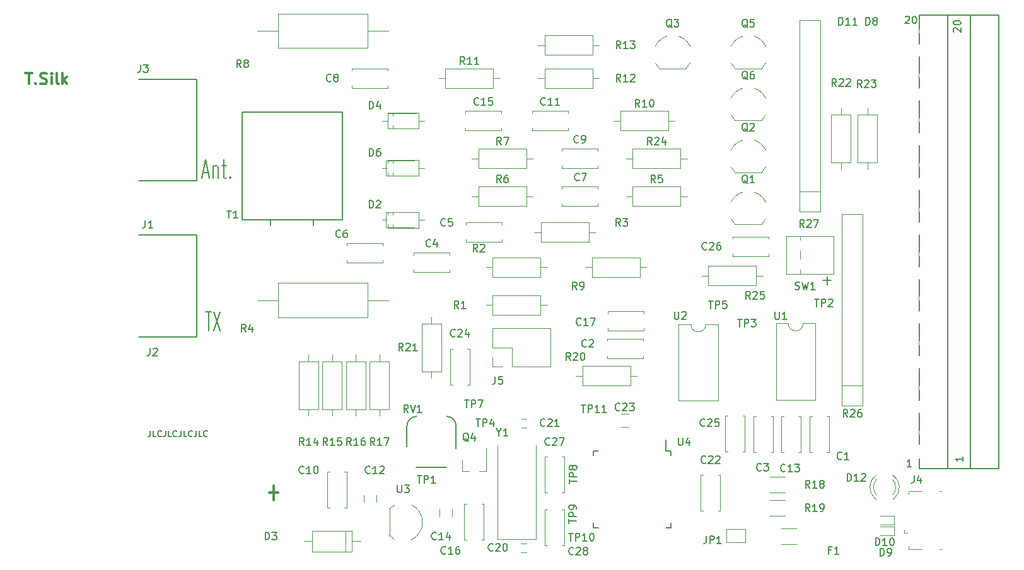
<source format=gto>
G04 #@! TF.GenerationSoftware,KiCad,Pcbnew,(5.0.2)-1*
G04 #@! TF.CreationDate,2019-09-08T08:12:19-05:00*
G04 #@! TF.ProjectId,qrp_wattmeter,7172705f-7761-4747-946d-657465722e6b,rev?*
G04 #@! TF.SameCoordinates,Original*
G04 #@! TF.FileFunction,Legend,Top*
G04 #@! TF.FilePolarity,Positive*
%FSLAX46Y46*%
G04 Gerber Fmt 4.6, Leading zero omitted, Abs format (unit mm)*
G04 Created by KiCad (PCBNEW (5.0.2)-1) date 9/8/2019 8:12:19 AM*
%MOMM*%
%LPD*%
G01*
G04 APERTURE LIST*
%ADD10C,0.152400*%
%ADD11C,0.300000*%
%ADD12C,0.150000*%
%ADD13C,0.120000*%
%ADD14C,0.177800*%
%ADD15C,5.563000*%
%ADD16C,1.702000*%
%ADD17O,1.702000X1.702000*%
%ADD18R,1.352000X1.602000*%
%ADD19R,1.302000X0.852000*%
%ADD20R,1.602000X1.352000*%
%ADD21R,1.202000X1.202000*%
%ADD22R,1.702000X1.702000*%
%ADD23O,2.302000X2.302000*%
%ADD24R,2.302000X2.302000*%
%ADD25C,1.880000*%
%ADD26R,0.462000X0.352000*%
%ADD27C,1.902000*%
%ADD28R,1.902000X1.902000*%
%ADD29C,1.602000*%
%ADD30C,2.769000*%
%ADD31C,6.452000*%
%ADD32C,5.182000*%
%ADD33R,2.002000X1.302000*%
%ADD34O,2.002000X1.302000*%
%ADD35R,2.002000X1.602000*%
%ADD36C,1.552000*%
%ADD37R,1.452000X0.502000*%
%ADD38O,1.802000X1.802000*%
%ADD39R,1.802000X1.802000*%
%ADD40R,1.072000X1.372000*%
%ADD41R,1.622000X1.622000*%
%ADD42C,1.622000*%
%ADD43R,0.902000X2.002000*%
%ADD44O,2.502000X2.502000*%
%ADD45C,2.502000*%
%ADD46R,2.102000X1.802000*%
%ADD47O,3.112000X1.612000*%
%ADD48C,1.372000*%
%ADD49C,0.864000*%
%ADD50C,0.702000*%
%ADD51R,2.102000X4.602000*%
%ADD52R,1.702000X0.662000*%
%ADD53R,0.662000X1.702000*%
G04 APERTURE END LIST*
D10*
X175602828Y-95763542D02*
X174459971Y-95763542D01*
X175031400Y-96334971D02*
X175031400Y-95192114D01*
D11*
X101307828Y-124311228D02*
X100164971Y-124311228D01*
X100736400Y-125278847D02*
X100736400Y-123343609D01*
X67399257Y-67860171D02*
X68256400Y-67860171D01*
X67827828Y-69360171D02*
X67827828Y-67860171D01*
X68756400Y-69217314D02*
X68827828Y-69288742D01*
X68756400Y-69360171D01*
X68684971Y-69288742D01*
X68756400Y-69217314D01*
X68756400Y-69360171D01*
X69399257Y-69288742D02*
X69613542Y-69360171D01*
X69970685Y-69360171D01*
X70113542Y-69288742D01*
X70184971Y-69217314D01*
X70256400Y-69074457D01*
X70256400Y-68931600D01*
X70184971Y-68788742D01*
X70113542Y-68717314D01*
X69970685Y-68645885D01*
X69684971Y-68574457D01*
X69542114Y-68503028D01*
X69470685Y-68431600D01*
X69399257Y-68288742D01*
X69399257Y-68145885D01*
X69470685Y-68003028D01*
X69542114Y-67931600D01*
X69684971Y-67860171D01*
X70042114Y-67860171D01*
X70256400Y-67931600D01*
X70899257Y-69360171D02*
X70899257Y-68360171D01*
X70899257Y-67860171D02*
X70827828Y-67931600D01*
X70899257Y-68003028D01*
X70970685Y-67931600D01*
X70899257Y-67860171D01*
X70899257Y-68003028D01*
X71827828Y-69360171D02*
X71684971Y-69288742D01*
X71613542Y-69145885D01*
X71613542Y-67860171D01*
X72399257Y-69360171D02*
X72399257Y-67860171D01*
X72542114Y-68788742D02*
X72970685Y-69360171D01*
X72970685Y-68360171D02*
X72399257Y-68931600D01*
D12*
X84163361Y-115944704D02*
X84163361Y-116516133D01*
X84125266Y-116630419D01*
X84049076Y-116706609D01*
X83934790Y-116744704D01*
X83858600Y-116744704D01*
X84925266Y-116744704D02*
X84544314Y-116744704D01*
X84544314Y-115944704D01*
X85649076Y-116668514D02*
X85610980Y-116706609D01*
X85496695Y-116744704D01*
X85420504Y-116744704D01*
X85306219Y-116706609D01*
X85230028Y-116630419D01*
X85191933Y-116554228D01*
X85153838Y-116401847D01*
X85153838Y-116287561D01*
X85191933Y-116135180D01*
X85230028Y-116058990D01*
X85306219Y-115982800D01*
X85420504Y-115944704D01*
X85496695Y-115944704D01*
X85610980Y-115982800D01*
X85649076Y-116020895D01*
X86220504Y-115944704D02*
X86220504Y-116516133D01*
X86182409Y-116630419D01*
X86106219Y-116706609D01*
X85991933Y-116744704D01*
X85915742Y-116744704D01*
X86982409Y-116744704D02*
X86601457Y-116744704D01*
X86601457Y-115944704D01*
X87706219Y-116668514D02*
X87668123Y-116706609D01*
X87553838Y-116744704D01*
X87477647Y-116744704D01*
X87363361Y-116706609D01*
X87287171Y-116630419D01*
X87249076Y-116554228D01*
X87210980Y-116401847D01*
X87210980Y-116287561D01*
X87249076Y-116135180D01*
X87287171Y-116058990D01*
X87363361Y-115982800D01*
X87477647Y-115944704D01*
X87553838Y-115944704D01*
X87668123Y-115982800D01*
X87706219Y-116020895D01*
X88277647Y-115944704D02*
X88277647Y-116516133D01*
X88239552Y-116630419D01*
X88163361Y-116706609D01*
X88049076Y-116744704D01*
X87972885Y-116744704D01*
X89039552Y-116744704D02*
X88658600Y-116744704D01*
X88658600Y-115944704D01*
X89763361Y-116668514D02*
X89725266Y-116706609D01*
X89610980Y-116744704D01*
X89534790Y-116744704D01*
X89420504Y-116706609D01*
X89344314Y-116630419D01*
X89306219Y-116554228D01*
X89268123Y-116401847D01*
X89268123Y-116287561D01*
X89306219Y-116135180D01*
X89344314Y-116058990D01*
X89420504Y-115982800D01*
X89534790Y-115944704D01*
X89610980Y-115944704D01*
X89725266Y-115982800D01*
X89763361Y-116020895D01*
X90334790Y-115944704D02*
X90334790Y-116516133D01*
X90296695Y-116630419D01*
X90220504Y-116706609D01*
X90106219Y-116744704D01*
X90030028Y-116744704D01*
X91096695Y-116744704D02*
X90715742Y-116744704D01*
X90715742Y-115944704D01*
X91820504Y-116668514D02*
X91782409Y-116706609D01*
X91668123Y-116744704D01*
X91591933Y-116744704D01*
X91477647Y-116706609D01*
X91401457Y-116630419D01*
X91363361Y-116554228D01*
X91325266Y-116401847D01*
X91325266Y-116287561D01*
X91363361Y-116135180D01*
X91401457Y-116058990D01*
X91477647Y-115982800D01*
X91591933Y-115944704D01*
X91668123Y-115944704D01*
X91782409Y-115982800D01*
X91820504Y-116020895D01*
D10*
X91240428Y-81296933D02*
X91966142Y-81296933D01*
X91095285Y-82022647D02*
X91603285Y-79482647D01*
X92111285Y-82022647D01*
X92619285Y-80329314D02*
X92619285Y-82022647D01*
X92619285Y-80571219D02*
X92691857Y-80450266D01*
X92837000Y-80329314D01*
X93054714Y-80329314D01*
X93199857Y-80450266D01*
X93272428Y-80692171D01*
X93272428Y-82022647D01*
X93780428Y-80329314D02*
X94361000Y-80329314D01*
X93998142Y-79482647D02*
X93998142Y-81659790D01*
X94070714Y-81901695D01*
X94215857Y-82022647D01*
X94361000Y-82022647D01*
X94869000Y-81780742D02*
X94941571Y-81901695D01*
X94869000Y-82022647D01*
X94796428Y-81901695D01*
X94869000Y-81780742D01*
X94869000Y-82022647D01*
X91615380Y-100005847D02*
X92341095Y-100005847D01*
X91978238Y-102545847D02*
X91978238Y-100005847D01*
X92643476Y-100005847D02*
X93490142Y-102545847D01*
X93490142Y-100005847D02*
X92643476Y-102545847D01*
D13*
G04 #@! TO.C,R24*
X148936000Y-78065000D02*
X148936000Y-80685000D01*
X148936000Y-80685000D02*
X155356000Y-80685000D01*
X155356000Y-80685000D02*
X155356000Y-78065000D01*
X155356000Y-78065000D02*
X148936000Y-78065000D01*
X148046000Y-79375000D02*
X148936000Y-79375000D01*
X156246000Y-79375000D02*
X155356000Y-79375000D01*
G04 #@! TO.C,C1*
X175300000Y-114009000D02*
X175300000Y-118829000D01*
X172680000Y-114009000D02*
X172680000Y-118829000D01*
X175300000Y-114009000D02*
X174986000Y-114009000D01*
X172994000Y-114009000D02*
X172680000Y-114009000D01*
X175300000Y-118829000D02*
X174986000Y-118829000D01*
X172994000Y-118829000D02*
X172680000Y-118829000D01*
G04 #@! TO.C,C2*
X145505000Y-103906000D02*
X145505000Y-103592000D01*
X145505000Y-106212000D02*
X145505000Y-105898000D01*
X150325000Y-103906000D02*
X150325000Y-103592000D01*
X150325000Y-106212000D02*
X150325000Y-105898000D01*
X150325000Y-103592000D02*
X145505000Y-103592000D01*
X150325000Y-106212000D02*
X145505000Y-106212000D01*
G04 #@! TO.C,C3*
X165501000Y-118829000D02*
X165187000Y-118829000D01*
X167807000Y-118829000D02*
X167493000Y-118829000D01*
X165501000Y-114009000D02*
X165187000Y-114009000D01*
X167807000Y-114009000D02*
X167493000Y-114009000D01*
X165187000Y-114009000D02*
X165187000Y-118829000D01*
X167807000Y-114009000D02*
X167807000Y-118829000D01*
G04 #@! TO.C,C4*
X119550000Y-92035000D02*
X124370000Y-92035000D01*
X119550000Y-94655000D02*
X124370000Y-94655000D01*
X119550000Y-92035000D02*
X119550000Y-92349000D01*
X119550000Y-94341000D02*
X119550000Y-94655000D01*
X124370000Y-92035000D02*
X124370000Y-92349000D01*
X124370000Y-94341000D02*
X124370000Y-94655000D01*
G04 #@! TO.C,C5*
X131402000Y-90277000D02*
X131402000Y-90591000D01*
X131402000Y-87971000D02*
X131402000Y-88285000D01*
X126582000Y-90277000D02*
X126582000Y-90591000D01*
X126582000Y-87971000D02*
X126582000Y-88285000D01*
X126582000Y-90591000D02*
X131402000Y-90591000D01*
X126582000Y-87971000D02*
X131402000Y-87971000D01*
G04 #@! TO.C,C6*
X115400000Y-93071000D02*
X115400000Y-93385000D01*
X115400000Y-90765000D02*
X115400000Y-91079000D01*
X110580000Y-93071000D02*
X110580000Y-93385000D01*
X110580000Y-90765000D02*
X110580000Y-91079000D01*
X110580000Y-93385000D02*
X115400000Y-93385000D01*
X110580000Y-90765000D02*
X115400000Y-90765000D01*
G04 #@! TO.C,C7*
X144229000Y-85451000D02*
X144229000Y-85765000D01*
X144229000Y-83145000D02*
X144229000Y-83459000D01*
X139409000Y-85451000D02*
X139409000Y-85765000D01*
X139409000Y-83145000D02*
X139409000Y-83459000D01*
X139409000Y-85765000D02*
X144229000Y-85765000D01*
X139409000Y-83145000D02*
X144229000Y-83145000D01*
G04 #@! TO.C,C8*
X111215000Y-67270000D02*
X116035000Y-67270000D01*
X111215000Y-69890000D02*
X116035000Y-69890000D01*
X111215000Y-67270000D02*
X111215000Y-67584000D01*
X111215000Y-69576000D02*
X111215000Y-69890000D01*
X116035000Y-67270000D02*
X116035000Y-67584000D01*
X116035000Y-69576000D02*
X116035000Y-69890000D01*
G04 #@! TO.C,C9*
X144229000Y-80371000D02*
X144229000Y-80685000D01*
X144229000Y-78065000D02*
X144229000Y-78379000D01*
X139409000Y-80371000D02*
X139409000Y-80685000D01*
X139409000Y-78065000D02*
X139409000Y-78379000D01*
X139409000Y-80685000D02*
X144229000Y-80685000D01*
X139409000Y-78065000D02*
X144229000Y-78065000D01*
G04 #@! TO.C,C10*
X107910000Y-126275000D02*
X107910000Y-121455000D01*
X110530000Y-126275000D02*
X110530000Y-121455000D01*
X107910000Y-126275000D02*
X108224000Y-126275000D01*
X110216000Y-126275000D02*
X110530000Y-126275000D01*
X107910000Y-121455000D02*
X108224000Y-121455000D01*
X110216000Y-121455000D02*
X110530000Y-121455000D01*
G04 #@! TO.C,C11*
X140245000Y-75291000D02*
X140245000Y-75605000D01*
X140245000Y-72985000D02*
X140245000Y-73299000D01*
X135425000Y-75291000D02*
X135425000Y-75605000D01*
X135425000Y-72985000D02*
X135425000Y-73299000D01*
X135425000Y-75605000D02*
X140245000Y-75605000D01*
X135425000Y-72985000D02*
X140245000Y-72985000D01*
G04 #@! TO.C,C12*
X114515000Y-125575000D02*
X114515000Y-124575000D01*
X112815000Y-124575000D02*
X112815000Y-125575000D01*
G04 #@! TO.C,C13*
X169184000Y-118829000D02*
X168870000Y-118829000D01*
X171490000Y-118829000D02*
X171176000Y-118829000D01*
X169184000Y-114009000D02*
X168870000Y-114009000D01*
X171490000Y-114009000D02*
X171176000Y-114009000D01*
X168870000Y-114009000D02*
X168870000Y-118829000D01*
X171490000Y-114009000D02*
X171490000Y-118829000D01*
G04 #@! TO.C,C14*
X124675000Y-127500000D02*
X124675000Y-126500000D01*
X122975000Y-126500000D02*
X122975000Y-127500000D01*
G04 #@! TO.C,C15*
X126455000Y-72985000D02*
X131275000Y-72985000D01*
X126455000Y-75605000D02*
X131275000Y-75605000D01*
X126455000Y-72985000D02*
X126455000Y-73299000D01*
X126455000Y-75291000D02*
X126455000Y-75605000D01*
X131275000Y-72985000D02*
X131275000Y-73299000D01*
X131275000Y-75291000D02*
X131275000Y-75605000D01*
G04 #@! TO.C,C16*
X126639000Y-130640000D02*
X126325000Y-130640000D01*
X128945000Y-130640000D02*
X128631000Y-130640000D01*
X126639000Y-125820000D02*
X126325000Y-125820000D01*
X128945000Y-125820000D02*
X128631000Y-125820000D01*
X126325000Y-125820000D02*
X126325000Y-130640000D01*
X128945000Y-125820000D02*
X128945000Y-130640000D01*
G04 #@! TO.C,C17*
X150405000Y-102529000D02*
X145585000Y-102529000D01*
X150405000Y-99909000D02*
X145585000Y-99909000D01*
X150405000Y-102529000D02*
X150405000Y-102215000D01*
X150405000Y-100223000D02*
X150405000Y-99909000D01*
X145585000Y-102529000D02*
X145585000Y-102215000D01*
X145585000Y-100223000D02*
X145585000Y-99909000D01*
G04 #@! TO.C,C20*
X133950000Y-131099000D02*
X134650000Y-131099000D01*
X134650000Y-132299000D02*
X133950000Y-132299000D01*
G04 #@! TO.C,C21*
X134655000Y-115535000D02*
X133955000Y-115535000D01*
X133955000Y-114335000D02*
X134655000Y-114335000D01*
G04 #@! TO.C,C22*
X158389000Y-126703000D02*
X158075000Y-126703000D01*
X160695000Y-126703000D02*
X160381000Y-126703000D01*
X158389000Y-121883000D02*
X158075000Y-121883000D01*
X160695000Y-121883000D02*
X160381000Y-121883000D01*
X158075000Y-121883000D02*
X158075000Y-126703000D01*
X160695000Y-121883000D02*
X160695000Y-126703000D01*
G04 #@! TO.C,C23*
X147348000Y-115429400D02*
X148348000Y-115429400D01*
X148348000Y-113729400D02*
X147348000Y-113729400D01*
G04 #@! TO.C,C24*
X124420000Y-109765000D02*
X124420000Y-104945000D01*
X127040000Y-109765000D02*
X127040000Y-104945000D01*
X124420000Y-109765000D02*
X124734000Y-109765000D01*
X126726000Y-109765000D02*
X127040000Y-109765000D01*
X124420000Y-104945000D02*
X124734000Y-104945000D01*
X126726000Y-104945000D02*
X127040000Y-104945000D01*
G04 #@! TO.C,C25*
X163997000Y-113962000D02*
X163997000Y-118782000D01*
X161377000Y-113962000D02*
X161377000Y-118782000D01*
X163997000Y-113962000D02*
X163683000Y-113962000D01*
X161691000Y-113962000D02*
X161377000Y-113962000D01*
X163997000Y-118782000D02*
X163683000Y-118782000D01*
X161691000Y-118782000D02*
X161377000Y-118782000D01*
G04 #@! TO.C,C26*
X162396000Y-89876000D02*
X167216000Y-89876000D01*
X162396000Y-92496000D02*
X167216000Y-92496000D01*
X162396000Y-89876000D02*
X162396000Y-90190000D01*
X162396000Y-92182000D02*
X162396000Y-92496000D01*
X167216000Y-89876000D02*
X167216000Y-90190000D01*
X167216000Y-92182000D02*
X167216000Y-92496000D01*
G04 #@! TO.C,C27*
X137434000Y-124290000D02*
X137120000Y-124290000D01*
X139740000Y-124290000D02*
X139426000Y-124290000D01*
X137434000Y-119470000D02*
X137120000Y-119470000D01*
X139740000Y-119470000D02*
X139426000Y-119470000D01*
X137120000Y-119470000D02*
X137120000Y-124290000D01*
X139740000Y-119470000D02*
X139740000Y-124290000D01*
G04 #@! TO.C,C28*
X137120000Y-131355000D02*
X137120000Y-126535000D01*
X139740000Y-131355000D02*
X139740000Y-126535000D01*
X137120000Y-131355000D02*
X137434000Y-131355000D01*
X139426000Y-131355000D02*
X139740000Y-131355000D01*
X137120000Y-126535000D02*
X137434000Y-126535000D01*
X139426000Y-126535000D02*
X139740000Y-126535000D01*
G04 #@! TO.C,D1*
X115780000Y-86630000D02*
X115780000Y-88630000D01*
X115780000Y-88630000D02*
X119630000Y-88630000D01*
X115780000Y-86630000D02*
X119630000Y-86630000D01*
G04 #@! TO.C,D2*
X116710000Y-86570000D02*
X116710000Y-88690000D01*
X120940000Y-87630000D02*
X120170000Y-87630000D01*
X115280000Y-87630000D02*
X116050000Y-87630000D01*
X120170000Y-86570000D02*
X116050000Y-86570000D01*
X120170000Y-88690000D02*
X120170000Y-86570000D01*
X116050000Y-88690000D02*
X120170000Y-88690000D01*
X116050000Y-86570000D02*
X116050000Y-88690000D01*
G04 #@! TO.C,D3*
X110405000Y-132220000D02*
X110405000Y-129400000D01*
X104785000Y-130810000D02*
X105925000Y-130810000D01*
X112385000Y-130810000D02*
X111245000Y-130810000D01*
X105925000Y-132220000D02*
X111245000Y-132220000D01*
X105925000Y-129400000D02*
X105925000Y-132220000D01*
X111245000Y-129400000D02*
X105925000Y-129400000D01*
X111245000Y-132220000D02*
X111245000Y-129400000D01*
G04 #@! TO.C,D4*
X116710000Y-73235000D02*
X116710000Y-75355000D01*
X120940000Y-74295000D02*
X120170000Y-74295000D01*
X115280000Y-74295000D02*
X116050000Y-74295000D01*
X120170000Y-73235000D02*
X116050000Y-73235000D01*
X120170000Y-75355000D02*
X120170000Y-73235000D01*
X116050000Y-75355000D02*
X120170000Y-75355000D01*
X116050000Y-73235000D02*
X116050000Y-75355000D01*
G04 #@! TO.C,D5*
X116040000Y-73295000D02*
X119890000Y-73295000D01*
X116040000Y-75295000D02*
X119890000Y-75295000D01*
X116040000Y-73295000D02*
X116040000Y-75295000D01*
G04 #@! TO.C,D6*
X116050000Y-79585000D02*
X116050000Y-81705000D01*
X116050000Y-81705000D02*
X120170000Y-81705000D01*
X120170000Y-81705000D02*
X120170000Y-79585000D01*
X120170000Y-79585000D02*
X116050000Y-79585000D01*
X115280000Y-80645000D02*
X116050000Y-80645000D01*
X120940000Y-80645000D02*
X120170000Y-80645000D01*
X116710000Y-79585000D02*
X116710000Y-81705000D01*
G04 #@! TO.C,D7*
X115780000Y-79645000D02*
X119630000Y-79645000D01*
X115780000Y-81645000D02*
X119630000Y-81645000D01*
X115780000Y-79645000D02*
X115780000Y-81645000D01*
D12*
G04 #@! TO.C,D8*
X198120000Y-121031000D02*
X191262000Y-121031000D01*
X198120000Y-60071000D02*
X198120000Y-121031000D01*
X191262000Y-60071000D02*
X198120000Y-60071000D01*
X191262000Y-121031000D02*
X191262000Y-60071000D01*
D13*
G04 #@! TO.C,D9*
X182180000Y-128813000D02*
X184030000Y-128813000D01*
X182180000Y-130013000D02*
X184030000Y-130013000D01*
X184030000Y-130013000D02*
X184030000Y-128813000D01*
G04 #@! TO.C,D10*
X184030000Y-128616000D02*
X184030000Y-127416000D01*
X182180000Y-128616000D02*
X184030000Y-128616000D01*
X182180000Y-127416000D02*
X184030000Y-127416000D01*
D12*
G04 #@! TO.C,D11*
X187452000Y-121031000D02*
X187452000Y-60071000D01*
X187452000Y-60071000D02*
X194310000Y-60071000D01*
X194310000Y-60071000D02*
X194310000Y-121031000D01*
X194310000Y-121031000D02*
X187452000Y-121031000D01*
D13*
G04 #@! TO.C,D12*
X183833000Y-125131000D02*
X183989000Y-125131000D01*
X181517000Y-125131000D02*
X181673000Y-125131000D01*
X183832837Y-122529870D02*
G75*
G02X183833000Y-124611961I-1079837J-1041130D01*
G01*
X181673163Y-122529870D02*
G75*
G03X181673000Y-124611961I1079837J-1041130D01*
G01*
X183831608Y-121898665D02*
G75*
G02X183988516Y-125131000I-1078608J-1672335D01*
G01*
X181674392Y-121898665D02*
G75*
G03X181517484Y-125131000I1078608J-1672335D01*
G01*
G04 #@! TO.C,F1*
X168905000Y-129105000D02*
X170905000Y-129105000D01*
X170905000Y-131245000D02*
X168905000Y-131245000D01*
D12*
G04 #@! TO.C,J1*
X82575400Y-89662000D02*
X90398600Y-89662000D01*
X90398600Y-89662000D02*
X90424000Y-103327200D01*
X90424000Y-103327200D02*
X82575400Y-103327200D01*
G04 #@! TO.C,J3*
X90424000Y-82372200D02*
X82575400Y-82372200D01*
X90398600Y-68707000D02*
X90424000Y-82372200D01*
X82575400Y-68707000D02*
X90398600Y-68707000D01*
D13*
G04 #@! TO.C,J4*
X185395000Y-129700000D02*
X185845000Y-129700000D01*
X185395000Y-129700000D02*
X185395000Y-129250000D01*
X185945000Y-124100000D02*
X185945000Y-124550000D01*
X187795000Y-124100000D02*
X185945000Y-124100000D01*
X190345000Y-131900000D02*
X190095000Y-131900000D01*
X190345000Y-124100000D02*
X190095000Y-124100000D01*
X187795000Y-131900000D02*
X185945000Y-131900000D01*
X185945000Y-131900000D02*
X185945000Y-131450000D01*
G04 #@! TO.C,J5*
X130115000Y-107375000D02*
X130115000Y-106045000D01*
X131445000Y-107375000D02*
X130115000Y-107375000D01*
X130115000Y-104775000D02*
X130115000Y-102175000D01*
X132715000Y-104775000D02*
X130115000Y-104775000D01*
X132715000Y-107375000D02*
X132715000Y-104775000D01*
X130115000Y-102175000D02*
X137855000Y-102175000D01*
X132715000Y-107375000D02*
X137855000Y-107375000D01*
X137855000Y-107375000D02*
X137855000Y-102175000D01*
G04 #@! TO.C,JP1*
X161549000Y-130938000D02*
X161549000Y-129158000D01*
X164089000Y-129158000D02*
X164089000Y-130938000D01*
X164089000Y-129158000D02*
X161549000Y-129158000D01*
X161549000Y-130938000D02*
X164089000Y-130938000D01*
G04 #@! TO.C,Q1*
X166789184Y-87482795D02*
G75*
G02X166265000Y-88210000I-2324184J1122795D01*
G01*
X166821400Y-85261193D02*
G75*
G03X164465000Y-83760000I-2356400J-1098807D01*
G01*
X162108600Y-85261193D02*
G75*
G02X164465000Y-83760000I2356400J-1098807D01*
G01*
X162140816Y-87482795D02*
G75*
G03X162665000Y-88210000I2324184J1122795D01*
G01*
X162665000Y-88210000D02*
X166265000Y-88210000D01*
G04 #@! TO.C,Q2*
X162665000Y-81225000D02*
X166265000Y-81225000D01*
X162140816Y-80497795D02*
G75*
G03X162665000Y-81225000I2324184J1122795D01*
G01*
X162108600Y-78276193D02*
G75*
G02X164465000Y-76775000I2356400J-1098807D01*
G01*
X166821400Y-78276193D02*
G75*
G03X164465000Y-76775000I-2356400J-1098807D01*
G01*
X166789184Y-80497795D02*
G75*
G02X166265000Y-81225000I-2324184J1122795D01*
G01*
G04 #@! TO.C,Q3*
X156629184Y-66527795D02*
G75*
G02X156105000Y-67255000I-2324184J1122795D01*
G01*
X156661400Y-64306193D02*
G75*
G03X154305000Y-62805000I-2356400J-1098807D01*
G01*
X151948600Y-64306193D02*
G75*
G02X154305000Y-62805000I2356400J-1098807D01*
G01*
X151980816Y-66527795D02*
G75*
G03X152505000Y-67255000I2324184J1122795D01*
G01*
X152505000Y-67255000D02*
X156105000Y-67255000D01*
G04 #@! TO.C,Q4*
X126055000Y-121410000D02*
X126055000Y-119950000D01*
X129215000Y-121410000D02*
X129215000Y-118250000D01*
X129215000Y-121410000D02*
X128285000Y-121410000D01*
X126055000Y-121410000D02*
X126985000Y-121410000D01*
G04 #@! TO.C,Q5*
X166789184Y-66527795D02*
G75*
G02X166265000Y-67255000I-2324184J1122795D01*
G01*
X166821400Y-64306193D02*
G75*
G03X164465000Y-62805000I-2356400J-1098807D01*
G01*
X162108600Y-64306193D02*
G75*
G02X164465000Y-62805000I2356400J-1098807D01*
G01*
X162140816Y-66527795D02*
G75*
G03X162665000Y-67255000I2324184J1122795D01*
G01*
X162665000Y-67255000D02*
X166265000Y-67255000D01*
G04 #@! TO.C,Q6*
X162665000Y-74240000D02*
X166265000Y-74240000D01*
X162140816Y-73512795D02*
G75*
G03X162665000Y-74240000I2324184J1122795D01*
G01*
X162108600Y-71291193D02*
G75*
G02X164465000Y-69790000I2356400J-1098807D01*
G01*
X166821400Y-71291193D02*
G75*
G03X164465000Y-69790000I-2356400J-1098807D01*
G01*
X166789184Y-73512795D02*
G75*
G02X166265000Y-74240000I-2324184J1122795D01*
G01*
G04 #@! TO.C,R1*
X130140000Y-97750000D02*
X130140000Y-100370000D01*
X130140000Y-100370000D02*
X136560000Y-100370000D01*
X136560000Y-100370000D02*
X136560000Y-97750000D01*
X136560000Y-97750000D02*
X130140000Y-97750000D01*
X129250000Y-99060000D02*
X130140000Y-99060000D01*
X137450000Y-99060000D02*
X136560000Y-99060000D01*
G04 #@! TO.C,R2*
X137450000Y-93980000D02*
X136560000Y-93980000D01*
X129250000Y-93980000D02*
X130140000Y-93980000D01*
X136560000Y-92670000D02*
X130140000Y-92670000D01*
X136560000Y-95290000D02*
X136560000Y-92670000D01*
X130140000Y-95290000D02*
X136560000Y-95290000D01*
X130140000Y-92670000D02*
X130140000Y-95290000D01*
G04 #@! TO.C,R3*
X136617000Y-87971000D02*
X136617000Y-90591000D01*
X136617000Y-90591000D02*
X143037000Y-90591000D01*
X143037000Y-90591000D02*
X143037000Y-87971000D01*
X143037000Y-87971000D02*
X136617000Y-87971000D01*
X135727000Y-89281000D02*
X136617000Y-89281000D01*
X143927000Y-89281000D02*
X143037000Y-89281000D01*
G04 #@! TO.C,R4*
X98535000Y-98425000D02*
X101305000Y-98425000D01*
X116095000Y-98425000D02*
X113325000Y-98425000D01*
X101305000Y-100735000D02*
X113325000Y-100735000D01*
X101305000Y-96115000D02*
X101305000Y-100735000D01*
X113325000Y-96115000D02*
X101305000Y-96115000D01*
X113325000Y-100735000D02*
X113325000Y-96115000D01*
G04 #@! TO.C,R5*
X156246000Y-84455000D02*
X155356000Y-84455000D01*
X148046000Y-84455000D02*
X148936000Y-84455000D01*
X155356000Y-83145000D02*
X148936000Y-83145000D01*
X155356000Y-85765000D02*
X155356000Y-83145000D01*
X148936000Y-85765000D02*
X155356000Y-85765000D01*
X148936000Y-83145000D02*
X148936000Y-85765000D01*
G04 #@! TO.C,R6*
X135545000Y-84455000D02*
X134655000Y-84455000D01*
X127345000Y-84455000D02*
X128235000Y-84455000D01*
X134655000Y-83145000D02*
X128235000Y-83145000D01*
X134655000Y-85765000D02*
X134655000Y-83145000D01*
X128235000Y-85765000D02*
X134655000Y-85765000D01*
X128235000Y-83145000D02*
X128235000Y-85765000D01*
G04 #@! TO.C,R7*
X128235000Y-78065000D02*
X128235000Y-80685000D01*
X128235000Y-80685000D02*
X134655000Y-80685000D01*
X134655000Y-80685000D02*
X134655000Y-78065000D01*
X134655000Y-78065000D02*
X128235000Y-78065000D01*
X127345000Y-79375000D02*
X128235000Y-79375000D01*
X135545000Y-79375000D02*
X134655000Y-79375000D01*
G04 #@! TO.C,R8*
X113325000Y-64540000D02*
X113325000Y-59920000D01*
X113325000Y-59920000D02*
X101305000Y-59920000D01*
X101305000Y-59920000D02*
X101305000Y-64540000D01*
X101305000Y-64540000D02*
X113325000Y-64540000D01*
X116095000Y-62230000D02*
X113325000Y-62230000D01*
X98535000Y-62230000D02*
X101305000Y-62230000D01*
G04 #@! TO.C,R9*
X143475000Y-92670000D02*
X143475000Y-95290000D01*
X143475000Y-95290000D02*
X149895000Y-95290000D01*
X149895000Y-95290000D02*
X149895000Y-92670000D01*
X149895000Y-92670000D02*
X143475000Y-92670000D01*
X142585000Y-93980000D02*
X143475000Y-93980000D01*
X150785000Y-93980000D02*
X149895000Y-93980000D01*
G04 #@! TO.C,R10*
X154595000Y-74295000D02*
X153705000Y-74295000D01*
X146395000Y-74295000D02*
X147285000Y-74295000D01*
X153705000Y-72985000D02*
X147285000Y-72985000D01*
X153705000Y-75605000D02*
X153705000Y-72985000D01*
X147285000Y-75605000D02*
X153705000Y-75605000D01*
X147285000Y-72985000D02*
X147285000Y-75605000D01*
G04 #@! TO.C,R11*
X131100000Y-68580000D02*
X130210000Y-68580000D01*
X122900000Y-68580000D02*
X123790000Y-68580000D01*
X130210000Y-67270000D02*
X123790000Y-67270000D01*
X130210000Y-69890000D02*
X130210000Y-67270000D01*
X123790000Y-69890000D02*
X130210000Y-69890000D01*
X123790000Y-67270000D02*
X123790000Y-69890000D01*
G04 #@! TO.C,R12*
X137125000Y-67270000D02*
X137125000Y-69890000D01*
X137125000Y-69890000D02*
X143545000Y-69890000D01*
X143545000Y-69890000D02*
X143545000Y-67270000D01*
X143545000Y-67270000D02*
X137125000Y-67270000D01*
X136235000Y-68580000D02*
X137125000Y-68580000D01*
X144435000Y-68580000D02*
X143545000Y-68580000D01*
G04 #@! TO.C,R13*
X144435000Y-64135000D02*
X143545000Y-64135000D01*
X136235000Y-64135000D02*
X137125000Y-64135000D01*
X143545000Y-62825000D02*
X137125000Y-62825000D01*
X143545000Y-65445000D02*
X143545000Y-62825000D01*
X137125000Y-65445000D02*
X143545000Y-65445000D01*
X137125000Y-62825000D02*
X137125000Y-65445000D01*
G04 #@! TO.C,R14*
X104100000Y-113065000D02*
X106720000Y-113065000D01*
X106720000Y-113065000D02*
X106720000Y-106645000D01*
X106720000Y-106645000D02*
X104100000Y-106645000D01*
X104100000Y-106645000D02*
X104100000Y-113065000D01*
X105410000Y-113955000D02*
X105410000Y-113065000D01*
X105410000Y-105755000D02*
X105410000Y-106645000D01*
G04 #@! TO.C,R15*
X108585000Y-105755000D02*
X108585000Y-106645000D01*
X108585000Y-113955000D02*
X108585000Y-113065000D01*
X107275000Y-106645000D02*
X107275000Y-113065000D01*
X109895000Y-106645000D02*
X107275000Y-106645000D01*
X109895000Y-113065000D02*
X109895000Y-106645000D01*
X107275000Y-113065000D02*
X109895000Y-113065000D01*
G04 #@! TO.C,R16*
X110450000Y-113065000D02*
X113070000Y-113065000D01*
X113070000Y-113065000D02*
X113070000Y-106645000D01*
X113070000Y-106645000D02*
X110450000Y-106645000D01*
X110450000Y-106645000D02*
X110450000Y-113065000D01*
X111760000Y-113955000D02*
X111760000Y-113065000D01*
X111760000Y-105755000D02*
X111760000Y-106645000D01*
G04 #@! TO.C,R17*
X114935000Y-113955000D02*
X114935000Y-113065000D01*
X114935000Y-105755000D02*
X114935000Y-106645000D01*
X116245000Y-113065000D02*
X116245000Y-106645000D01*
X113625000Y-113065000D02*
X116245000Y-113065000D01*
X113625000Y-106645000D02*
X113625000Y-113065000D01*
X116245000Y-106645000D02*
X113625000Y-106645000D01*
G04 #@! TO.C,R18*
X167370000Y-122120000D02*
X169370000Y-122120000D01*
X169370000Y-124260000D02*
X167370000Y-124260000D01*
G04 #@! TO.C,R19*
X169370000Y-127435000D02*
X167370000Y-127435000D01*
X167370000Y-125295000D02*
X169370000Y-125295000D01*
G04 #@! TO.C,R20*
X142205000Y-107275000D02*
X142205000Y-109895000D01*
X142205000Y-109895000D02*
X148625000Y-109895000D01*
X148625000Y-109895000D02*
X148625000Y-107275000D01*
X148625000Y-107275000D02*
X142205000Y-107275000D01*
X141315000Y-108585000D02*
X142205000Y-108585000D01*
X149515000Y-108585000D02*
X148625000Y-108585000D01*
G04 #@! TO.C,R21*
X121920000Y-100675000D02*
X121920000Y-101565000D01*
X121920000Y-108875000D02*
X121920000Y-107985000D01*
X120610000Y-101565000D02*
X120610000Y-107985000D01*
X123230000Y-101565000D02*
X120610000Y-101565000D01*
X123230000Y-107985000D02*
X123230000Y-101565000D01*
X120610000Y-107985000D02*
X123230000Y-107985000D01*
G04 #@! TO.C,R22*
X175601000Y-79918000D02*
X178221000Y-79918000D01*
X178221000Y-79918000D02*
X178221000Y-73498000D01*
X178221000Y-73498000D02*
X175601000Y-73498000D01*
X175601000Y-73498000D02*
X175601000Y-79918000D01*
X176911000Y-80808000D02*
X176911000Y-79918000D01*
X176911000Y-72608000D02*
X176911000Y-73498000D01*
G04 #@! TO.C,R23*
X180467000Y-72608000D02*
X180467000Y-73498000D01*
X180467000Y-80808000D02*
X180467000Y-79918000D01*
X179157000Y-73498000D02*
X179157000Y-79918000D01*
X181777000Y-73498000D02*
X179157000Y-73498000D01*
X181777000Y-79918000D02*
X181777000Y-73498000D01*
X179157000Y-79918000D02*
X181777000Y-79918000D01*
G04 #@! TO.C,R25*
X158206000Y-95123000D02*
X159096000Y-95123000D01*
X166406000Y-95123000D02*
X165516000Y-95123000D01*
X159096000Y-96433000D02*
X165516000Y-96433000D01*
X159096000Y-93813000D02*
X159096000Y-96433000D01*
X165516000Y-93813000D02*
X159096000Y-93813000D01*
X165516000Y-96433000D02*
X165516000Y-93813000D01*
G04 #@! TO.C,R26*
X177035000Y-109855000D02*
X179835000Y-109855000D01*
X177035000Y-86825000D02*
X177035000Y-112565000D01*
X179835000Y-86825000D02*
X177035000Y-86825000D01*
X179835000Y-112565000D02*
X179835000Y-86825000D01*
X177035000Y-112565000D02*
X179835000Y-112565000D01*
G04 #@! TO.C,R27*
X171320000Y-86530000D02*
X174120000Y-86530000D01*
X174120000Y-86530000D02*
X174120000Y-60790000D01*
X174120000Y-60790000D02*
X171320000Y-60790000D01*
X171320000Y-60790000D02*
X171320000Y-86530000D01*
X171320000Y-83820000D02*
X174120000Y-83820000D01*
D12*
G04 #@! TO.C,RV1*
X119888000Y-120904000D02*
X123952000Y-120904000D01*
X118618000Y-118110000D02*
X118618000Y-115316000D01*
X125222000Y-115316000D02*
X125222000Y-118364000D01*
X123952000Y-114046000D02*
G75*
G02X125222000Y-115316000I0J-1270000D01*
G01*
X118618000Y-115316000D02*
G75*
G02X119888000Y-114046000I1270000J0D01*
G01*
D13*
G04 #@! TO.C,SW1*
X169550000Y-89789000D02*
X175890000Y-89789000D01*
X169550000Y-94869000D02*
X175890000Y-94869000D01*
X169550000Y-94869000D02*
X169550000Y-89789000D01*
X175890000Y-89789000D02*
X175890000Y-94869000D01*
X171450000Y-89789000D02*
X171450000Y-94869000D01*
D14*
G04 #@! TO.C,T1*
X96520000Y-87630000D02*
X96520000Y-73152000D01*
X96520000Y-73152000D02*
X109982000Y-73152000D01*
X109982000Y-73152000D02*
X109982000Y-87630000D01*
X109982000Y-87630000D02*
X96520000Y-87630000D01*
X100330000Y-87630000D02*
X100330000Y-88392000D01*
X106045000Y-87630000D02*
X106045000Y-88392000D01*
D13*
G04 #@! TO.C,U1*
X173465000Y-101540000D02*
X171815000Y-101540000D01*
X173465000Y-111820000D02*
X173465000Y-101540000D01*
X168165000Y-111820000D02*
X173465000Y-111820000D01*
X168165000Y-101540000D02*
X168165000Y-111820000D01*
X169815000Y-101540000D02*
X168165000Y-101540000D01*
X171815000Y-101540000D02*
G75*
G02X169815000Y-101540000I-1000000J0D01*
G01*
G04 #@! TO.C,U2*
X158734000Y-101667000D02*
G75*
G02X156734000Y-101667000I-1000000J0D01*
G01*
X156734000Y-101667000D02*
X155084000Y-101667000D01*
X155084000Y-101667000D02*
X155084000Y-111947000D01*
X155084000Y-111947000D02*
X160384000Y-111947000D01*
X160384000Y-111947000D02*
X160384000Y-101667000D01*
X160384000Y-101667000D02*
X158734000Y-101667000D01*
G04 #@! TO.C,U3*
X116987205Y-130594184D02*
G75*
G02X116260000Y-130070000I1122795J2324184D01*
G01*
X119208807Y-130626400D02*
G75*
G03X120710000Y-128270000I-1098807J2356400D01*
G01*
X119208807Y-125913600D02*
G75*
G02X120710000Y-128270000I-1098807J-2356400D01*
G01*
X116987205Y-125945816D02*
G75*
G03X116260000Y-126470000I1122795J-2324184D01*
G01*
X116260000Y-126470000D02*
X116260000Y-130070000D01*
G04 #@! TO.C,Y1*
X135900000Y-130525000D02*
X135900000Y-117925000D01*
X130800000Y-130525000D02*
X135900000Y-130525000D01*
X130800000Y-117925000D02*
X130800000Y-130525000D01*
D12*
G04 #@! TO.C,U4*
X153419000Y-118650000D02*
X153419000Y-117175000D01*
X154019000Y-129000000D02*
X154019000Y-128330000D01*
X143669000Y-129000000D02*
X143669000Y-128330000D01*
X143669000Y-118650000D02*
X143669000Y-119320000D01*
X154019000Y-118650000D02*
X154019000Y-119320000D01*
X143669000Y-118650000D02*
X144339000Y-118650000D01*
X143669000Y-129000000D02*
X144339000Y-129000000D01*
X154019000Y-129000000D02*
X153349000Y-129000000D01*
X154019000Y-118650000D02*
X153419000Y-118650000D01*
G04 #@! TO.C,R24*
X151503142Y-77517380D02*
X151169809Y-77041190D01*
X150931714Y-77517380D02*
X150931714Y-76517380D01*
X151312666Y-76517380D01*
X151407904Y-76565000D01*
X151455523Y-76612619D01*
X151503142Y-76707857D01*
X151503142Y-76850714D01*
X151455523Y-76945952D01*
X151407904Y-76993571D01*
X151312666Y-77041190D01*
X150931714Y-77041190D01*
X151884095Y-76612619D02*
X151931714Y-76565000D01*
X152026952Y-76517380D01*
X152265047Y-76517380D01*
X152360285Y-76565000D01*
X152407904Y-76612619D01*
X152455523Y-76707857D01*
X152455523Y-76803095D01*
X152407904Y-76945952D01*
X151836476Y-77517380D01*
X152455523Y-77517380D01*
X153312666Y-76850714D02*
X153312666Y-77517380D01*
X153074571Y-76469761D02*
X152836476Y-77184047D01*
X153455523Y-77184047D01*
G04 #@! TO.C,C1*
X176998333Y-119737142D02*
X176950714Y-119784761D01*
X176807857Y-119832380D01*
X176712619Y-119832380D01*
X176569761Y-119784761D01*
X176474523Y-119689523D01*
X176426904Y-119594285D01*
X176379285Y-119403809D01*
X176379285Y-119260952D01*
X176426904Y-119070476D01*
X176474523Y-118975238D01*
X176569761Y-118880000D01*
X176712619Y-118832380D01*
X176807857Y-118832380D01*
X176950714Y-118880000D01*
X176998333Y-118927619D01*
X177950714Y-119832380D02*
X177379285Y-119832380D01*
X177665000Y-119832380D02*
X177665000Y-118832380D01*
X177569761Y-118975238D01*
X177474523Y-119070476D01*
X177379285Y-119118095D01*
G04 #@! TO.C,C2*
X142708333Y-104624142D02*
X142660714Y-104671761D01*
X142517857Y-104719380D01*
X142422619Y-104719380D01*
X142279761Y-104671761D01*
X142184523Y-104576523D01*
X142136904Y-104481285D01*
X142089285Y-104290809D01*
X142089285Y-104147952D01*
X142136904Y-103957476D01*
X142184523Y-103862238D01*
X142279761Y-103767000D01*
X142422619Y-103719380D01*
X142517857Y-103719380D01*
X142660714Y-103767000D01*
X142708333Y-103814619D01*
X143089285Y-103814619D02*
X143136904Y-103767000D01*
X143232142Y-103719380D01*
X143470238Y-103719380D01*
X143565476Y-103767000D01*
X143613095Y-103814619D01*
X143660714Y-103909857D01*
X143660714Y-104005095D01*
X143613095Y-104147952D01*
X143041666Y-104719380D01*
X143660714Y-104719380D01*
G04 #@! TO.C,C3*
X166203333Y-121261142D02*
X166155714Y-121308761D01*
X166012857Y-121356380D01*
X165917619Y-121356380D01*
X165774761Y-121308761D01*
X165679523Y-121213523D01*
X165631904Y-121118285D01*
X165584285Y-120927809D01*
X165584285Y-120784952D01*
X165631904Y-120594476D01*
X165679523Y-120499238D01*
X165774761Y-120404000D01*
X165917619Y-120356380D01*
X166012857Y-120356380D01*
X166155714Y-120404000D01*
X166203333Y-120451619D01*
X166536666Y-120356380D02*
X167155714Y-120356380D01*
X166822380Y-120737333D01*
X166965238Y-120737333D01*
X167060476Y-120784952D01*
X167108095Y-120832571D01*
X167155714Y-120927809D01*
X167155714Y-121165904D01*
X167108095Y-121261142D01*
X167060476Y-121308761D01*
X166965238Y-121356380D01*
X166679523Y-121356380D01*
X166584285Y-121308761D01*
X166536666Y-121261142D01*
G04 #@! TO.C,C4*
X121793333Y-91142142D02*
X121745714Y-91189761D01*
X121602857Y-91237380D01*
X121507619Y-91237380D01*
X121364761Y-91189761D01*
X121269523Y-91094523D01*
X121221904Y-90999285D01*
X121174285Y-90808809D01*
X121174285Y-90665952D01*
X121221904Y-90475476D01*
X121269523Y-90380238D01*
X121364761Y-90285000D01*
X121507619Y-90237380D01*
X121602857Y-90237380D01*
X121745714Y-90285000D01*
X121793333Y-90332619D01*
X122650476Y-90570714D02*
X122650476Y-91237380D01*
X122412380Y-90189761D02*
X122174285Y-90904047D01*
X122793333Y-90904047D01*
G04 #@! TO.C,C5*
X123785333Y-88368142D02*
X123737714Y-88415761D01*
X123594857Y-88463380D01*
X123499619Y-88463380D01*
X123356761Y-88415761D01*
X123261523Y-88320523D01*
X123213904Y-88225285D01*
X123166285Y-88034809D01*
X123166285Y-87891952D01*
X123213904Y-87701476D01*
X123261523Y-87606238D01*
X123356761Y-87511000D01*
X123499619Y-87463380D01*
X123594857Y-87463380D01*
X123737714Y-87511000D01*
X123785333Y-87558619D01*
X124690095Y-87463380D02*
X124213904Y-87463380D01*
X124166285Y-87939571D01*
X124213904Y-87891952D01*
X124309142Y-87844333D01*
X124547238Y-87844333D01*
X124642476Y-87891952D01*
X124690095Y-87939571D01*
X124737714Y-88034809D01*
X124737714Y-88272904D01*
X124690095Y-88368142D01*
X124642476Y-88415761D01*
X124547238Y-88463380D01*
X124309142Y-88463380D01*
X124213904Y-88415761D01*
X124166285Y-88368142D01*
G04 #@! TO.C,C6*
X109688333Y-89892142D02*
X109640714Y-89939761D01*
X109497857Y-89987380D01*
X109402619Y-89987380D01*
X109259761Y-89939761D01*
X109164523Y-89844523D01*
X109116904Y-89749285D01*
X109069285Y-89558809D01*
X109069285Y-89415952D01*
X109116904Y-89225476D01*
X109164523Y-89130238D01*
X109259761Y-89035000D01*
X109402619Y-88987380D01*
X109497857Y-88987380D01*
X109640714Y-89035000D01*
X109688333Y-89082619D01*
X110545476Y-88987380D02*
X110355000Y-88987380D01*
X110259761Y-89035000D01*
X110212142Y-89082619D01*
X110116904Y-89225476D01*
X110069285Y-89415952D01*
X110069285Y-89796904D01*
X110116904Y-89892142D01*
X110164523Y-89939761D01*
X110259761Y-89987380D01*
X110450238Y-89987380D01*
X110545476Y-89939761D01*
X110593095Y-89892142D01*
X110640714Y-89796904D01*
X110640714Y-89558809D01*
X110593095Y-89463571D01*
X110545476Y-89415952D01*
X110450238Y-89368333D01*
X110259761Y-89368333D01*
X110164523Y-89415952D01*
X110116904Y-89463571D01*
X110069285Y-89558809D01*
G04 #@! TO.C,C7*
X141746932Y-82272142D02*
X141699313Y-82319761D01*
X141556456Y-82367380D01*
X141461218Y-82367380D01*
X141318360Y-82319761D01*
X141223122Y-82224523D01*
X141175503Y-82129285D01*
X141127884Y-81938809D01*
X141127884Y-81795952D01*
X141175503Y-81605476D01*
X141223122Y-81510238D01*
X141318360Y-81415000D01*
X141461218Y-81367380D01*
X141556456Y-81367380D01*
X141699313Y-81415000D01*
X141746932Y-81462619D01*
X142080265Y-81367380D02*
X142746932Y-81367380D01*
X142318360Y-82367380D01*
G04 #@! TO.C,C8*
X108418333Y-68937142D02*
X108370714Y-68984761D01*
X108227857Y-69032380D01*
X108132619Y-69032380D01*
X107989761Y-68984761D01*
X107894523Y-68889523D01*
X107846904Y-68794285D01*
X107799285Y-68603809D01*
X107799285Y-68460952D01*
X107846904Y-68270476D01*
X107894523Y-68175238D01*
X107989761Y-68080000D01*
X108132619Y-68032380D01*
X108227857Y-68032380D01*
X108370714Y-68080000D01*
X108418333Y-68127619D01*
X108989761Y-68460952D02*
X108894523Y-68413333D01*
X108846904Y-68365714D01*
X108799285Y-68270476D01*
X108799285Y-68222857D01*
X108846904Y-68127619D01*
X108894523Y-68080000D01*
X108989761Y-68032380D01*
X109180238Y-68032380D01*
X109275476Y-68080000D01*
X109323095Y-68127619D01*
X109370714Y-68222857D01*
X109370714Y-68270476D01*
X109323095Y-68365714D01*
X109275476Y-68413333D01*
X109180238Y-68460952D01*
X108989761Y-68460952D01*
X108894523Y-68508571D01*
X108846904Y-68556190D01*
X108799285Y-68651428D01*
X108799285Y-68841904D01*
X108846904Y-68937142D01*
X108894523Y-68984761D01*
X108989761Y-69032380D01*
X109180238Y-69032380D01*
X109275476Y-68984761D01*
X109323095Y-68937142D01*
X109370714Y-68841904D01*
X109370714Y-68651428D01*
X109323095Y-68556190D01*
X109275476Y-68508571D01*
X109180238Y-68460952D01*
G04 #@! TO.C,C9*
X141652333Y-77172142D02*
X141604714Y-77219761D01*
X141461857Y-77267380D01*
X141366619Y-77267380D01*
X141223761Y-77219761D01*
X141128523Y-77124523D01*
X141080904Y-77029285D01*
X141033285Y-76838809D01*
X141033285Y-76695952D01*
X141080904Y-76505476D01*
X141128523Y-76410238D01*
X141223761Y-76315000D01*
X141366619Y-76267380D01*
X141461857Y-76267380D01*
X141604714Y-76315000D01*
X141652333Y-76362619D01*
X142128523Y-77267380D02*
X142319000Y-77267380D01*
X142414238Y-77219761D01*
X142461857Y-77172142D01*
X142557095Y-77029285D01*
X142604714Y-76838809D01*
X142604714Y-76457857D01*
X142557095Y-76362619D01*
X142509476Y-76315000D01*
X142414238Y-76267380D01*
X142223761Y-76267380D01*
X142128523Y-76315000D01*
X142080904Y-76362619D01*
X142033285Y-76457857D01*
X142033285Y-76695952D01*
X142080904Y-76791190D01*
X142128523Y-76838809D01*
X142223761Y-76886428D01*
X142414238Y-76886428D01*
X142509476Y-76838809D01*
X142557095Y-76791190D01*
X142604714Y-76695952D01*
G04 #@! TO.C,C10*
X104767142Y-121642142D02*
X104719523Y-121689761D01*
X104576666Y-121737380D01*
X104481428Y-121737380D01*
X104338571Y-121689761D01*
X104243333Y-121594523D01*
X104195714Y-121499285D01*
X104148095Y-121308809D01*
X104148095Y-121165952D01*
X104195714Y-120975476D01*
X104243333Y-120880238D01*
X104338571Y-120785000D01*
X104481428Y-120737380D01*
X104576666Y-120737380D01*
X104719523Y-120785000D01*
X104767142Y-120832619D01*
X105719523Y-121737380D02*
X105148095Y-121737380D01*
X105433809Y-121737380D02*
X105433809Y-120737380D01*
X105338571Y-120880238D01*
X105243333Y-120975476D01*
X105148095Y-121023095D01*
X106338571Y-120737380D02*
X106433809Y-120737380D01*
X106529047Y-120785000D01*
X106576666Y-120832619D01*
X106624285Y-120927857D01*
X106671904Y-121118333D01*
X106671904Y-121356428D01*
X106624285Y-121546904D01*
X106576666Y-121642142D01*
X106529047Y-121689761D01*
X106433809Y-121737380D01*
X106338571Y-121737380D01*
X106243333Y-121689761D01*
X106195714Y-121642142D01*
X106148095Y-121546904D01*
X106100476Y-121356428D01*
X106100476Y-121118333D01*
X106148095Y-120927857D01*
X106195714Y-120832619D01*
X106243333Y-120785000D01*
X106338571Y-120737380D01*
G04 #@! TO.C,C11*
X137192142Y-72092142D02*
X137144523Y-72139761D01*
X137001666Y-72187380D01*
X136906428Y-72187380D01*
X136763571Y-72139761D01*
X136668333Y-72044523D01*
X136620714Y-71949285D01*
X136573095Y-71758809D01*
X136573095Y-71615952D01*
X136620714Y-71425476D01*
X136668333Y-71330238D01*
X136763571Y-71235000D01*
X136906428Y-71187380D01*
X137001666Y-71187380D01*
X137144523Y-71235000D01*
X137192142Y-71282619D01*
X138144523Y-72187380D02*
X137573095Y-72187380D01*
X137858809Y-72187380D02*
X137858809Y-71187380D01*
X137763571Y-71330238D01*
X137668333Y-71425476D01*
X137573095Y-71473095D01*
X139096904Y-72187380D02*
X138525476Y-72187380D01*
X138811190Y-72187380D02*
X138811190Y-71187380D01*
X138715952Y-71330238D01*
X138620714Y-71425476D01*
X138525476Y-71473095D01*
G04 #@! TO.C,C12*
X113657142Y-121642142D02*
X113609523Y-121689761D01*
X113466666Y-121737380D01*
X113371428Y-121737380D01*
X113228571Y-121689761D01*
X113133333Y-121594523D01*
X113085714Y-121499285D01*
X113038095Y-121308809D01*
X113038095Y-121165952D01*
X113085714Y-120975476D01*
X113133333Y-120880238D01*
X113228571Y-120785000D01*
X113371428Y-120737380D01*
X113466666Y-120737380D01*
X113609523Y-120785000D01*
X113657142Y-120832619D01*
X114609523Y-121737380D02*
X114038095Y-121737380D01*
X114323809Y-121737380D02*
X114323809Y-120737380D01*
X114228571Y-120880238D01*
X114133333Y-120975476D01*
X114038095Y-121023095D01*
X114990476Y-120832619D02*
X115038095Y-120785000D01*
X115133333Y-120737380D01*
X115371428Y-120737380D01*
X115466666Y-120785000D01*
X115514285Y-120832619D01*
X115561904Y-120927857D01*
X115561904Y-121023095D01*
X115514285Y-121165952D01*
X114942857Y-121737380D01*
X115561904Y-121737380D01*
G04 #@! TO.C,C13*
X169410142Y-121388142D02*
X169362523Y-121435761D01*
X169219666Y-121483380D01*
X169124428Y-121483380D01*
X168981571Y-121435761D01*
X168886333Y-121340523D01*
X168838714Y-121245285D01*
X168791095Y-121054809D01*
X168791095Y-120911952D01*
X168838714Y-120721476D01*
X168886333Y-120626238D01*
X168981571Y-120531000D01*
X169124428Y-120483380D01*
X169219666Y-120483380D01*
X169362523Y-120531000D01*
X169410142Y-120578619D01*
X170362523Y-121483380D02*
X169791095Y-121483380D01*
X170076809Y-121483380D02*
X170076809Y-120483380D01*
X169981571Y-120626238D01*
X169886333Y-120721476D01*
X169791095Y-120769095D01*
X170695857Y-120483380D02*
X171314904Y-120483380D01*
X170981571Y-120864333D01*
X171124428Y-120864333D01*
X171219666Y-120911952D01*
X171267285Y-120959571D01*
X171314904Y-121054809D01*
X171314904Y-121292904D01*
X171267285Y-121388142D01*
X171219666Y-121435761D01*
X171124428Y-121483380D01*
X170838714Y-121483380D01*
X170743476Y-121435761D01*
X170695857Y-121388142D01*
G04 #@! TO.C,C14*
X122547142Y-130532142D02*
X122499523Y-130579761D01*
X122356666Y-130627380D01*
X122261428Y-130627380D01*
X122118571Y-130579761D01*
X122023333Y-130484523D01*
X121975714Y-130389285D01*
X121928095Y-130198809D01*
X121928095Y-130055952D01*
X121975714Y-129865476D01*
X122023333Y-129770238D01*
X122118571Y-129675000D01*
X122261428Y-129627380D01*
X122356666Y-129627380D01*
X122499523Y-129675000D01*
X122547142Y-129722619D01*
X123499523Y-130627380D02*
X122928095Y-130627380D01*
X123213809Y-130627380D02*
X123213809Y-129627380D01*
X123118571Y-129770238D01*
X123023333Y-129865476D01*
X122928095Y-129913095D01*
X124356666Y-129960714D02*
X124356666Y-130627380D01*
X124118571Y-129579761D02*
X123880476Y-130294047D01*
X124499523Y-130294047D01*
G04 #@! TO.C,C15*
X128222142Y-72092142D02*
X128174523Y-72139761D01*
X128031666Y-72187380D01*
X127936428Y-72187380D01*
X127793571Y-72139761D01*
X127698333Y-72044523D01*
X127650714Y-71949285D01*
X127603095Y-71758809D01*
X127603095Y-71615952D01*
X127650714Y-71425476D01*
X127698333Y-71330238D01*
X127793571Y-71235000D01*
X127936428Y-71187380D01*
X128031666Y-71187380D01*
X128174523Y-71235000D01*
X128222142Y-71282619D01*
X129174523Y-72187380D02*
X128603095Y-72187380D01*
X128888809Y-72187380D02*
X128888809Y-71187380D01*
X128793571Y-71330238D01*
X128698333Y-71425476D01*
X128603095Y-71473095D01*
X130079285Y-71187380D02*
X129603095Y-71187380D01*
X129555476Y-71663571D01*
X129603095Y-71615952D01*
X129698333Y-71568333D01*
X129936428Y-71568333D01*
X130031666Y-71615952D01*
X130079285Y-71663571D01*
X130126904Y-71758809D01*
X130126904Y-71996904D01*
X130079285Y-72092142D01*
X130031666Y-72139761D01*
X129936428Y-72187380D01*
X129698333Y-72187380D01*
X129603095Y-72139761D01*
X129555476Y-72092142D01*
G04 #@! TO.C,C16*
X123817142Y-132437142D02*
X123769523Y-132484761D01*
X123626666Y-132532380D01*
X123531428Y-132532380D01*
X123388571Y-132484761D01*
X123293333Y-132389523D01*
X123245714Y-132294285D01*
X123198095Y-132103809D01*
X123198095Y-131960952D01*
X123245714Y-131770476D01*
X123293333Y-131675238D01*
X123388571Y-131580000D01*
X123531428Y-131532380D01*
X123626666Y-131532380D01*
X123769523Y-131580000D01*
X123817142Y-131627619D01*
X124769523Y-132532380D02*
X124198095Y-132532380D01*
X124483809Y-132532380D02*
X124483809Y-131532380D01*
X124388571Y-131675238D01*
X124293333Y-131770476D01*
X124198095Y-131818095D01*
X125626666Y-131532380D02*
X125436190Y-131532380D01*
X125340952Y-131580000D01*
X125293333Y-131627619D01*
X125198095Y-131770476D01*
X125150476Y-131960952D01*
X125150476Y-132341904D01*
X125198095Y-132437142D01*
X125245714Y-132484761D01*
X125340952Y-132532380D01*
X125531428Y-132532380D01*
X125626666Y-132484761D01*
X125674285Y-132437142D01*
X125721904Y-132341904D01*
X125721904Y-132103809D01*
X125674285Y-132008571D01*
X125626666Y-131960952D01*
X125531428Y-131913333D01*
X125340952Y-131913333D01*
X125245714Y-131960952D01*
X125198095Y-132008571D01*
X125150476Y-132103809D01*
G04 #@! TO.C,C17*
X141978142Y-101703142D02*
X141930523Y-101750761D01*
X141787666Y-101798380D01*
X141692428Y-101798380D01*
X141549571Y-101750761D01*
X141454333Y-101655523D01*
X141406714Y-101560285D01*
X141359095Y-101369809D01*
X141359095Y-101226952D01*
X141406714Y-101036476D01*
X141454333Y-100941238D01*
X141549571Y-100846000D01*
X141692428Y-100798380D01*
X141787666Y-100798380D01*
X141930523Y-100846000D01*
X141978142Y-100893619D01*
X142930523Y-101798380D02*
X142359095Y-101798380D01*
X142644809Y-101798380D02*
X142644809Y-100798380D01*
X142549571Y-100941238D01*
X142454333Y-101036476D01*
X142359095Y-101084095D01*
X143263857Y-100798380D02*
X143930523Y-100798380D01*
X143501952Y-101798380D01*
G04 #@! TO.C,C20*
X130167142Y-132056142D02*
X130119523Y-132103761D01*
X129976666Y-132151380D01*
X129881428Y-132151380D01*
X129738571Y-132103761D01*
X129643333Y-132008523D01*
X129595714Y-131913285D01*
X129548095Y-131722809D01*
X129548095Y-131579952D01*
X129595714Y-131389476D01*
X129643333Y-131294238D01*
X129738571Y-131199000D01*
X129881428Y-131151380D01*
X129976666Y-131151380D01*
X130119523Y-131199000D01*
X130167142Y-131246619D01*
X130548095Y-131246619D02*
X130595714Y-131199000D01*
X130690952Y-131151380D01*
X130929047Y-131151380D01*
X131024285Y-131199000D01*
X131071904Y-131246619D01*
X131119523Y-131341857D01*
X131119523Y-131437095D01*
X131071904Y-131579952D01*
X130500476Y-132151380D01*
X131119523Y-132151380D01*
X131738571Y-131151380D02*
X131833809Y-131151380D01*
X131929047Y-131199000D01*
X131976666Y-131246619D01*
X132024285Y-131341857D01*
X132071904Y-131532333D01*
X132071904Y-131770428D01*
X132024285Y-131960904D01*
X131976666Y-132056142D01*
X131929047Y-132103761D01*
X131833809Y-132151380D01*
X131738571Y-132151380D01*
X131643333Y-132103761D01*
X131595714Y-132056142D01*
X131548095Y-131960904D01*
X131500476Y-131770428D01*
X131500476Y-131532333D01*
X131548095Y-131341857D01*
X131595714Y-131246619D01*
X131643333Y-131199000D01*
X131738571Y-131151380D01*
G04 #@! TO.C,C21*
X137157142Y-115292142D02*
X137109523Y-115339761D01*
X136966666Y-115387380D01*
X136871428Y-115387380D01*
X136728571Y-115339761D01*
X136633333Y-115244523D01*
X136585714Y-115149285D01*
X136538095Y-114958809D01*
X136538095Y-114815952D01*
X136585714Y-114625476D01*
X136633333Y-114530238D01*
X136728571Y-114435000D01*
X136871428Y-114387380D01*
X136966666Y-114387380D01*
X137109523Y-114435000D01*
X137157142Y-114482619D01*
X137538095Y-114482619D02*
X137585714Y-114435000D01*
X137680952Y-114387380D01*
X137919047Y-114387380D01*
X138014285Y-114435000D01*
X138061904Y-114482619D01*
X138109523Y-114577857D01*
X138109523Y-114673095D01*
X138061904Y-114815952D01*
X137490476Y-115387380D01*
X138109523Y-115387380D01*
X139061904Y-115387380D02*
X138490476Y-115387380D01*
X138776190Y-115387380D02*
X138776190Y-114387380D01*
X138680952Y-114530238D01*
X138585714Y-114625476D01*
X138490476Y-114673095D01*
G04 #@! TO.C,C22*
X158742142Y-120245142D02*
X158694523Y-120292761D01*
X158551666Y-120340380D01*
X158456428Y-120340380D01*
X158313571Y-120292761D01*
X158218333Y-120197523D01*
X158170714Y-120102285D01*
X158123095Y-119911809D01*
X158123095Y-119768952D01*
X158170714Y-119578476D01*
X158218333Y-119483238D01*
X158313571Y-119388000D01*
X158456428Y-119340380D01*
X158551666Y-119340380D01*
X158694523Y-119388000D01*
X158742142Y-119435619D01*
X159123095Y-119435619D02*
X159170714Y-119388000D01*
X159265952Y-119340380D01*
X159504047Y-119340380D01*
X159599285Y-119388000D01*
X159646904Y-119435619D01*
X159694523Y-119530857D01*
X159694523Y-119626095D01*
X159646904Y-119768952D01*
X159075476Y-120340380D01*
X159694523Y-120340380D01*
X160075476Y-119435619D02*
X160123095Y-119388000D01*
X160218333Y-119340380D01*
X160456428Y-119340380D01*
X160551666Y-119388000D01*
X160599285Y-119435619D01*
X160646904Y-119530857D01*
X160646904Y-119626095D01*
X160599285Y-119768952D01*
X160027857Y-120340380D01*
X160646904Y-120340380D01*
G04 #@! TO.C,C23*
X147205142Y-113186542D02*
X147157523Y-113234161D01*
X147014666Y-113281780D01*
X146919428Y-113281780D01*
X146776571Y-113234161D01*
X146681333Y-113138923D01*
X146633714Y-113043685D01*
X146586095Y-112853209D01*
X146586095Y-112710352D01*
X146633714Y-112519876D01*
X146681333Y-112424638D01*
X146776571Y-112329400D01*
X146919428Y-112281780D01*
X147014666Y-112281780D01*
X147157523Y-112329400D01*
X147205142Y-112377019D01*
X147586095Y-112377019D02*
X147633714Y-112329400D01*
X147728952Y-112281780D01*
X147967047Y-112281780D01*
X148062285Y-112329400D01*
X148109904Y-112377019D01*
X148157523Y-112472257D01*
X148157523Y-112567495D01*
X148109904Y-112710352D01*
X147538476Y-113281780D01*
X148157523Y-113281780D01*
X148490857Y-112281780D02*
X149109904Y-112281780D01*
X148776571Y-112662733D01*
X148919428Y-112662733D01*
X149014666Y-112710352D01*
X149062285Y-112757971D01*
X149109904Y-112853209D01*
X149109904Y-113091304D01*
X149062285Y-113186542D01*
X149014666Y-113234161D01*
X148919428Y-113281780D01*
X148633714Y-113281780D01*
X148538476Y-113234161D01*
X148490857Y-113186542D01*
G04 #@! TO.C,C24*
X125087142Y-103227142D02*
X125039523Y-103274761D01*
X124896666Y-103322380D01*
X124801428Y-103322380D01*
X124658571Y-103274761D01*
X124563333Y-103179523D01*
X124515714Y-103084285D01*
X124468095Y-102893809D01*
X124468095Y-102750952D01*
X124515714Y-102560476D01*
X124563333Y-102465238D01*
X124658571Y-102370000D01*
X124801428Y-102322380D01*
X124896666Y-102322380D01*
X125039523Y-102370000D01*
X125087142Y-102417619D01*
X125468095Y-102417619D02*
X125515714Y-102370000D01*
X125610952Y-102322380D01*
X125849047Y-102322380D01*
X125944285Y-102370000D01*
X125991904Y-102417619D01*
X126039523Y-102512857D01*
X126039523Y-102608095D01*
X125991904Y-102750952D01*
X125420476Y-103322380D01*
X126039523Y-103322380D01*
X126896666Y-102655714D02*
X126896666Y-103322380D01*
X126658571Y-102274761D02*
X126420476Y-102989047D01*
X127039523Y-102989047D01*
G04 #@! TO.C,C25*
X158615142Y-115292142D02*
X158567523Y-115339761D01*
X158424666Y-115387380D01*
X158329428Y-115387380D01*
X158186571Y-115339761D01*
X158091333Y-115244523D01*
X158043714Y-115149285D01*
X157996095Y-114958809D01*
X157996095Y-114815952D01*
X158043714Y-114625476D01*
X158091333Y-114530238D01*
X158186571Y-114435000D01*
X158329428Y-114387380D01*
X158424666Y-114387380D01*
X158567523Y-114435000D01*
X158615142Y-114482619D01*
X158996095Y-114482619D02*
X159043714Y-114435000D01*
X159138952Y-114387380D01*
X159377047Y-114387380D01*
X159472285Y-114435000D01*
X159519904Y-114482619D01*
X159567523Y-114577857D01*
X159567523Y-114673095D01*
X159519904Y-114815952D01*
X158948476Y-115387380D01*
X159567523Y-115387380D01*
X160472285Y-114387380D02*
X159996095Y-114387380D01*
X159948476Y-114863571D01*
X159996095Y-114815952D01*
X160091333Y-114768333D01*
X160329428Y-114768333D01*
X160424666Y-114815952D01*
X160472285Y-114863571D01*
X160519904Y-114958809D01*
X160519904Y-115196904D01*
X160472285Y-115292142D01*
X160424666Y-115339761D01*
X160329428Y-115387380D01*
X160091333Y-115387380D01*
X159996095Y-115339761D01*
X159948476Y-115292142D01*
G04 #@! TO.C,C26*
X158869142Y-91543142D02*
X158821523Y-91590761D01*
X158678666Y-91638380D01*
X158583428Y-91638380D01*
X158440571Y-91590761D01*
X158345333Y-91495523D01*
X158297714Y-91400285D01*
X158250095Y-91209809D01*
X158250095Y-91066952D01*
X158297714Y-90876476D01*
X158345333Y-90781238D01*
X158440571Y-90686000D01*
X158583428Y-90638380D01*
X158678666Y-90638380D01*
X158821523Y-90686000D01*
X158869142Y-90733619D01*
X159250095Y-90733619D02*
X159297714Y-90686000D01*
X159392952Y-90638380D01*
X159631047Y-90638380D01*
X159726285Y-90686000D01*
X159773904Y-90733619D01*
X159821523Y-90828857D01*
X159821523Y-90924095D01*
X159773904Y-91066952D01*
X159202476Y-91638380D01*
X159821523Y-91638380D01*
X160678666Y-90638380D02*
X160488190Y-90638380D01*
X160392952Y-90686000D01*
X160345333Y-90733619D01*
X160250095Y-90876476D01*
X160202476Y-91066952D01*
X160202476Y-91447904D01*
X160250095Y-91543142D01*
X160297714Y-91590761D01*
X160392952Y-91638380D01*
X160583428Y-91638380D01*
X160678666Y-91590761D01*
X160726285Y-91543142D01*
X160773904Y-91447904D01*
X160773904Y-91209809D01*
X160726285Y-91114571D01*
X160678666Y-91066952D01*
X160583428Y-91019333D01*
X160392952Y-91019333D01*
X160297714Y-91066952D01*
X160250095Y-91114571D01*
X160202476Y-91209809D01*
G04 #@! TO.C,C27*
X137787142Y-117832142D02*
X137739523Y-117879761D01*
X137596666Y-117927380D01*
X137501428Y-117927380D01*
X137358571Y-117879761D01*
X137263333Y-117784523D01*
X137215714Y-117689285D01*
X137168095Y-117498809D01*
X137168095Y-117355952D01*
X137215714Y-117165476D01*
X137263333Y-117070238D01*
X137358571Y-116975000D01*
X137501428Y-116927380D01*
X137596666Y-116927380D01*
X137739523Y-116975000D01*
X137787142Y-117022619D01*
X138168095Y-117022619D02*
X138215714Y-116975000D01*
X138310952Y-116927380D01*
X138549047Y-116927380D01*
X138644285Y-116975000D01*
X138691904Y-117022619D01*
X138739523Y-117117857D01*
X138739523Y-117213095D01*
X138691904Y-117355952D01*
X138120476Y-117927380D01*
X138739523Y-117927380D01*
X139072857Y-116927380D02*
X139739523Y-116927380D01*
X139310952Y-117927380D01*
G04 #@! TO.C,C28*
X140962142Y-132564142D02*
X140914523Y-132611761D01*
X140771666Y-132659380D01*
X140676428Y-132659380D01*
X140533571Y-132611761D01*
X140438333Y-132516523D01*
X140390714Y-132421285D01*
X140343095Y-132230809D01*
X140343095Y-132087952D01*
X140390714Y-131897476D01*
X140438333Y-131802238D01*
X140533571Y-131707000D01*
X140676428Y-131659380D01*
X140771666Y-131659380D01*
X140914523Y-131707000D01*
X140962142Y-131754619D01*
X141343095Y-131754619D02*
X141390714Y-131707000D01*
X141485952Y-131659380D01*
X141724047Y-131659380D01*
X141819285Y-131707000D01*
X141866904Y-131754619D01*
X141914523Y-131849857D01*
X141914523Y-131945095D01*
X141866904Y-132087952D01*
X141295476Y-132659380D01*
X141914523Y-132659380D01*
X142485952Y-132087952D02*
X142390714Y-132040333D01*
X142343095Y-131992714D01*
X142295476Y-131897476D01*
X142295476Y-131849857D01*
X142343095Y-131754619D01*
X142390714Y-131707000D01*
X142485952Y-131659380D01*
X142676428Y-131659380D01*
X142771666Y-131707000D01*
X142819285Y-131754619D01*
X142866904Y-131849857D01*
X142866904Y-131897476D01*
X142819285Y-131992714D01*
X142771666Y-132040333D01*
X142676428Y-132087952D01*
X142485952Y-132087952D01*
X142390714Y-132135571D01*
X142343095Y-132183190D01*
X142295476Y-132278428D01*
X142295476Y-132468904D01*
X142343095Y-132564142D01*
X142390714Y-132611761D01*
X142485952Y-132659380D01*
X142676428Y-132659380D01*
X142771666Y-132611761D01*
X142819285Y-132564142D01*
X142866904Y-132468904D01*
X142866904Y-132278428D01*
X142819285Y-132183190D01*
X142771666Y-132135571D01*
X142676428Y-132087952D01*
G04 #@! TO.C,D2*
X113561904Y-86022380D02*
X113561904Y-85022380D01*
X113800000Y-85022380D01*
X113942857Y-85070000D01*
X114038095Y-85165238D01*
X114085714Y-85260476D01*
X114133333Y-85450952D01*
X114133333Y-85593809D01*
X114085714Y-85784285D01*
X114038095Y-85879523D01*
X113942857Y-85974761D01*
X113800000Y-86022380D01*
X113561904Y-86022380D01*
X114514285Y-85117619D02*
X114561904Y-85070000D01*
X114657142Y-85022380D01*
X114895238Y-85022380D01*
X114990476Y-85070000D01*
X115038095Y-85117619D01*
X115085714Y-85212857D01*
X115085714Y-85308095D01*
X115038095Y-85450952D01*
X114466666Y-86022380D01*
X115085714Y-86022380D01*
G04 #@! TO.C,D3*
X99591904Y-130627380D02*
X99591904Y-129627380D01*
X99830000Y-129627380D01*
X99972857Y-129675000D01*
X100068095Y-129770238D01*
X100115714Y-129865476D01*
X100163333Y-130055952D01*
X100163333Y-130198809D01*
X100115714Y-130389285D01*
X100068095Y-130484523D01*
X99972857Y-130579761D01*
X99830000Y-130627380D01*
X99591904Y-130627380D01*
X100496666Y-129627380D02*
X101115714Y-129627380D01*
X100782380Y-130008333D01*
X100925238Y-130008333D01*
X101020476Y-130055952D01*
X101068095Y-130103571D01*
X101115714Y-130198809D01*
X101115714Y-130436904D01*
X101068095Y-130532142D01*
X101020476Y-130579761D01*
X100925238Y-130627380D01*
X100639523Y-130627380D01*
X100544285Y-130579761D01*
X100496666Y-130532142D01*
G04 #@! TO.C,D4*
X113561904Y-72687380D02*
X113561904Y-71687380D01*
X113800000Y-71687380D01*
X113942857Y-71735000D01*
X114038095Y-71830238D01*
X114085714Y-71925476D01*
X114133333Y-72115952D01*
X114133333Y-72258809D01*
X114085714Y-72449285D01*
X114038095Y-72544523D01*
X113942857Y-72639761D01*
X113800000Y-72687380D01*
X113561904Y-72687380D01*
X114990476Y-72020714D02*
X114990476Y-72687380D01*
X114752380Y-71639761D02*
X114514285Y-72354047D01*
X115133333Y-72354047D01*
G04 #@! TO.C,D6*
X113561904Y-79037380D02*
X113561904Y-78037380D01*
X113800000Y-78037380D01*
X113942857Y-78085000D01*
X114038095Y-78180238D01*
X114085714Y-78275476D01*
X114133333Y-78465952D01*
X114133333Y-78608809D01*
X114085714Y-78799285D01*
X114038095Y-78894523D01*
X113942857Y-78989761D01*
X113800000Y-79037380D01*
X113561904Y-79037380D01*
X114990476Y-78037380D02*
X114800000Y-78037380D01*
X114704761Y-78085000D01*
X114657142Y-78132619D01*
X114561904Y-78275476D01*
X114514285Y-78465952D01*
X114514285Y-78846904D01*
X114561904Y-78942142D01*
X114609523Y-78989761D01*
X114704761Y-79037380D01*
X114895238Y-79037380D01*
X114990476Y-78989761D01*
X115038095Y-78942142D01*
X115085714Y-78846904D01*
X115085714Y-78608809D01*
X115038095Y-78513571D01*
X114990476Y-78465952D01*
X114895238Y-78418333D01*
X114704761Y-78418333D01*
X114609523Y-78465952D01*
X114561904Y-78513571D01*
X114514285Y-78608809D01*
G04 #@! TO.C,D8*
X180236904Y-61412380D02*
X180236904Y-60412380D01*
X180475000Y-60412380D01*
X180617857Y-60460000D01*
X180713095Y-60555238D01*
X180760714Y-60650476D01*
X180808333Y-60840952D01*
X180808333Y-60983809D01*
X180760714Y-61174285D01*
X180713095Y-61269523D01*
X180617857Y-61364761D01*
X180475000Y-61412380D01*
X180236904Y-61412380D01*
X181379761Y-60840952D02*
X181284523Y-60793333D01*
X181236904Y-60745714D01*
X181189285Y-60650476D01*
X181189285Y-60602857D01*
X181236904Y-60507619D01*
X181284523Y-60460000D01*
X181379761Y-60412380D01*
X181570238Y-60412380D01*
X181665476Y-60460000D01*
X181713095Y-60507619D01*
X181760714Y-60602857D01*
X181760714Y-60650476D01*
X181713095Y-60745714D01*
X181665476Y-60793333D01*
X181570238Y-60840952D01*
X181379761Y-60840952D01*
X181284523Y-60888571D01*
X181236904Y-60936190D01*
X181189285Y-61031428D01*
X181189285Y-61221904D01*
X181236904Y-61317142D01*
X181284523Y-61364761D01*
X181379761Y-61412380D01*
X181570238Y-61412380D01*
X181665476Y-61364761D01*
X181713095Y-61317142D01*
X181760714Y-61221904D01*
X181760714Y-61031428D01*
X181713095Y-60936190D01*
X181665476Y-60888571D01*
X181570238Y-60840952D01*
X192079619Y-62356904D02*
X192032000Y-62309285D01*
X191984380Y-62214047D01*
X191984380Y-61975952D01*
X192032000Y-61880714D01*
X192079619Y-61833095D01*
X192174857Y-61785476D01*
X192270095Y-61785476D01*
X192412952Y-61833095D01*
X192984380Y-62404523D01*
X192984380Y-61785476D01*
X191984380Y-61166428D02*
X191984380Y-61071190D01*
X192032000Y-60975952D01*
X192079619Y-60928333D01*
X192174857Y-60880714D01*
X192365333Y-60833095D01*
X192603428Y-60833095D01*
X192793904Y-60880714D01*
X192889142Y-60928333D01*
X192936761Y-60975952D01*
X192984380Y-61071190D01*
X192984380Y-61166428D01*
X192936761Y-61261666D01*
X192889142Y-61309285D01*
X192793904Y-61356904D01*
X192603428Y-61404523D01*
X192365333Y-61404523D01*
X192174857Y-61356904D01*
X192079619Y-61309285D01*
X192032000Y-61261666D01*
X191984380Y-61166428D01*
X193238380Y-119475285D02*
X193238380Y-120046714D01*
X193238380Y-119761000D02*
X192238380Y-119761000D01*
X192381238Y-119856238D01*
X192476476Y-119951476D01*
X192524095Y-120046714D01*
G04 #@! TO.C,D9*
X182141904Y-132786380D02*
X182141904Y-131786380D01*
X182380000Y-131786380D01*
X182522857Y-131834000D01*
X182618095Y-131929238D01*
X182665714Y-132024476D01*
X182713333Y-132214952D01*
X182713333Y-132357809D01*
X182665714Y-132548285D01*
X182618095Y-132643523D01*
X182522857Y-132738761D01*
X182380000Y-132786380D01*
X182141904Y-132786380D01*
X183189523Y-132786380D02*
X183380000Y-132786380D01*
X183475238Y-132738761D01*
X183522857Y-132691142D01*
X183618095Y-132548285D01*
X183665714Y-132357809D01*
X183665714Y-131976857D01*
X183618095Y-131881619D01*
X183570476Y-131834000D01*
X183475238Y-131786380D01*
X183284761Y-131786380D01*
X183189523Y-131834000D01*
X183141904Y-131881619D01*
X183094285Y-131976857D01*
X183094285Y-132214952D01*
X183141904Y-132310190D01*
X183189523Y-132357809D01*
X183284761Y-132405428D01*
X183475238Y-132405428D01*
X183570476Y-132357809D01*
X183618095Y-132310190D01*
X183665714Y-132214952D01*
G04 #@! TO.C,D10*
X181538714Y-131389380D02*
X181538714Y-130389380D01*
X181776809Y-130389380D01*
X181919666Y-130437000D01*
X182014904Y-130532238D01*
X182062523Y-130627476D01*
X182110142Y-130817952D01*
X182110142Y-130960809D01*
X182062523Y-131151285D01*
X182014904Y-131246523D01*
X181919666Y-131341761D01*
X181776809Y-131389380D01*
X181538714Y-131389380D01*
X183062523Y-131389380D02*
X182491095Y-131389380D01*
X182776809Y-131389380D02*
X182776809Y-130389380D01*
X182681571Y-130532238D01*
X182586333Y-130627476D01*
X182491095Y-130675095D01*
X183681571Y-130389380D02*
X183776809Y-130389380D01*
X183872047Y-130437000D01*
X183919666Y-130484619D01*
X183967285Y-130579857D01*
X184014904Y-130770333D01*
X184014904Y-131008428D01*
X183967285Y-131198904D01*
X183919666Y-131294142D01*
X183872047Y-131341761D01*
X183776809Y-131389380D01*
X183681571Y-131389380D01*
X183586333Y-131341761D01*
X183538714Y-131294142D01*
X183491095Y-131198904D01*
X183443476Y-131008428D01*
X183443476Y-130770333D01*
X183491095Y-130579857D01*
X183538714Y-130484619D01*
X183586333Y-130437000D01*
X183681571Y-130389380D01*
G04 #@! TO.C,D11*
X176585714Y-61412380D02*
X176585714Y-60412380D01*
X176823809Y-60412380D01*
X176966666Y-60460000D01*
X177061904Y-60555238D01*
X177109523Y-60650476D01*
X177157142Y-60840952D01*
X177157142Y-60983809D01*
X177109523Y-61174285D01*
X177061904Y-61269523D01*
X176966666Y-61364761D01*
X176823809Y-61412380D01*
X176585714Y-61412380D01*
X178109523Y-61412380D02*
X177538095Y-61412380D01*
X177823809Y-61412380D02*
X177823809Y-60412380D01*
X177728571Y-60555238D01*
X177633333Y-60650476D01*
X177538095Y-60698095D01*
X179061904Y-61412380D02*
X178490476Y-61412380D01*
X178776190Y-61412380D02*
X178776190Y-60412380D01*
X178680952Y-60555238D01*
X178585714Y-60650476D01*
X178490476Y-60698095D01*
X186340714Y-120822980D02*
X185769285Y-120822980D01*
X186055000Y-120822980D02*
X186055000Y-119822980D01*
X185959761Y-119965838D01*
X185864523Y-120061076D01*
X185769285Y-120108695D01*
X185521695Y-60329819D02*
X185569314Y-60282200D01*
X185664552Y-60234580D01*
X185902647Y-60234580D01*
X185997885Y-60282200D01*
X186045504Y-60329819D01*
X186093123Y-60425057D01*
X186093123Y-60520295D01*
X186045504Y-60663152D01*
X185474076Y-61234580D01*
X186093123Y-61234580D01*
X186712171Y-60234580D02*
X186807409Y-60234580D01*
X186902647Y-60282200D01*
X186950266Y-60329819D01*
X186997885Y-60425057D01*
X187045504Y-60615533D01*
X187045504Y-60853628D01*
X186997885Y-61044104D01*
X186950266Y-61139342D01*
X186902647Y-61186961D01*
X186807409Y-61234580D01*
X186712171Y-61234580D01*
X186616933Y-61186961D01*
X186569314Y-61139342D01*
X186521695Y-61044104D01*
X186474076Y-60853628D01*
X186474076Y-60615533D01*
X186521695Y-60425057D01*
X186569314Y-60329819D01*
X186616933Y-60282200D01*
X186712171Y-60234580D01*
G04 #@! TO.C,D12*
X177728714Y-122753380D02*
X177728714Y-121753380D01*
X177966809Y-121753380D01*
X178109666Y-121801000D01*
X178204904Y-121896238D01*
X178252523Y-121991476D01*
X178300142Y-122181952D01*
X178300142Y-122324809D01*
X178252523Y-122515285D01*
X178204904Y-122610523D01*
X178109666Y-122705761D01*
X177966809Y-122753380D01*
X177728714Y-122753380D01*
X179252523Y-122753380D02*
X178681095Y-122753380D01*
X178966809Y-122753380D02*
X178966809Y-121753380D01*
X178871571Y-121896238D01*
X178776333Y-121991476D01*
X178681095Y-122039095D01*
X179633476Y-121848619D02*
X179681095Y-121801000D01*
X179776333Y-121753380D01*
X180014428Y-121753380D01*
X180109666Y-121801000D01*
X180157285Y-121848619D01*
X180204904Y-121943857D01*
X180204904Y-122039095D01*
X180157285Y-122181952D01*
X179585857Y-122753380D01*
X180204904Y-122753380D01*
G04 #@! TO.C,F1*
X175561666Y-132008571D02*
X175228333Y-132008571D01*
X175228333Y-132532380D02*
X175228333Y-131532380D01*
X175704523Y-131532380D01*
X176609285Y-132532380D02*
X176037857Y-132532380D01*
X176323571Y-132532380D02*
X176323571Y-131532380D01*
X176228333Y-131675238D01*
X176133095Y-131770476D01*
X176037857Y-131818095D01*
G04 #@! TO.C,J1*
X83486666Y-87717380D02*
X83486666Y-88431666D01*
X83439047Y-88574523D01*
X83343809Y-88669761D01*
X83200952Y-88717380D01*
X83105714Y-88717380D01*
X84486666Y-88717380D02*
X83915238Y-88717380D01*
X84200952Y-88717380D02*
X84200952Y-87717380D01*
X84105714Y-87860238D01*
X84010476Y-87955476D01*
X83915238Y-88003095D01*
G04 #@! TO.C,J2*
X84121666Y-104862380D02*
X84121666Y-105576666D01*
X84074047Y-105719523D01*
X83978809Y-105814761D01*
X83835952Y-105862380D01*
X83740714Y-105862380D01*
X84550238Y-104957619D02*
X84597857Y-104910000D01*
X84693095Y-104862380D01*
X84931190Y-104862380D01*
X85026428Y-104910000D01*
X85074047Y-104957619D01*
X85121666Y-105052857D01*
X85121666Y-105148095D01*
X85074047Y-105290952D01*
X84502619Y-105862380D01*
X85121666Y-105862380D01*
G04 #@! TO.C,J3*
X82851666Y-66762380D02*
X82851666Y-67476666D01*
X82804047Y-67619523D01*
X82708809Y-67714761D01*
X82565952Y-67762380D01*
X82470714Y-67762380D01*
X83232619Y-66762380D02*
X83851666Y-66762380D01*
X83518333Y-67143333D01*
X83661190Y-67143333D01*
X83756428Y-67190952D01*
X83804047Y-67238571D01*
X83851666Y-67333809D01*
X83851666Y-67571904D01*
X83804047Y-67667142D01*
X83756428Y-67714761D01*
X83661190Y-67762380D01*
X83375476Y-67762380D01*
X83280238Y-67714761D01*
X83232619Y-67667142D01*
G04 #@! TO.C,J4*
X186706666Y-122007380D02*
X186706666Y-122721666D01*
X186659047Y-122864523D01*
X186563809Y-122959761D01*
X186420952Y-123007380D01*
X186325714Y-123007380D01*
X187611428Y-122340714D02*
X187611428Y-123007380D01*
X187373333Y-121959761D02*
X187135238Y-122674047D01*
X187754285Y-122674047D01*
G04 #@! TO.C,J5*
X130476666Y-108672380D02*
X130476666Y-109386666D01*
X130429047Y-109529523D01*
X130333809Y-109624761D01*
X130190952Y-109672380D01*
X130095714Y-109672380D01*
X131429047Y-108672380D02*
X130952857Y-108672380D01*
X130905238Y-109148571D01*
X130952857Y-109100952D01*
X131048095Y-109053333D01*
X131286190Y-109053333D01*
X131381428Y-109100952D01*
X131429047Y-109148571D01*
X131476666Y-109243809D01*
X131476666Y-109481904D01*
X131429047Y-109577142D01*
X131381428Y-109624761D01*
X131286190Y-109672380D01*
X131048095Y-109672380D01*
X130952857Y-109624761D01*
X130905238Y-109577142D01*
G04 #@! TO.C,JP1*
X158815666Y-130135380D02*
X158815666Y-130849666D01*
X158768047Y-130992523D01*
X158672809Y-131087761D01*
X158529952Y-131135380D01*
X158434714Y-131135380D01*
X159291857Y-131135380D02*
X159291857Y-130135380D01*
X159672809Y-130135380D01*
X159768047Y-130183000D01*
X159815666Y-130230619D01*
X159863285Y-130325857D01*
X159863285Y-130468714D01*
X159815666Y-130563952D01*
X159768047Y-130611571D01*
X159672809Y-130659190D01*
X159291857Y-130659190D01*
X160815666Y-131135380D02*
X160244238Y-131135380D01*
X160529952Y-131135380D02*
X160529952Y-130135380D01*
X160434714Y-130278238D01*
X160339476Y-130373476D01*
X160244238Y-130421095D01*
G04 #@! TO.C,Q1*
X164369761Y-82717619D02*
X164274523Y-82670000D01*
X164179285Y-82574761D01*
X164036428Y-82431904D01*
X163941190Y-82384285D01*
X163845952Y-82384285D01*
X163893571Y-82622380D02*
X163798333Y-82574761D01*
X163703095Y-82479523D01*
X163655476Y-82289047D01*
X163655476Y-81955714D01*
X163703095Y-81765238D01*
X163798333Y-81670000D01*
X163893571Y-81622380D01*
X164084047Y-81622380D01*
X164179285Y-81670000D01*
X164274523Y-81765238D01*
X164322142Y-81955714D01*
X164322142Y-82289047D01*
X164274523Y-82479523D01*
X164179285Y-82574761D01*
X164084047Y-82622380D01*
X163893571Y-82622380D01*
X165274523Y-82622380D02*
X164703095Y-82622380D01*
X164988809Y-82622380D02*
X164988809Y-81622380D01*
X164893571Y-81765238D01*
X164798333Y-81860476D01*
X164703095Y-81908095D01*
G04 #@! TO.C,Q2*
X164369761Y-75732619D02*
X164274523Y-75685000D01*
X164179285Y-75589761D01*
X164036428Y-75446904D01*
X163941190Y-75399285D01*
X163845952Y-75399285D01*
X163893571Y-75637380D02*
X163798333Y-75589761D01*
X163703095Y-75494523D01*
X163655476Y-75304047D01*
X163655476Y-74970714D01*
X163703095Y-74780238D01*
X163798333Y-74685000D01*
X163893571Y-74637380D01*
X164084047Y-74637380D01*
X164179285Y-74685000D01*
X164274523Y-74780238D01*
X164322142Y-74970714D01*
X164322142Y-75304047D01*
X164274523Y-75494523D01*
X164179285Y-75589761D01*
X164084047Y-75637380D01*
X163893571Y-75637380D01*
X164703095Y-74732619D02*
X164750714Y-74685000D01*
X164845952Y-74637380D01*
X165084047Y-74637380D01*
X165179285Y-74685000D01*
X165226904Y-74732619D01*
X165274523Y-74827857D01*
X165274523Y-74923095D01*
X165226904Y-75065952D01*
X164655476Y-75637380D01*
X165274523Y-75637380D01*
G04 #@! TO.C,Q3*
X154209761Y-61762619D02*
X154114523Y-61715000D01*
X154019285Y-61619761D01*
X153876428Y-61476904D01*
X153781190Y-61429285D01*
X153685952Y-61429285D01*
X153733571Y-61667380D02*
X153638333Y-61619761D01*
X153543095Y-61524523D01*
X153495476Y-61334047D01*
X153495476Y-61000714D01*
X153543095Y-60810238D01*
X153638333Y-60715000D01*
X153733571Y-60667380D01*
X153924047Y-60667380D01*
X154019285Y-60715000D01*
X154114523Y-60810238D01*
X154162142Y-61000714D01*
X154162142Y-61334047D01*
X154114523Y-61524523D01*
X154019285Y-61619761D01*
X153924047Y-61667380D01*
X153733571Y-61667380D01*
X154495476Y-60667380D02*
X155114523Y-60667380D01*
X154781190Y-61048333D01*
X154924047Y-61048333D01*
X155019285Y-61095952D01*
X155066904Y-61143571D01*
X155114523Y-61238809D01*
X155114523Y-61476904D01*
X155066904Y-61572142D01*
X155019285Y-61619761D01*
X154924047Y-61667380D01*
X154638333Y-61667380D01*
X154543095Y-61619761D01*
X154495476Y-61572142D01*
G04 #@! TO.C,Q4*
X126904761Y-117387619D02*
X126809523Y-117340000D01*
X126714285Y-117244761D01*
X126571428Y-117101904D01*
X126476190Y-117054285D01*
X126380952Y-117054285D01*
X126428571Y-117292380D02*
X126333333Y-117244761D01*
X126238095Y-117149523D01*
X126190476Y-116959047D01*
X126190476Y-116625714D01*
X126238095Y-116435238D01*
X126333333Y-116340000D01*
X126428571Y-116292380D01*
X126619047Y-116292380D01*
X126714285Y-116340000D01*
X126809523Y-116435238D01*
X126857142Y-116625714D01*
X126857142Y-116959047D01*
X126809523Y-117149523D01*
X126714285Y-117244761D01*
X126619047Y-117292380D01*
X126428571Y-117292380D01*
X127714285Y-116625714D02*
X127714285Y-117292380D01*
X127476190Y-116244761D02*
X127238095Y-116959047D01*
X127857142Y-116959047D01*
G04 #@! TO.C,Q5*
X164369761Y-61762619D02*
X164274523Y-61715000D01*
X164179285Y-61619761D01*
X164036428Y-61476904D01*
X163941190Y-61429285D01*
X163845952Y-61429285D01*
X163893571Y-61667380D02*
X163798333Y-61619761D01*
X163703095Y-61524523D01*
X163655476Y-61334047D01*
X163655476Y-61000714D01*
X163703095Y-60810238D01*
X163798333Y-60715000D01*
X163893571Y-60667380D01*
X164084047Y-60667380D01*
X164179285Y-60715000D01*
X164274523Y-60810238D01*
X164322142Y-61000714D01*
X164322142Y-61334047D01*
X164274523Y-61524523D01*
X164179285Y-61619761D01*
X164084047Y-61667380D01*
X163893571Y-61667380D01*
X165226904Y-60667380D02*
X164750714Y-60667380D01*
X164703095Y-61143571D01*
X164750714Y-61095952D01*
X164845952Y-61048333D01*
X165084047Y-61048333D01*
X165179285Y-61095952D01*
X165226904Y-61143571D01*
X165274523Y-61238809D01*
X165274523Y-61476904D01*
X165226904Y-61572142D01*
X165179285Y-61619761D01*
X165084047Y-61667380D01*
X164845952Y-61667380D01*
X164750714Y-61619761D01*
X164703095Y-61572142D01*
G04 #@! TO.C,Q6*
X164369761Y-68747619D02*
X164274523Y-68700000D01*
X164179285Y-68604761D01*
X164036428Y-68461904D01*
X163941190Y-68414285D01*
X163845952Y-68414285D01*
X163893571Y-68652380D02*
X163798333Y-68604761D01*
X163703095Y-68509523D01*
X163655476Y-68319047D01*
X163655476Y-67985714D01*
X163703095Y-67795238D01*
X163798333Y-67700000D01*
X163893571Y-67652380D01*
X164084047Y-67652380D01*
X164179285Y-67700000D01*
X164274523Y-67795238D01*
X164322142Y-67985714D01*
X164322142Y-68319047D01*
X164274523Y-68509523D01*
X164179285Y-68604761D01*
X164084047Y-68652380D01*
X163893571Y-68652380D01*
X165179285Y-67652380D02*
X164988809Y-67652380D01*
X164893571Y-67700000D01*
X164845952Y-67747619D01*
X164750714Y-67890476D01*
X164703095Y-68080952D01*
X164703095Y-68461904D01*
X164750714Y-68557142D01*
X164798333Y-68604761D01*
X164893571Y-68652380D01*
X165084047Y-68652380D01*
X165179285Y-68604761D01*
X165226904Y-68557142D01*
X165274523Y-68461904D01*
X165274523Y-68223809D01*
X165226904Y-68128571D01*
X165179285Y-68080952D01*
X165084047Y-68033333D01*
X164893571Y-68033333D01*
X164798333Y-68080952D01*
X164750714Y-68128571D01*
X164703095Y-68223809D01*
G04 #@! TO.C,R1*
X125563333Y-99512380D02*
X125230000Y-99036190D01*
X124991904Y-99512380D02*
X124991904Y-98512380D01*
X125372857Y-98512380D01*
X125468095Y-98560000D01*
X125515714Y-98607619D01*
X125563333Y-98702857D01*
X125563333Y-98845714D01*
X125515714Y-98940952D01*
X125468095Y-98988571D01*
X125372857Y-99036190D01*
X124991904Y-99036190D01*
X126515714Y-99512380D02*
X125944285Y-99512380D01*
X126230000Y-99512380D02*
X126230000Y-98512380D01*
X126134761Y-98655238D01*
X126039523Y-98750476D01*
X125944285Y-98798095D01*
G04 #@! TO.C,R2*
X128103333Y-91892380D02*
X127770000Y-91416190D01*
X127531904Y-91892380D02*
X127531904Y-90892380D01*
X127912857Y-90892380D01*
X128008095Y-90940000D01*
X128055714Y-90987619D01*
X128103333Y-91082857D01*
X128103333Y-91225714D01*
X128055714Y-91320952D01*
X128008095Y-91368571D01*
X127912857Y-91416190D01*
X127531904Y-91416190D01*
X128484285Y-90987619D02*
X128531904Y-90940000D01*
X128627142Y-90892380D01*
X128865238Y-90892380D01*
X128960476Y-90940000D01*
X129008095Y-90987619D01*
X129055714Y-91082857D01*
X129055714Y-91178095D01*
X129008095Y-91320952D01*
X128436666Y-91892380D01*
X129055714Y-91892380D01*
G04 #@! TO.C,R3*
X147280333Y-88463380D02*
X146947000Y-87987190D01*
X146708904Y-88463380D02*
X146708904Y-87463380D01*
X147089857Y-87463380D01*
X147185095Y-87511000D01*
X147232714Y-87558619D01*
X147280333Y-87653857D01*
X147280333Y-87796714D01*
X147232714Y-87891952D01*
X147185095Y-87939571D01*
X147089857Y-87987190D01*
X146708904Y-87987190D01*
X147613666Y-87463380D02*
X148232714Y-87463380D01*
X147899380Y-87844333D01*
X148042238Y-87844333D01*
X148137476Y-87891952D01*
X148185095Y-87939571D01*
X148232714Y-88034809D01*
X148232714Y-88272904D01*
X148185095Y-88368142D01*
X148137476Y-88415761D01*
X148042238Y-88463380D01*
X147756523Y-88463380D01*
X147661285Y-88415761D01*
X147613666Y-88368142D01*
G04 #@! TO.C,R4*
X96988333Y-102687380D02*
X96655000Y-102211190D01*
X96416904Y-102687380D02*
X96416904Y-101687380D01*
X96797857Y-101687380D01*
X96893095Y-101735000D01*
X96940714Y-101782619D01*
X96988333Y-101877857D01*
X96988333Y-102020714D01*
X96940714Y-102115952D01*
X96893095Y-102163571D01*
X96797857Y-102211190D01*
X96416904Y-102211190D01*
X97845476Y-102020714D02*
X97845476Y-102687380D01*
X97607380Y-101639761D02*
X97369285Y-102354047D01*
X97988333Y-102354047D01*
G04 #@! TO.C,R5*
X151979333Y-82597380D02*
X151646000Y-82121190D01*
X151407904Y-82597380D02*
X151407904Y-81597380D01*
X151788857Y-81597380D01*
X151884095Y-81645000D01*
X151931714Y-81692619D01*
X151979333Y-81787857D01*
X151979333Y-81930714D01*
X151931714Y-82025952D01*
X151884095Y-82073571D01*
X151788857Y-82121190D01*
X151407904Y-82121190D01*
X152884095Y-81597380D02*
X152407904Y-81597380D01*
X152360285Y-82073571D01*
X152407904Y-82025952D01*
X152503142Y-81978333D01*
X152741238Y-81978333D01*
X152836476Y-82025952D01*
X152884095Y-82073571D01*
X152931714Y-82168809D01*
X152931714Y-82406904D01*
X152884095Y-82502142D01*
X152836476Y-82549761D01*
X152741238Y-82597380D01*
X152503142Y-82597380D01*
X152407904Y-82549761D01*
X152360285Y-82502142D01*
G04 #@! TO.C,R6*
X131278333Y-82597380D02*
X130945000Y-82121190D01*
X130706904Y-82597380D02*
X130706904Y-81597380D01*
X131087857Y-81597380D01*
X131183095Y-81645000D01*
X131230714Y-81692619D01*
X131278333Y-81787857D01*
X131278333Y-81930714D01*
X131230714Y-82025952D01*
X131183095Y-82073571D01*
X131087857Y-82121190D01*
X130706904Y-82121190D01*
X132135476Y-81597380D02*
X131945000Y-81597380D01*
X131849761Y-81645000D01*
X131802142Y-81692619D01*
X131706904Y-81835476D01*
X131659285Y-82025952D01*
X131659285Y-82406904D01*
X131706904Y-82502142D01*
X131754523Y-82549761D01*
X131849761Y-82597380D01*
X132040238Y-82597380D01*
X132135476Y-82549761D01*
X132183095Y-82502142D01*
X132230714Y-82406904D01*
X132230714Y-82168809D01*
X132183095Y-82073571D01*
X132135476Y-82025952D01*
X132040238Y-81978333D01*
X131849761Y-81978333D01*
X131754523Y-82025952D01*
X131706904Y-82073571D01*
X131659285Y-82168809D01*
G04 #@! TO.C,R7*
X131278333Y-77517380D02*
X130945000Y-77041190D01*
X130706904Y-77517380D02*
X130706904Y-76517380D01*
X131087857Y-76517380D01*
X131183095Y-76565000D01*
X131230714Y-76612619D01*
X131278333Y-76707857D01*
X131278333Y-76850714D01*
X131230714Y-76945952D01*
X131183095Y-76993571D01*
X131087857Y-77041190D01*
X130706904Y-77041190D01*
X131611666Y-76517380D02*
X132278333Y-76517380D01*
X131849761Y-77517380D01*
G04 #@! TO.C,R8*
X96353333Y-67127380D02*
X96020000Y-66651190D01*
X95781904Y-67127380D02*
X95781904Y-66127380D01*
X96162857Y-66127380D01*
X96258095Y-66175000D01*
X96305714Y-66222619D01*
X96353333Y-66317857D01*
X96353333Y-66460714D01*
X96305714Y-66555952D01*
X96258095Y-66603571D01*
X96162857Y-66651190D01*
X95781904Y-66651190D01*
X96924761Y-66555952D02*
X96829523Y-66508333D01*
X96781904Y-66460714D01*
X96734285Y-66365476D01*
X96734285Y-66317857D01*
X96781904Y-66222619D01*
X96829523Y-66175000D01*
X96924761Y-66127380D01*
X97115238Y-66127380D01*
X97210476Y-66175000D01*
X97258095Y-66222619D01*
X97305714Y-66317857D01*
X97305714Y-66365476D01*
X97258095Y-66460714D01*
X97210476Y-66508333D01*
X97115238Y-66555952D01*
X96924761Y-66555952D01*
X96829523Y-66603571D01*
X96781904Y-66651190D01*
X96734285Y-66746428D01*
X96734285Y-66936904D01*
X96781904Y-67032142D01*
X96829523Y-67079761D01*
X96924761Y-67127380D01*
X97115238Y-67127380D01*
X97210476Y-67079761D01*
X97258095Y-67032142D01*
X97305714Y-66936904D01*
X97305714Y-66746428D01*
X97258095Y-66651190D01*
X97210476Y-66603571D01*
X97115238Y-66555952D01*
G04 #@! TO.C,R9*
X141438333Y-96972380D02*
X141105000Y-96496190D01*
X140866904Y-96972380D02*
X140866904Y-95972380D01*
X141247857Y-95972380D01*
X141343095Y-96020000D01*
X141390714Y-96067619D01*
X141438333Y-96162857D01*
X141438333Y-96305714D01*
X141390714Y-96400952D01*
X141343095Y-96448571D01*
X141247857Y-96496190D01*
X140866904Y-96496190D01*
X141914523Y-96972380D02*
X142105000Y-96972380D01*
X142200238Y-96924761D01*
X142247857Y-96877142D01*
X142343095Y-96734285D01*
X142390714Y-96543809D01*
X142390714Y-96162857D01*
X142343095Y-96067619D01*
X142295476Y-96020000D01*
X142200238Y-95972380D01*
X142009761Y-95972380D01*
X141914523Y-96020000D01*
X141866904Y-96067619D01*
X141819285Y-96162857D01*
X141819285Y-96400952D01*
X141866904Y-96496190D01*
X141914523Y-96543809D01*
X142009761Y-96591428D01*
X142200238Y-96591428D01*
X142295476Y-96543809D01*
X142343095Y-96496190D01*
X142390714Y-96400952D01*
G04 #@! TO.C,R10*
X149852142Y-72437380D02*
X149518809Y-71961190D01*
X149280714Y-72437380D02*
X149280714Y-71437380D01*
X149661666Y-71437380D01*
X149756904Y-71485000D01*
X149804523Y-71532619D01*
X149852142Y-71627857D01*
X149852142Y-71770714D01*
X149804523Y-71865952D01*
X149756904Y-71913571D01*
X149661666Y-71961190D01*
X149280714Y-71961190D01*
X150804523Y-72437380D02*
X150233095Y-72437380D01*
X150518809Y-72437380D02*
X150518809Y-71437380D01*
X150423571Y-71580238D01*
X150328333Y-71675476D01*
X150233095Y-71723095D01*
X151423571Y-71437380D02*
X151518809Y-71437380D01*
X151614047Y-71485000D01*
X151661666Y-71532619D01*
X151709285Y-71627857D01*
X151756904Y-71818333D01*
X151756904Y-72056428D01*
X151709285Y-72246904D01*
X151661666Y-72342142D01*
X151614047Y-72389761D01*
X151518809Y-72437380D01*
X151423571Y-72437380D01*
X151328333Y-72389761D01*
X151280714Y-72342142D01*
X151233095Y-72246904D01*
X151185476Y-72056428D01*
X151185476Y-71818333D01*
X151233095Y-71627857D01*
X151280714Y-71532619D01*
X151328333Y-71485000D01*
X151423571Y-71437380D01*
G04 #@! TO.C,R11*
X126357142Y-66722380D02*
X126023809Y-66246190D01*
X125785714Y-66722380D02*
X125785714Y-65722380D01*
X126166666Y-65722380D01*
X126261904Y-65770000D01*
X126309523Y-65817619D01*
X126357142Y-65912857D01*
X126357142Y-66055714D01*
X126309523Y-66150952D01*
X126261904Y-66198571D01*
X126166666Y-66246190D01*
X125785714Y-66246190D01*
X127309523Y-66722380D02*
X126738095Y-66722380D01*
X127023809Y-66722380D02*
X127023809Y-65722380D01*
X126928571Y-65865238D01*
X126833333Y-65960476D01*
X126738095Y-66008095D01*
X128261904Y-66722380D02*
X127690476Y-66722380D01*
X127976190Y-66722380D02*
X127976190Y-65722380D01*
X127880952Y-65865238D01*
X127785714Y-65960476D01*
X127690476Y-66008095D01*
G04 #@! TO.C,R12*
X147312142Y-69032380D02*
X146978809Y-68556190D01*
X146740714Y-69032380D02*
X146740714Y-68032380D01*
X147121666Y-68032380D01*
X147216904Y-68080000D01*
X147264523Y-68127619D01*
X147312142Y-68222857D01*
X147312142Y-68365714D01*
X147264523Y-68460952D01*
X147216904Y-68508571D01*
X147121666Y-68556190D01*
X146740714Y-68556190D01*
X148264523Y-69032380D02*
X147693095Y-69032380D01*
X147978809Y-69032380D02*
X147978809Y-68032380D01*
X147883571Y-68175238D01*
X147788333Y-68270476D01*
X147693095Y-68318095D01*
X148645476Y-68127619D02*
X148693095Y-68080000D01*
X148788333Y-68032380D01*
X149026428Y-68032380D01*
X149121666Y-68080000D01*
X149169285Y-68127619D01*
X149216904Y-68222857D01*
X149216904Y-68318095D01*
X149169285Y-68460952D01*
X148597857Y-69032380D01*
X149216904Y-69032380D01*
G04 #@! TO.C,R13*
X147312142Y-64587380D02*
X146978809Y-64111190D01*
X146740714Y-64587380D02*
X146740714Y-63587380D01*
X147121666Y-63587380D01*
X147216904Y-63635000D01*
X147264523Y-63682619D01*
X147312142Y-63777857D01*
X147312142Y-63920714D01*
X147264523Y-64015952D01*
X147216904Y-64063571D01*
X147121666Y-64111190D01*
X146740714Y-64111190D01*
X148264523Y-64587380D02*
X147693095Y-64587380D01*
X147978809Y-64587380D02*
X147978809Y-63587380D01*
X147883571Y-63730238D01*
X147788333Y-63825476D01*
X147693095Y-63873095D01*
X148597857Y-63587380D02*
X149216904Y-63587380D01*
X148883571Y-63968333D01*
X149026428Y-63968333D01*
X149121666Y-64015952D01*
X149169285Y-64063571D01*
X149216904Y-64158809D01*
X149216904Y-64396904D01*
X149169285Y-64492142D01*
X149121666Y-64539761D01*
X149026428Y-64587380D01*
X148740714Y-64587380D01*
X148645476Y-64539761D01*
X148597857Y-64492142D01*
G04 #@! TO.C,R14*
X104767142Y-117927380D02*
X104433809Y-117451190D01*
X104195714Y-117927380D02*
X104195714Y-116927380D01*
X104576666Y-116927380D01*
X104671904Y-116975000D01*
X104719523Y-117022619D01*
X104767142Y-117117857D01*
X104767142Y-117260714D01*
X104719523Y-117355952D01*
X104671904Y-117403571D01*
X104576666Y-117451190D01*
X104195714Y-117451190D01*
X105719523Y-117927380D02*
X105148095Y-117927380D01*
X105433809Y-117927380D02*
X105433809Y-116927380D01*
X105338571Y-117070238D01*
X105243333Y-117165476D01*
X105148095Y-117213095D01*
X106576666Y-117260714D02*
X106576666Y-117927380D01*
X106338571Y-116879761D02*
X106100476Y-117594047D01*
X106719523Y-117594047D01*
G04 #@! TO.C,R15*
X107942142Y-117927380D02*
X107608809Y-117451190D01*
X107370714Y-117927380D02*
X107370714Y-116927380D01*
X107751666Y-116927380D01*
X107846904Y-116975000D01*
X107894523Y-117022619D01*
X107942142Y-117117857D01*
X107942142Y-117260714D01*
X107894523Y-117355952D01*
X107846904Y-117403571D01*
X107751666Y-117451190D01*
X107370714Y-117451190D01*
X108894523Y-117927380D02*
X108323095Y-117927380D01*
X108608809Y-117927380D02*
X108608809Y-116927380D01*
X108513571Y-117070238D01*
X108418333Y-117165476D01*
X108323095Y-117213095D01*
X109799285Y-116927380D02*
X109323095Y-116927380D01*
X109275476Y-117403571D01*
X109323095Y-117355952D01*
X109418333Y-117308333D01*
X109656428Y-117308333D01*
X109751666Y-117355952D01*
X109799285Y-117403571D01*
X109846904Y-117498809D01*
X109846904Y-117736904D01*
X109799285Y-117832142D01*
X109751666Y-117879761D01*
X109656428Y-117927380D01*
X109418333Y-117927380D01*
X109323095Y-117879761D01*
X109275476Y-117832142D01*
G04 #@! TO.C,R16*
X111117142Y-117927380D02*
X110783809Y-117451190D01*
X110545714Y-117927380D02*
X110545714Y-116927380D01*
X110926666Y-116927380D01*
X111021904Y-116975000D01*
X111069523Y-117022619D01*
X111117142Y-117117857D01*
X111117142Y-117260714D01*
X111069523Y-117355952D01*
X111021904Y-117403571D01*
X110926666Y-117451190D01*
X110545714Y-117451190D01*
X112069523Y-117927380D02*
X111498095Y-117927380D01*
X111783809Y-117927380D02*
X111783809Y-116927380D01*
X111688571Y-117070238D01*
X111593333Y-117165476D01*
X111498095Y-117213095D01*
X112926666Y-116927380D02*
X112736190Y-116927380D01*
X112640952Y-116975000D01*
X112593333Y-117022619D01*
X112498095Y-117165476D01*
X112450476Y-117355952D01*
X112450476Y-117736904D01*
X112498095Y-117832142D01*
X112545714Y-117879761D01*
X112640952Y-117927380D01*
X112831428Y-117927380D01*
X112926666Y-117879761D01*
X112974285Y-117832142D01*
X113021904Y-117736904D01*
X113021904Y-117498809D01*
X112974285Y-117403571D01*
X112926666Y-117355952D01*
X112831428Y-117308333D01*
X112640952Y-117308333D01*
X112545714Y-117355952D01*
X112498095Y-117403571D01*
X112450476Y-117498809D01*
G04 #@! TO.C,R17*
X114292142Y-117927380D02*
X113958809Y-117451190D01*
X113720714Y-117927380D02*
X113720714Y-116927380D01*
X114101666Y-116927380D01*
X114196904Y-116975000D01*
X114244523Y-117022619D01*
X114292142Y-117117857D01*
X114292142Y-117260714D01*
X114244523Y-117355952D01*
X114196904Y-117403571D01*
X114101666Y-117451190D01*
X113720714Y-117451190D01*
X115244523Y-117927380D02*
X114673095Y-117927380D01*
X114958809Y-117927380D02*
X114958809Y-116927380D01*
X114863571Y-117070238D01*
X114768333Y-117165476D01*
X114673095Y-117213095D01*
X115577857Y-116927380D02*
X116244523Y-116927380D01*
X115815952Y-117927380D01*
G04 #@! TO.C,R18*
X172712142Y-123642380D02*
X172378809Y-123166190D01*
X172140714Y-123642380D02*
X172140714Y-122642380D01*
X172521666Y-122642380D01*
X172616904Y-122690000D01*
X172664523Y-122737619D01*
X172712142Y-122832857D01*
X172712142Y-122975714D01*
X172664523Y-123070952D01*
X172616904Y-123118571D01*
X172521666Y-123166190D01*
X172140714Y-123166190D01*
X173664523Y-123642380D02*
X173093095Y-123642380D01*
X173378809Y-123642380D02*
X173378809Y-122642380D01*
X173283571Y-122785238D01*
X173188333Y-122880476D01*
X173093095Y-122928095D01*
X174235952Y-123070952D02*
X174140714Y-123023333D01*
X174093095Y-122975714D01*
X174045476Y-122880476D01*
X174045476Y-122832857D01*
X174093095Y-122737619D01*
X174140714Y-122690000D01*
X174235952Y-122642380D01*
X174426428Y-122642380D01*
X174521666Y-122690000D01*
X174569285Y-122737619D01*
X174616904Y-122832857D01*
X174616904Y-122880476D01*
X174569285Y-122975714D01*
X174521666Y-123023333D01*
X174426428Y-123070952D01*
X174235952Y-123070952D01*
X174140714Y-123118571D01*
X174093095Y-123166190D01*
X174045476Y-123261428D01*
X174045476Y-123451904D01*
X174093095Y-123547142D01*
X174140714Y-123594761D01*
X174235952Y-123642380D01*
X174426428Y-123642380D01*
X174521666Y-123594761D01*
X174569285Y-123547142D01*
X174616904Y-123451904D01*
X174616904Y-123261428D01*
X174569285Y-123166190D01*
X174521666Y-123118571D01*
X174426428Y-123070952D01*
G04 #@! TO.C,R19*
X172712142Y-126817380D02*
X172378809Y-126341190D01*
X172140714Y-126817380D02*
X172140714Y-125817380D01*
X172521666Y-125817380D01*
X172616904Y-125865000D01*
X172664523Y-125912619D01*
X172712142Y-126007857D01*
X172712142Y-126150714D01*
X172664523Y-126245952D01*
X172616904Y-126293571D01*
X172521666Y-126341190D01*
X172140714Y-126341190D01*
X173664523Y-126817380D02*
X173093095Y-126817380D01*
X173378809Y-126817380D02*
X173378809Y-125817380D01*
X173283571Y-125960238D01*
X173188333Y-126055476D01*
X173093095Y-126103095D01*
X174140714Y-126817380D02*
X174331190Y-126817380D01*
X174426428Y-126769761D01*
X174474047Y-126722142D01*
X174569285Y-126579285D01*
X174616904Y-126388809D01*
X174616904Y-126007857D01*
X174569285Y-125912619D01*
X174521666Y-125865000D01*
X174426428Y-125817380D01*
X174235952Y-125817380D01*
X174140714Y-125865000D01*
X174093095Y-125912619D01*
X174045476Y-126007857D01*
X174045476Y-126245952D01*
X174093095Y-126341190D01*
X174140714Y-126388809D01*
X174235952Y-126436428D01*
X174426428Y-126436428D01*
X174521666Y-126388809D01*
X174569285Y-126341190D01*
X174616904Y-126245952D01*
G04 #@! TO.C,R20*
X140581142Y-106497380D02*
X140247809Y-106021190D01*
X140009714Y-106497380D02*
X140009714Y-105497380D01*
X140390666Y-105497380D01*
X140485904Y-105545000D01*
X140533523Y-105592619D01*
X140581142Y-105687857D01*
X140581142Y-105830714D01*
X140533523Y-105925952D01*
X140485904Y-105973571D01*
X140390666Y-106021190D01*
X140009714Y-106021190D01*
X140962095Y-105592619D02*
X141009714Y-105545000D01*
X141104952Y-105497380D01*
X141343047Y-105497380D01*
X141438285Y-105545000D01*
X141485904Y-105592619D01*
X141533523Y-105687857D01*
X141533523Y-105783095D01*
X141485904Y-105925952D01*
X140914476Y-106497380D01*
X141533523Y-106497380D01*
X142152571Y-105497380D02*
X142247809Y-105497380D01*
X142343047Y-105545000D01*
X142390666Y-105592619D01*
X142438285Y-105687857D01*
X142485904Y-105878333D01*
X142485904Y-106116428D01*
X142438285Y-106306904D01*
X142390666Y-106402142D01*
X142343047Y-106449761D01*
X142247809Y-106497380D01*
X142152571Y-106497380D01*
X142057333Y-106449761D01*
X142009714Y-106402142D01*
X141962095Y-106306904D01*
X141914476Y-106116428D01*
X141914476Y-105878333D01*
X141962095Y-105687857D01*
X142009714Y-105592619D01*
X142057333Y-105545000D01*
X142152571Y-105497380D01*
G04 #@! TO.C,R21*
X118102142Y-105227380D02*
X117768809Y-104751190D01*
X117530714Y-105227380D02*
X117530714Y-104227380D01*
X117911666Y-104227380D01*
X118006904Y-104275000D01*
X118054523Y-104322619D01*
X118102142Y-104417857D01*
X118102142Y-104560714D01*
X118054523Y-104655952D01*
X118006904Y-104703571D01*
X117911666Y-104751190D01*
X117530714Y-104751190D01*
X118483095Y-104322619D02*
X118530714Y-104275000D01*
X118625952Y-104227380D01*
X118864047Y-104227380D01*
X118959285Y-104275000D01*
X119006904Y-104322619D01*
X119054523Y-104417857D01*
X119054523Y-104513095D01*
X119006904Y-104655952D01*
X118435476Y-105227380D01*
X119054523Y-105227380D01*
X120006904Y-105227380D02*
X119435476Y-105227380D01*
X119721190Y-105227380D02*
X119721190Y-104227380D01*
X119625952Y-104370238D01*
X119530714Y-104465476D01*
X119435476Y-104513095D01*
G04 #@! TO.C,R22*
X176268142Y-69667380D02*
X175934809Y-69191190D01*
X175696714Y-69667380D02*
X175696714Y-68667380D01*
X176077666Y-68667380D01*
X176172904Y-68715000D01*
X176220523Y-68762619D01*
X176268142Y-68857857D01*
X176268142Y-69000714D01*
X176220523Y-69095952D01*
X176172904Y-69143571D01*
X176077666Y-69191190D01*
X175696714Y-69191190D01*
X176649095Y-68762619D02*
X176696714Y-68715000D01*
X176791952Y-68667380D01*
X177030047Y-68667380D01*
X177125285Y-68715000D01*
X177172904Y-68762619D01*
X177220523Y-68857857D01*
X177220523Y-68953095D01*
X177172904Y-69095952D01*
X176601476Y-69667380D01*
X177220523Y-69667380D01*
X177601476Y-68762619D02*
X177649095Y-68715000D01*
X177744333Y-68667380D01*
X177982428Y-68667380D01*
X178077666Y-68715000D01*
X178125285Y-68762619D01*
X178172904Y-68857857D01*
X178172904Y-68953095D01*
X178125285Y-69095952D01*
X177553857Y-69667380D01*
X178172904Y-69667380D01*
G04 #@! TO.C,R23*
X179697142Y-69794380D02*
X179363809Y-69318190D01*
X179125714Y-69794380D02*
X179125714Y-68794380D01*
X179506666Y-68794380D01*
X179601904Y-68842000D01*
X179649523Y-68889619D01*
X179697142Y-68984857D01*
X179697142Y-69127714D01*
X179649523Y-69222952D01*
X179601904Y-69270571D01*
X179506666Y-69318190D01*
X179125714Y-69318190D01*
X180078095Y-68889619D02*
X180125714Y-68842000D01*
X180220952Y-68794380D01*
X180459047Y-68794380D01*
X180554285Y-68842000D01*
X180601904Y-68889619D01*
X180649523Y-68984857D01*
X180649523Y-69080095D01*
X180601904Y-69222952D01*
X180030476Y-69794380D01*
X180649523Y-69794380D01*
X180982857Y-68794380D02*
X181601904Y-68794380D01*
X181268571Y-69175333D01*
X181411428Y-69175333D01*
X181506666Y-69222952D01*
X181554285Y-69270571D01*
X181601904Y-69365809D01*
X181601904Y-69603904D01*
X181554285Y-69699142D01*
X181506666Y-69746761D01*
X181411428Y-69794380D01*
X181125714Y-69794380D01*
X181030476Y-69746761D01*
X180982857Y-69699142D01*
G04 #@! TO.C,R25*
X164711142Y-98242380D02*
X164377809Y-97766190D01*
X164139714Y-98242380D02*
X164139714Y-97242380D01*
X164520666Y-97242380D01*
X164615904Y-97290000D01*
X164663523Y-97337619D01*
X164711142Y-97432857D01*
X164711142Y-97575714D01*
X164663523Y-97670952D01*
X164615904Y-97718571D01*
X164520666Y-97766190D01*
X164139714Y-97766190D01*
X165092095Y-97337619D02*
X165139714Y-97290000D01*
X165234952Y-97242380D01*
X165473047Y-97242380D01*
X165568285Y-97290000D01*
X165615904Y-97337619D01*
X165663523Y-97432857D01*
X165663523Y-97528095D01*
X165615904Y-97670952D01*
X165044476Y-98242380D01*
X165663523Y-98242380D01*
X166568285Y-97242380D02*
X166092095Y-97242380D01*
X166044476Y-97718571D01*
X166092095Y-97670952D01*
X166187333Y-97623333D01*
X166425428Y-97623333D01*
X166520666Y-97670952D01*
X166568285Y-97718571D01*
X166615904Y-97813809D01*
X166615904Y-98051904D01*
X166568285Y-98147142D01*
X166520666Y-98194761D01*
X166425428Y-98242380D01*
X166187333Y-98242380D01*
X166092095Y-98194761D01*
X166044476Y-98147142D01*
G04 #@! TO.C,R26*
X177792142Y-114117380D02*
X177458809Y-113641190D01*
X177220714Y-114117380D02*
X177220714Y-113117380D01*
X177601666Y-113117380D01*
X177696904Y-113165000D01*
X177744523Y-113212619D01*
X177792142Y-113307857D01*
X177792142Y-113450714D01*
X177744523Y-113545952D01*
X177696904Y-113593571D01*
X177601666Y-113641190D01*
X177220714Y-113641190D01*
X178173095Y-113212619D02*
X178220714Y-113165000D01*
X178315952Y-113117380D01*
X178554047Y-113117380D01*
X178649285Y-113165000D01*
X178696904Y-113212619D01*
X178744523Y-113307857D01*
X178744523Y-113403095D01*
X178696904Y-113545952D01*
X178125476Y-114117380D01*
X178744523Y-114117380D01*
X179601666Y-113117380D02*
X179411190Y-113117380D01*
X179315952Y-113165000D01*
X179268333Y-113212619D01*
X179173095Y-113355476D01*
X179125476Y-113545952D01*
X179125476Y-113926904D01*
X179173095Y-114022142D01*
X179220714Y-114069761D01*
X179315952Y-114117380D01*
X179506428Y-114117380D01*
X179601666Y-114069761D01*
X179649285Y-114022142D01*
X179696904Y-113926904D01*
X179696904Y-113688809D01*
X179649285Y-113593571D01*
X179601666Y-113545952D01*
X179506428Y-113498333D01*
X179315952Y-113498333D01*
X179220714Y-113545952D01*
X179173095Y-113593571D01*
X179125476Y-113688809D01*
G04 #@! TO.C,R27*
X171950142Y-88590380D02*
X171616809Y-88114190D01*
X171378714Y-88590380D02*
X171378714Y-87590380D01*
X171759666Y-87590380D01*
X171854904Y-87638000D01*
X171902523Y-87685619D01*
X171950142Y-87780857D01*
X171950142Y-87923714D01*
X171902523Y-88018952D01*
X171854904Y-88066571D01*
X171759666Y-88114190D01*
X171378714Y-88114190D01*
X172331095Y-87685619D02*
X172378714Y-87638000D01*
X172473952Y-87590380D01*
X172712047Y-87590380D01*
X172807285Y-87638000D01*
X172854904Y-87685619D01*
X172902523Y-87780857D01*
X172902523Y-87876095D01*
X172854904Y-88018952D01*
X172283476Y-88590380D01*
X172902523Y-88590380D01*
X173235857Y-87590380D02*
X173902523Y-87590380D01*
X173473952Y-88590380D01*
G04 #@! TO.C,RV1*
X118784761Y-113482380D02*
X118451428Y-113006190D01*
X118213333Y-113482380D02*
X118213333Y-112482380D01*
X118594285Y-112482380D01*
X118689523Y-112530000D01*
X118737142Y-112577619D01*
X118784761Y-112672857D01*
X118784761Y-112815714D01*
X118737142Y-112910952D01*
X118689523Y-112958571D01*
X118594285Y-113006190D01*
X118213333Y-113006190D01*
X119070476Y-112482380D02*
X119403809Y-113482380D01*
X119737142Y-112482380D01*
X120594285Y-113482380D02*
X120022857Y-113482380D01*
X120308571Y-113482380D02*
X120308571Y-112482380D01*
X120213333Y-112625238D01*
X120118095Y-112720476D01*
X120022857Y-112768095D01*
G04 #@! TO.C,SW1*
X170751666Y-96924761D02*
X170894523Y-96972380D01*
X171132619Y-96972380D01*
X171227857Y-96924761D01*
X171275476Y-96877142D01*
X171323095Y-96781904D01*
X171323095Y-96686666D01*
X171275476Y-96591428D01*
X171227857Y-96543809D01*
X171132619Y-96496190D01*
X170942142Y-96448571D01*
X170846904Y-96400952D01*
X170799285Y-96353333D01*
X170751666Y-96258095D01*
X170751666Y-96162857D01*
X170799285Y-96067619D01*
X170846904Y-96020000D01*
X170942142Y-95972380D01*
X171180238Y-95972380D01*
X171323095Y-96020000D01*
X171656428Y-95972380D02*
X171894523Y-96972380D01*
X172085000Y-96258095D01*
X172275476Y-96972380D01*
X172513571Y-95972380D01*
X173418333Y-96972380D02*
X172846904Y-96972380D01*
X173132619Y-96972380D02*
X173132619Y-95972380D01*
X173037380Y-96115238D01*
X172942142Y-96210476D01*
X172846904Y-96258095D01*
G04 #@! TO.C,T1*
X94462695Y-86396580D02*
X95034123Y-86396580D01*
X94748409Y-87396580D02*
X94748409Y-86396580D01*
X95891266Y-87396580D02*
X95319838Y-87396580D01*
X95605552Y-87396580D02*
X95605552Y-86396580D01*
X95510314Y-86539438D01*
X95415076Y-86634676D01*
X95319838Y-86682295D01*
G04 #@! TO.C,TP1*
X120023095Y-122007380D02*
X120594523Y-122007380D01*
X120308809Y-123007380D02*
X120308809Y-122007380D01*
X120927857Y-123007380D02*
X120927857Y-122007380D01*
X121308809Y-122007380D01*
X121404047Y-122055000D01*
X121451666Y-122102619D01*
X121499285Y-122197857D01*
X121499285Y-122340714D01*
X121451666Y-122435952D01*
X121404047Y-122483571D01*
X121308809Y-122531190D01*
X120927857Y-122531190D01*
X122451666Y-123007380D02*
X121880238Y-123007380D01*
X122165952Y-123007380D02*
X122165952Y-122007380D01*
X122070714Y-122150238D01*
X121975476Y-122245476D01*
X121880238Y-122293095D01*
G04 #@! TO.C,TP2*
X173363095Y-98258380D02*
X173934523Y-98258380D01*
X173648809Y-99258380D02*
X173648809Y-98258380D01*
X174267857Y-99258380D02*
X174267857Y-98258380D01*
X174648809Y-98258380D01*
X174744047Y-98306000D01*
X174791666Y-98353619D01*
X174839285Y-98448857D01*
X174839285Y-98591714D01*
X174791666Y-98686952D01*
X174744047Y-98734571D01*
X174648809Y-98782190D01*
X174267857Y-98782190D01*
X175220238Y-98353619D02*
X175267857Y-98306000D01*
X175363095Y-98258380D01*
X175601190Y-98258380D01*
X175696428Y-98306000D01*
X175744047Y-98353619D01*
X175791666Y-98448857D01*
X175791666Y-98544095D01*
X175744047Y-98686952D01*
X175172619Y-99258380D01*
X175791666Y-99258380D01*
G04 #@! TO.C,TP3*
X163025295Y-100976180D02*
X163596723Y-100976180D01*
X163311009Y-101976180D02*
X163311009Y-100976180D01*
X163930057Y-101976180D02*
X163930057Y-100976180D01*
X164311009Y-100976180D01*
X164406247Y-101023800D01*
X164453866Y-101071419D01*
X164501485Y-101166657D01*
X164501485Y-101309514D01*
X164453866Y-101404752D01*
X164406247Y-101452371D01*
X164311009Y-101499990D01*
X163930057Y-101499990D01*
X164834819Y-100976180D02*
X165453866Y-100976180D01*
X165120533Y-101357133D01*
X165263390Y-101357133D01*
X165358628Y-101404752D01*
X165406247Y-101452371D01*
X165453866Y-101547609D01*
X165453866Y-101785704D01*
X165406247Y-101880942D01*
X165358628Y-101928561D01*
X165263390Y-101976180D01*
X164977676Y-101976180D01*
X164882438Y-101928561D01*
X164834819Y-101880942D01*
G04 #@! TO.C,TP4*
X127897095Y-114387380D02*
X128468523Y-114387380D01*
X128182809Y-115387380D02*
X128182809Y-114387380D01*
X128801857Y-115387380D02*
X128801857Y-114387380D01*
X129182809Y-114387380D01*
X129278047Y-114435000D01*
X129325666Y-114482619D01*
X129373285Y-114577857D01*
X129373285Y-114720714D01*
X129325666Y-114815952D01*
X129278047Y-114863571D01*
X129182809Y-114911190D01*
X128801857Y-114911190D01*
X130230428Y-114720714D02*
X130230428Y-115387380D01*
X129992333Y-114339761D02*
X129754238Y-115054047D01*
X130373285Y-115054047D01*
G04 #@! TO.C,TP7*
X126373095Y-111847380D02*
X126944523Y-111847380D01*
X126658809Y-112847380D02*
X126658809Y-111847380D01*
X127277857Y-112847380D02*
X127277857Y-111847380D01*
X127658809Y-111847380D01*
X127754047Y-111895000D01*
X127801666Y-111942619D01*
X127849285Y-112037857D01*
X127849285Y-112180714D01*
X127801666Y-112275952D01*
X127754047Y-112323571D01*
X127658809Y-112371190D01*
X127277857Y-112371190D01*
X128182619Y-111847380D02*
X128849285Y-111847380D01*
X128420714Y-112847380D01*
G04 #@! TO.C,TP8*
X140422380Y-123054904D02*
X140422380Y-122483476D01*
X141422380Y-122769190D02*
X140422380Y-122769190D01*
X141422380Y-122150142D02*
X140422380Y-122150142D01*
X140422380Y-121769190D01*
X140470000Y-121673952D01*
X140517619Y-121626333D01*
X140612857Y-121578714D01*
X140755714Y-121578714D01*
X140850952Y-121626333D01*
X140898571Y-121673952D01*
X140946190Y-121769190D01*
X140946190Y-122150142D01*
X140850952Y-121007285D02*
X140803333Y-121102523D01*
X140755714Y-121150142D01*
X140660476Y-121197761D01*
X140612857Y-121197761D01*
X140517619Y-121150142D01*
X140470000Y-121102523D01*
X140422380Y-121007285D01*
X140422380Y-120816809D01*
X140470000Y-120721571D01*
X140517619Y-120673952D01*
X140612857Y-120626333D01*
X140660476Y-120626333D01*
X140755714Y-120673952D01*
X140803333Y-120721571D01*
X140850952Y-120816809D01*
X140850952Y-121007285D01*
X140898571Y-121102523D01*
X140946190Y-121150142D01*
X141041428Y-121197761D01*
X141231904Y-121197761D01*
X141327142Y-121150142D01*
X141374761Y-121102523D01*
X141422380Y-121007285D01*
X141422380Y-120816809D01*
X141374761Y-120721571D01*
X141327142Y-120673952D01*
X141231904Y-120626333D01*
X141041428Y-120626333D01*
X140946190Y-120673952D01*
X140898571Y-120721571D01*
X140850952Y-120816809D01*
G04 #@! TO.C,TP9*
X140371580Y-128388904D02*
X140371580Y-127817476D01*
X141371580Y-128103190D02*
X140371580Y-128103190D01*
X141371580Y-127484142D02*
X140371580Y-127484142D01*
X140371580Y-127103190D01*
X140419200Y-127007952D01*
X140466819Y-126960333D01*
X140562057Y-126912714D01*
X140704914Y-126912714D01*
X140800152Y-126960333D01*
X140847771Y-127007952D01*
X140895390Y-127103190D01*
X140895390Y-127484142D01*
X141371580Y-126436523D02*
X141371580Y-126246047D01*
X141323961Y-126150809D01*
X141276342Y-126103190D01*
X141133485Y-126007952D01*
X140943009Y-125960333D01*
X140562057Y-125960333D01*
X140466819Y-126007952D01*
X140419200Y-126055571D01*
X140371580Y-126150809D01*
X140371580Y-126341285D01*
X140419200Y-126436523D01*
X140466819Y-126484142D01*
X140562057Y-126531761D01*
X140800152Y-126531761D01*
X140895390Y-126484142D01*
X140943009Y-126436523D01*
X140990628Y-126341285D01*
X140990628Y-126150809D01*
X140943009Y-126055571D01*
X140895390Y-126007952D01*
X140800152Y-125960333D01*
G04 #@! TO.C,TP10*
X140349504Y-129754380D02*
X140920933Y-129754380D01*
X140635219Y-130754380D02*
X140635219Y-129754380D01*
X141254266Y-130754380D02*
X141254266Y-129754380D01*
X141635219Y-129754380D01*
X141730457Y-129802000D01*
X141778076Y-129849619D01*
X141825695Y-129944857D01*
X141825695Y-130087714D01*
X141778076Y-130182952D01*
X141730457Y-130230571D01*
X141635219Y-130278190D01*
X141254266Y-130278190D01*
X142778076Y-130754380D02*
X142206647Y-130754380D01*
X142492361Y-130754380D02*
X142492361Y-129754380D01*
X142397123Y-129897238D01*
X142301885Y-129992476D01*
X142206647Y-130040095D01*
X143397123Y-129754380D02*
X143492361Y-129754380D01*
X143587600Y-129802000D01*
X143635219Y-129849619D01*
X143682838Y-129944857D01*
X143730457Y-130135333D01*
X143730457Y-130373428D01*
X143682838Y-130563904D01*
X143635219Y-130659142D01*
X143587600Y-130706761D01*
X143492361Y-130754380D01*
X143397123Y-130754380D01*
X143301885Y-130706761D01*
X143254266Y-130659142D01*
X143206647Y-130563904D01*
X143159028Y-130373428D01*
X143159028Y-130135333D01*
X143206647Y-129944857D01*
X143254266Y-129849619D01*
X143301885Y-129802000D01*
X143397123Y-129754380D01*
G04 #@! TO.C,TP11*
X142025904Y-112482380D02*
X142597333Y-112482380D01*
X142311619Y-113482380D02*
X142311619Y-112482380D01*
X142930666Y-113482380D02*
X142930666Y-112482380D01*
X143311619Y-112482380D01*
X143406857Y-112530000D01*
X143454476Y-112577619D01*
X143502095Y-112672857D01*
X143502095Y-112815714D01*
X143454476Y-112910952D01*
X143406857Y-112958571D01*
X143311619Y-113006190D01*
X142930666Y-113006190D01*
X144454476Y-113482380D02*
X143883047Y-113482380D01*
X144168761Y-113482380D02*
X144168761Y-112482380D01*
X144073523Y-112625238D01*
X143978285Y-112720476D01*
X143883047Y-112768095D01*
X145406857Y-113482380D02*
X144835428Y-113482380D01*
X145121142Y-113482380D02*
X145121142Y-112482380D01*
X145025904Y-112625238D01*
X144930666Y-112720476D01*
X144835428Y-112768095D01*
G04 #@! TO.C,U1*
X168046495Y-100010980D02*
X168046495Y-100820504D01*
X168094114Y-100915742D01*
X168141733Y-100963361D01*
X168236971Y-101010980D01*
X168427447Y-101010980D01*
X168522685Y-100963361D01*
X168570304Y-100915742D01*
X168617923Y-100820504D01*
X168617923Y-100010980D01*
X169617923Y-101010980D02*
X169046495Y-101010980D01*
X169332209Y-101010980D02*
X169332209Y-100010980D01*
X169236971Y-100153838D01*
X169141733Y-100249076D01*
X169046495Y-100296695D01*
G04 #@! TO.C,U2*
X154533695Y-99960180D02*
X154533695Y-100769704D01*
X154581314Y-100864942D01*
X154628933Y-100912561D01*
X154724171Y-100960180D01*
X154914647Y-100960180D01*
X155009885Y-100912561D01*
X155057504Y-100864942D01*
X155105123Y-100769704D01*
X155105123Y-99960180D01*
X155533695Y-100055419D02*
X155581314Y-100007800D01*
X155676552Y-99960180D01*
X155914647Y-99960180D01*
X156009885Y-100007800D01*
X156057504Y-100055419D01*
X156105123Y-100150657D01*
X156105123Y-100245895D01*
X156057504Y-100388752D01*
X155486076Y-100960180D01*
X156105123Y-100960180D01*
G04 #@! TO.C,U3*
X117348095Y-123277380D02*
X117348095Y-124086904D01*
X117395714Y-124182142D01*
X117443333Y-124229761D01*
X117538571Y-124277380D01*
X117729047Y-124277380D01*
X117824285Y-124229761D01*
X117871904Y-124182142D01*
X117919523Y-124086904D01*
X117919523Y-123277380D01*
X118300476Y-123277380D02*
X118919523Y-123277380D01*
X118586190Y-123658333D01*
X118729047Y-123658333D01*
X118824285Y-123705952D01*
X118871904Y-123753571D01*
X118919523Y-123848809D01*
X118919523Y-124086904D01*
X118871904Y-124182142D01*
X118824285Y-124229761D01*
X118729047Y-124277380D01*
X118443333Y-124277380D01*
X118348095Y-124229761D01*
X118300476Y-124182142D01*
G04 #@! TO.C,Y1*
X130968809Y-116181190D02*
X130968809Y-116657380D01*
X130635476Y-115657380D02*
X130968809Y-116181190D01*
X131302142Y-115657380D01*
X132159285Y-116657380D02*
X131587857Y-116657380D01*
X131873571Y-116657380D02*
X131873571Y-115657380D01*
X131778333Y-115800238D01*
X131683095Y-115895476D01*
X131587857Y-115943095D01*
G04 #@! TO.C,U4*
X155067095Y-116927380D02*
X155067095Y-117736904D01*
X155114714Y-117832142D01*
X155162333Y-117879761D01*
X155257571Y-117927380D01*
X155448047Y-117927380D01*
X155543285Y-117879761D01*
X155590904Y-117832142D01*
X155638523Y-117736904D01*
X155638523Y-116927380D01*
X156543285Y-117260714D02*
X156543285Y-117927380D01*
X156305190Y-116879761D02*
X156067095Y-117594047D01*
X156686142Y-117594047D01*
G04 #@! TO.C,TP5*
X159139095Y-98512380D02*
X159710523Y-98512380D01*
X159424809Y-99512380D02*
X159424809Y-98512380D01*
X160043857Y-99512380D02*
X160043857Y-98512380D01*
X160424809Y-98512380D01*
X160520047Y-98560000D01*
X160567666Y-98607619D01*
X160615285Y-98702857D01*
X160615285Y-98845714D01*
X160567666Y-98940952D01*
X160520047Y-98988571D01*
X160424809Y-99036190D01*
X160043857Y-99036190D01*
X161520047Y-98512380D02*
X161043857Y-98512380D01*
X160996238Y-98988571D01*
X161043857Y-98940952D01*
X161139095Y-98893333D01*
X161377190Y-98893333D01*
X161472428Y-98940952D01*
X161520047Y-98988571D01*
X161567666Y-99083809D01*
X161567666Y-99321904D01*
X161520047Y-99417142D01*
X161472428Y-99464761D01*
X161377190Y-99512380D01*
X161139095Y-99512380D01*
X161043857Y-99464761D01*
X160996238Y-99417142D01*
G04 #@! TD*
%LPC*%
D11*
X67304885Y-70679571D02*
X68162028Y-70679571D01*
X67733457Y-72179571D02*
X67733457Y-70679571D01*
X68662028Y-72036714D02*
X68733457Y-72108142D01*
X68662028Y-72179571D01*
X68590600Y-72108142D01*
X68662028Y-72036714D01*
X68662028Y-72179571D01*
X69376314Y-72179571D02*
X69376314Y-70679571D01*
X69876314Y-71751000D01*
X70376314Y-70679571D01*
X70376314Y-72179571D01*
X71733457Y-72179571D02*
X71733457Y-71393857D01*
X71662028Y-71251000D01*
X71519171Y-71179571D01*
X71233457Y-71179571D01*
X71090600Y-71251000D01*
X71733457Y-72108142D02*
X71590600Y-72179571D01*
X71233457Y-72179571D01*
X71090600Y-72108142D01*
X71019171Y-71965285D01*
X71019171Y-71822428D01*
X71090600Y-71679571D01*
X71233457Y-71608142D01*
X71590600Y-71608142D01*
X71733457Y-71536714D01*
X72376314Y-72108142D02*
X72519171Y-72179571D01*
X72804885Y-72179571D01*
X72947742Y-72108142D01*
X73019171Y-71965285D01*
X73019171Y-71893857D01*
X72947742Y-71751000D01*
X72804885Y-71679571D01*
X72590600Y-71679571D01*
X72447742Y-71608142D01*
X72376314Y-71465285D01*
X72376314Y-71393857D01*
X72447742Y-71251000D01*
X72590600Y-71179571D01*
X72804885Y-71179571D01*
X72947742Y-71251000D01*
X73662028Y-72179571D02*
X73662028Y-70679571D01*
X73804885Y-71608142D02*
X74233457Y-72179571D01*
X74233457Y-71179571D02*
X73662028Y-71751000D01*
D15*
G04 #@! TO.C,H1*
X88773000Y-128346200D03*
G04 #@! TD*
G04 #@! TO.C,H3*
X177927000Y-128346200D03*
G04 #@! TD*
G04 #@! TO.C,H2*
X177927000Y-64693800D03*
G04 #@! TD*
D16*
G04 #@! TO.C,R24*
X147066000Y-79375000D03*
D17*
X157226000Y-79375000D03*
G04 #@! TD*
D15*
G04 #@! TO.C,H4*
X88773000Y-64693800D03*
G04 #@! TD*
D16*
G04 #@! TO.C,C1*
X173990000Y-113919000D03*
X173990000Y-118919000D03*
G04 #@! TD*
G04 #@! TO.C,C2*
X145415000Y-104902000D03*
X150415000Y-104902000D03*
G04 #@! TD*
G04 #@! TO.C,C3*
X166497000Y-118919000D03*
X166497000Y-113919000D03*
G04 #@! TD*
G04 #@! TO.C,C4*
X119460000Y-93345000D03*
X124460000Y-93345000D03*
G04 #@! TD*
G04 #@! TO.C,C5*
X131492000Y-89281000D03*
X126492000Y-89281000D03*
G04 #@! TD*
G04 #@! TO.C,C6*
X115490000Y-92075000D03*
X110490000Y-92075000D03*
G04 #@! TD*
G04 #@! TO.C,C7*
X144319000Y-84455000D03*
X139319000Y-84455000D03*
G04 #@! TD*
G04 #@! TO.C,C8*
X111125000Y-68580000D03*
X116125000Y-68580000D03*
G04 #@! TD*
G04 #@! TO.C,C9*
X144319000Y-79375000D03*
X139319000Y-79375000D03*
G04 #@! TD*
G04 #@! TO.C,C10*
X109220000Y-126365000D03*
X109220000Y-121365000D03*
G04 #@! TD*
G04 #@! TO.C,C11*
X140335000Y-74295000D03*
X135335000Y-74295000D03*
G04 #@! TD*
D18*
G04 #@! TO.C,C12*
X113665000Y-123825000D03*
X113665000Y-126325000D03*
G04 #@! TD*
D16*
G04 #@! TO.C,C13*
X170180000Y-118919000D03*
X170180000Y-113919000D03*
G04 #@! TD*
D18*
G04 #@! TO.C,C14*
X123825000Y-125750000D03*
X123825000Y-128250000D03*
G04 #@! TD*
D16*
G04 #@! TO.C,C15*
X126365000Y-74295000D03*
X131365000Y-74295000D03*
G04 #@! TD*
G04 #@! TO.C,C16*
X127635000Y-130730000D03*
X127635000Y-125730000D03*
G04 #@! TD*
G04 #@! TO.C,C17*
X150495000Y-101219000D03*
X145495000Y-101219000D03*
G04 #@! TD*
D19*
G04 #@! TO.C,C20*
X133350000Y-131699000D03*
X135250000Y-131699000D03*
G04 #@! TD*
G04 #@! TO.C,C21*
X135255000Y-114935000D03*
X133355000Y-114935000D03*
G04 #@! TD*
D16*
G04 #@! TO.C,C22*
X159385000Y-126793000D03*
X159385000Y-121793000D03*
G04 #@! TD*
D20*
G04 #@! TO.C,C23*
X149098000Y-114579400D03*
X146598000Y-114579400D03*
G04 #@! TD*
D16*
G04 #@! TO.C,C24*
X125730000Y-109855000D03*
X125730000Y-104855000D03*
G04 #@! TD*
G04 #@! TO.C,C25*
X162687000Y-113872000D03*
X162687000Y-118872000D03*
G04 #@! TD*
G04 #@! TO.C,C26*
X162306000Y-91186000D03*
X167306000Y-91186000D03*
G04 #@! TD*
G04 #@! TO.C,C27*
X138430000Y-124380000D03*
X138430000Y-119380000D03*
G04 #@! TD*
G04 #@! TO.C,C28*
X138430000Y-131445000D03*
X138430000Y-126445000D03*
G04 #@! TD*
D21*
G04 #@! TO.C,D1*
X116580000Y-87630000D03*
X119380000Y-87630000D03*
G04 #@! TD*
D17*
G04 #@! TO.C,D2*
X121920000Y-87630000D03*
D22*
X114300000Y-87630000D03*
G04 #@! TD*
D23*
G04 #@! TO.C,D3*
X103505000Y-130810000D03*
D24*
X113665000Y-130810000D03*
G04 #@! TD*
D17*
G04 #@! TO.C,D4*
X121920000Y-74295000D03*
D22*
X114300000Y-74295000D03*
G04 #@! TD*
D21*
G04 #@! TO.C,D5*
X119640000Y-74295000D03*
X116840000Y-74295000D03*
G04 #@! TD*
D22*
G04 #@! TO.C,D6*
X114300000Y-80645000D03*
D17*
X121920000Y-80645000D03*
G04 #@! TD*
D21*
G04 #@! TO.C,D7*
X119380000Y-80645000D03*
X116580000Y-80645000D03*
G04 #@! TD*
D25*
G04 #@! TO.C,D8*
X188341000Y-62255400D03*
X188341000Y-68249800D03*
X188341000Y-74244200D03*
X188341000Y-80238600D03*
X188341000Y-86233000D03*
X188341000Y-92227400D03*
X188341000Y-98221800D03*
X188341000Y-104216200D03*
X188341000Y-110210600D03*
X187960000Y-64795400D03*
X187960000Y-70789800D03*
X187960000Y-76784200D03*
X187960000Y-82778600D03*
X187960000Y-88773000D03*
X187960000Y-94767400D03*
X187960000Y-100761800D03*
X187960000Y-106756200D03*
X187960000Y-112750600D03*
X188341000Y-116205000D03*
D12*
G36*
X188476068Y-117807263D02*
X188521692Y-117814031D01*
X188566434Y-117825238D01*
X188609861Y-117840777D01*
X188651556Y-117860497D01*
X188691118Y-117884209D01*
X188728165Y-117911685D01*
X188762340Y-117942660D01*
X188793315Y-117976835D01*
X188820791Y-118013882D01*
X188844503Y-118053444D01*
X188864223Y-118095139D01*
X188879762Y-118138566D01*
X188890969Y-118183308D01*
X188897737Y-118228932D01*
X188900000Y-118275000D01*
X188900000Y-119215000D01*
X188897737Y-119261068D01*
X188890969Y-119306692D01*
X188879762Y-119351434D01*
X188864223Y-119394861D01*
X188844503Y-119436556D01*
X188820791Y-119476118D01*
X188793315Y-119513165D01*
X188762340Y-119547340D01*
X188728165Y-119578315D01*
X188691118Y-119605791D01*
X188651556Y-119629503D01*
X188609861Y-119649223D01*
X188566434Y-119664762D01*
X188521692Y-119675969D01*
X188476068Y-119682737D01*
X188430000Y-119685000D01*
X187490000Y-119685000D01*
X187443932Y-119682737D01*
X187398308Y-119675969D01*
X187353566Y-119664762D01*
X187310139Y-119649223D01*
X187268444Y-119629503D01*
X187228882Y-119605791D01*
X187191835Y-119578315D01*
X187157660Y-119547340D01*
X187126685Y-119513165D01*
X187099209Y-119476118D01*
X187075497Y-119436556D01*
X187055777Y-119394861D01*
X187040238Y-119351434D01*
X187029031Y-119306692D01*
X187022263Y-119261068D01*
X187020000Y-119215000D01*
X187020000Y-118275000D01*
X187022263Y-118228932D01*
X187029031Y-118183308D01*
X187040238Y-118138566D01*
X187055777Y-118095139D01*
X187075497Y-118053444D01*
X187099209Y-118013882D01*
X187126685Y-117976835D01*
X187157660Y-117942660D01*
X187191835Y-117911685D01*
X187228882Y-117884209D01*
X187268444Y-117860497D01*
X187310139Y-117840777D01*
X187353566Y-117825238D01*
X187398308Y-117814031D01*
X187443932Y-117807263D01*
X187490000Y-117805000D01*
X188430000Y-117805000D01*
X188476068Y-117807263D01*
X188476068Y-117807263D01*
G37*
D25*
X187960000Y-118745000D03*
G04 #@! TD*
D26*
G04 #@! TO.C,D9*
X183480000Y-129413000D03*
X182280000Y-129413000D03*
G04 #@! TD*
G04 #@! TO.C,D10*
X182280000Y-128016000D03*
X183480000Y-128016000D03*
G04 #@! TD*
D12*
G04 #@! TO.C,D11*
G36*
X184666068Y-117807263D02*
X184711692Y-117814031D01*
X184756434Y-117825238D01*
X184799861Y-117840777D01*
X184841556Y-117860497D01*
X184881118Y-117884209D01*
X184918165Y-117911685D01*
X184952340Y-117942660D01*
X184983315Y-117976835D01*
X185010791Y-118013882D01*
X185034503Y-118053444D01*
X185054223Y-118095139D01*
X185069762Y-118138566D01*
X185080969Y-118183308D01*
X185087737Y-118228932D01*
X185090000Y-118275000D01*
X185090000Y-119215000D01*
X185087737Y-119261068D01*
X185080969Y-119306692D01*
X185069762Y-119351434D01*
X185054223Y-119394861D01*
X185034503Y-119436556D01*
X185010791Y-119476118D01*
X184983315Y-119513165D01*
X184952340Y-119547340D01*
X184918165Y-119578315D01*
X184881118Y-119605791D01*
X184841556Y-119629503D01*
X184799861Y-119649223D01*
X184756434Y-119664762D01*
X184711692Y-119675969D01*
X184666068Y-119682737D01*
X184620000Y-119685000D01*
X183680000Y-119685000D01*
X183633932Y-119682737D01*
X183588308Y-119675969D01*
X183543566Y-119664762D01*
X183500139Y-119649223D01*
X183458444Y-119629503D01*
X183418882Y-119605791D01*
X183381835Y-119578315D01*
X183347660Y-119547340D01*
X183316685Y-119513165D01*
X183289209Y-119476118D01*
X183265497Y-119436556D01*
X183245777Y-119394861D01*
X183230238Y-119351434D01*
X183219031Y-119306692D01*
X183212263Y-119261068D01*
X183210000Y-119215000D01*
X183210000Y-118275000D01*
X183212263Y-118228932D01*
X183219031Y-118183308D01*
X183230238Y-118138566D01*
X183245777Y-118095139D01*
X183265497Y-118053444D01*
X183289209Y-118013882D01*
X183316685Y-117976835D01*
X183347660Y-117942660D01*
X183381835Y-117911685D01*
X183418882Y-117884209D01*
X183458444Y-117860497D01*
X183500139Y-117840777D01*
X183543566Y-117825238D01*
X183588308Y-117814031D01*
X183633932Y-117807263D01*
X183680000Y-117805000D01*
X184620000Y-117805000D01*
X184666068Y-117807263D01*
X184666068Y-117807263D01*
G37*
D25*
X184150000Y-118745000D03*
X184531000Y-116205000D03*
X184150000Y-112750600D03*
X184150000Y-106756200D03*
X184150000Y-100761800D03*
X184150000Y-94767400D03*
X184150000Y-88773000D03*
X184150000Y-82778600D03*
X184150000Y-76784200D03*
X184150000Y-70789800D03*
X184150000Y-64795400D03*
X184531000Y-110210600D03*
X184531000Y-104216200D03*
X184531000Y-98221800D03*
X184531000Y-92227400D03*
X184531000Y-86233000D03*
X184531000Y-80238600D03*
X184531000Y-74244200D03*
X184531000Y-68249800D03*
X184531000Y-62255400D03*
G04 #@! TD*
D27*
G04 #@! TO.C,D12*
X182753000Y-122301000D03*
D28*
X182753000Y-124841000D03*
G04 #@! TD*
D12*
G04 #@! TO.C,F1*
G36*
X173794756Y-128525929D02*
X173833634Y-128531695D01*
X173871759Y-128541245D01*
X173908765Y-128554486D01*
X173944294Y-128571291D01*
X173978006Y-128591496D01*
X174009575Y-128614909D01*
X174038696Y-128641304D01*
X174065091Y-128670425D01*
X174088504Y-128701994D01*
X174108709Y-128735706D01*
X174125514Y-128771235D01*
X174138755Y-128808241D01*
X174148305Y-128846366D01*
X174154071Y-128885244D01*
X174156000Y-128924500D01*
X174156000Y-131425500D01*
X174154071Y-131464756D01*
X174148305Y-131503634D01*
X174138755Y-131541759D01*
X174125514Y-131578765D01*
X174108709Y-131614294D01*
X174088504Y-131648006D01*
X174065091Y-131679575D01*
X174038696Y-131708696D01*
X174009575Y-131735091D01*
X173978006Y-131758504D01*
X173944294Y-131778709D01*
X173908765Y-131795514D01*
X173871759Y-131808755D01*
X173833634Y-131818305D01*
X173794756Y-131824071D01*
X173755500Y-131826000D01*
X172954500Y-131826000D01*
X172915244Y-131824071D01*
X172876366Y-131818305D01*
X172838241Y-131808755D01*
X172801235Y-131795514D01*
X172765706Y-131778709D01*
X172731994Y-131758504D01*
X172700425Y-131735091D01*
X172671304Y-131708696D01*
X172644909Y-131679575D01*
X172621496Y-131648006D01*
X172601291Y-131614294D01*
X172584486Y-131578765D01*
X172571245Y-131541759D01*
X172561695Y-131503634D01*
X172555929Y-131464756D01*
X172554000Y-131425500D01*
X172554000Y-128924500D01*
X172555929Y-128885244D01*
X172561695Y-128846366D01*
X172571245Y-128808241D01*
X172584486Y-128771235D01*
X172601291Y-128735706D01*
X172621496Y-128701994D01*
X172644909Y-128670425D01*
X172671304Y-128641304D01*
X172700425Y-128614909D01*
X172731994Y-128591496D01*
X172765706Y-128571291D01*
X172801235Y-128554486D01*
X172838241Y-128541245D01*
X172876366Y-128531695D01*
X172915244Y-128525929D01*
X172954500Y-128524000D01*
X173755500Y-128524000D01*
X173794756Y-128525929D01*
X173794756Y-128525929D01*
G37*
D29*
X173355000Y-130175000D03*
D12*
G36*
X166894756Y-128525929D02*
X166933634Y-128531695D01*
X166971759Y-128541245D01*
X167008765Y-128554486D01*
X167044294Y-128571291D01*
X167078006Y-128591496D01*
X167109575Y-128614909D01*
X167138696Y-128641304D01*
X167165091Y-128670425D01*
X167188504Y-128701994D01*
X167208709Y-128735706D01*
X167225514Y-128771235D01*
X167238755Y-128808241D01*
X167248305Y-128846366D01*
X167254071Y-128885244D01*
X167256000Y-128924500D01*
X167256000Y-131425500D01*
X167254071Y-131464756D01*
X167248305Y-131503634D01*
X167238755Y-131541759D01*
X167225514Y-131578765D01*
X167208709Y-131614294D01*
X167188504Y-131648006D01*
X167165091Y-131679575D01*
X167138696Y-131708696D01*
X167109575Y-131735091D01*
X167078006Y-131758504D01*
X167044294Y-131778709D01*
X167008765Y-131795514D01*
X166971759Y-131808755D01*
X166933634Y-131818305D01*
X166894756Y-131824071D01*
X166855500Y-131826000D01*
X166054500Y-131826000D01*
X166015244Y-131824071D01*
X165976366Y-131818305D01*
X165938241Y-131808755D01*
X165901235Y-131795514D01*
X165865706Y-131778709D01*
X165831994Y-131758504D01*
X165800425Y-131735091D01*
X165771304Y-131708696D01*
X165744909Y-131679575D01*
X165721496Y-131648006D01*
X165701291Y-131614294D01*
X165684486Y-131578765D01*
X165671245Y-131541759D01*
X165661695Y-131503634D01*
X165655929Y-131464756D01*
X165654000Y-131425500D01*
X165654000Y-128924500D01*
X165655929Y-128885244D01*
X165661695Y-128846366D01*
X165671245Y-128808241D01*
X165684486Y-128771235D01*
X165701291Y-128735706D01*
X165721496Y-128701994D01*
X165744909Y-128670425D01*
X165771304Y-128641304D01*
X165800425Y-128614909D01*
X165831994Y-128591496D01*
X165865706Y-128571291D01*
X165901235Y-128554486D01*
X165938241Y-128541245D01*
X165976366Y-128531695D01*
X166015244Y-128525929D01*
X166054500Y-128524000D01*
X166855500Y-128524000D01*
X166894756Y-128525929D01*
X166894756Y-128525929D01*
G37*
D29*
X166455000Y-130175000D03*
G04 #@! TD*
D30*
G04 #@! TO.C,J1*
X83820000Y-91440000D03*
X83820000Y-101600000D03*
D25*
X88900000Y-99060000D03*
X88900000Y-96520000D03*
G04 #@! TD*
D31*
G04 #@! TO.C,J2*
X99060000Y-119634000D03*
X99060000Y-111760000D03*
D32*
X80822800Y-123088400D03*
X80822800Y-108305600D03*
G04 #@! TD*
D25*
G04 #@! TO.C,J3*
X88900000Y-75565000D03*
X88900000Y-78105000D03*
D30*
X83820000Y-80645000D03*
X83820000Y-70485000D03*
G04 #@! TD*
D33*
G04 #@! TO.C,J4*
X188945000Y-130900000D03*
X188945000Y-125100000D03*
D34*
X188945000Y-124500000D03*
X188945000Y-131500000D03*
D35*
X188945000Y-129000000D03*
D36*
X186245000Y-125500000D03*
D37*
X186245000Y-128000000D03*
X186245000Y-127350000D03*
X186245000Y-126700000D03*
X186245000Y-129300000D03*
X186245000Y-128650000D03*
D36*
X186245000Y-130500000D03*
D35*
X188945000Y-127000000D03*
G04 #@! TD*
D38*
G04 #@! TO.C,J5*
X136525000Y-103505000D03*
X136525000Y-106045000D03*
X133985000Y-103505000D03*
X133985000Y-106045000D03*
X131445000Y-103505000D03*
D39*
X131445000Y-106045000D03*
G04 #@! TD*
D40*
G04 #@! TO.C,JP1*
X163459000Y-130048000D03*
X162179000Y-130048000D03*
G04 #@! TD*
D41*
G04 #@! TO.C,Q1*
X161925000Y-86360000D03*
D42*
X167005000Y-86360000D03*
X164465000Y-83820000D03*
G04 #@! TD*
G04 #@! TO.C,Q2*
X164465000Y-76835000D03*
X167005000Y-79375000D03*
D41*
X161925000Y-79375000D03*
G04 #@! TD*
G04 #@! TO.C,Q3*
X151765000Y-65405000D03*
D42*
X156845000Y-65405000D03*
X154305000Y-62865000D03*
G04 #@! TD*
D43*
G04 #@! TO.C,Q4*
X127635000Y-122150000D03*
X126685000Y-119150000D03*
X128585000Y-119150000D03*
G04 #@! TD*
D41*
G04 #@! TO.C,Q5*
X161925000Y-65405000D03*
D42*
X167005000Y-65405000D03*
X164465000Y-62865000D03*
G04 #@! TD*
G04 #@! TO.C,Q6*
X164465000Y-69850000D03*
X167005000Y-72390000D03*
D41*
X161925000Y-72390000D03*
G04 #@! TD*
D16*
G04 #@! TO.C,R1*
X128270000Y-99060000D03*
D17*
X138430000Y-99060000D03*
G04 #@! TD*
G04 #@! TO.C,R2*
X138430000Y-93980000D03*
D16*
X128270000Y-93980000D03*
G04 #@! TD*
G04 #@! TO.C,R3*
X134747000Y-89281000D03*
D17*
X144907000Y-89281000D03*
G04 #@! TD*
D44*
G04 #@! TO.C,R4*
X97155000Y-98425000D03*
D45*
X117475000Y-98425000D03*
G04 #@! TD*
D17*
G04 #@! TO.C,R5*
X157226000Y-84455000D03*
D16*
X147066000Y-84455000D03*
G04 #@! TD*
D17*
G04 #@! TO.C,R6*
X136525000Y-84455000D03*
D16*
X126365000Y-84455000D03*
G04 #@! TD*
G04 #@! TO.C,R7*
X126365000Y-79375000D03*
D17*
X136525000Y-79375000D03*
G04 #@! TD*
D45*
G04 #@! TO.C,R8*
X117475000Y-62230000D03*
D44*
X97155000Y-62230000D03*
G04 #@! TD*
D16*
G04 #@! TO.C,R9*
X141605000Y-93980000D03*
D17*
X151765000Y-93980000D03*
G04 #@! TD*
G04 #@! TO.C,R10*
X155575000Y-74295000D03*
D16*
X145415000Y-74295000D03*
G04 #@! TD*
D17*
G04 #@! TO.C,R11*
X132080000Y-68580000D03*
D16*
X121920000Y-68580000D03*
G04 #@! TD*
G04 #@! TO.C,R12*
X135255000Y-68580000D03*
D17*
X145415000Y-68580000D03*
G04 #@! TD*
G04 #@! TO.C,R13*
X145415000Y-64135000D03*
D16*
X135255000Y-64135000D03*
G04 #@! TD*
G04 #@! TO.C,R14*
X105410000Y-114935000D03*
D17*
X105410000Y-104775000D03*
G04 #@! TD*
G04 #@! TO.C,R15*
X108585000Y-104775000D03*
D16*
X108585000Y-114935000D03*
G04 #@! TD*
G04 #@! TO.C,R16*
X111760000Y-114935000D03*
D17*
X111760000Y-104775000D03*
G04 #@! TD*
G04 #@! TO.C,R17*
X114935000Y-114935000D03*
D16*
X114935000Y-104775000D03*
G04 #@! TD*
D46*
G04 #@! TO.C,R18*
X170370000Y-123190000D03*
X166370000Y-123190000D03*
G04 #@! TD*
G04 #@! TO.C,R19*
X166370000Y-126365000D03*
X170370000Y-126365000D03*
G04 #@! TD*
D16*
G04 #@! TO.C,R20*
X140335000Y-108585000D03*
D17*
X150495000Y-108585000D03*
G04 #@! TD*
G04 #@! TO.C,R21*
X121920000Y-99695000D03*
D16*
X121920000Y-109855000D03*
G04 #@! TD*
G04 #@! TO.C,R22*
X176911000Y-81788000D03*
D17*
X176911000Y-71628000D03*
G04 #@! TD*
G04 #@! TO.C,R23*
X180467000Y-71628000D03*
D16*
X180467000Y-81788000D03*
G04 #@! TD*
D17*
G04 #@! TO.C,R25*
X157226000Y-95123000D03*
D16*
X167386000Y-95123000D03*
G04 #@! TD*
D17*
G04 #@! TO.C,R26*
X178435000Y-88265000D03*
X178435000Y-90805000D03*
X178435000Y-93345000D03*
X178435000Y-95885000D03*
X178435000Y-98425000D03*
X178435000Y-100965000D03*
X178435000Y-103505000D03*
X178435000Y-106045000D03*
X178435000Y-108585000D03*
D22*
X178435000Y-111125000D03*
G04 #@! TD*
G04 #@! TO.C,R27*
X172720000Y-85090000D03*
D17*
X172720000Y-82550000D03*
X172720000Y-80010000D03*
X172720000Y-77470000D03*
X172720000Y-74930000D03*
X172720000Y-72390000D03*
X172720000Y-69850000D03*
X172720000Y-67310000D03*
X172720000Y-64770000D03*
X172720000Y-62230000D03*
G04 #@! TD*
D12*
G04 #@! TO.C,RV1*
G36*
X119896068Y-118442263D02*
X119941692Y-118449031D01*
X119986434Y-118460238D01*
X120029861Y-118475777D01*
X120071556Y-118495497D01*
X120111118Y-118519209D01*
X120148165Y-118546685D01*
X120182340Y-118577660D01*
X120213315Y-118611835D01*
X120240791Y-118648882D01*
X120264503Y-118688444D01*
X120284223Y-118730139D01*
X120299762Y-118773566D01*
X120310969Y-118818308D01*
X120317737Y-118863932D01*
X120320000Y-118910000D01*
X120320000Y-119850000D01*
X120317737Y-119896068D01*
X120310969Y-119941692D01*
X120299762Y-119986434D01*
X120284223Y-120029861D01*
X120264503Y-120071556D01*
X120240791Y-120111118D01*
X120213315Y-120148165D01*
X120182340Y-120182340D01*
X120148165Y-120213315D01*
X120111118Y-120240791D01*
X120071556Y-120264503D01*
X120029861Y-120284223D01*
X119986434Y-120299762D01*
X119941692Y-120310969D01*
X119896068Y-120317737D01*
X119850000Y-120320000D01*
X118910000Y-120320000D01*
X118863932Y-120317737D01*
X118818308Y-120310969D01*
X118773566Y-120299762D01*
X118730139Y-120284223D01*
X118688444Y-120264503D01*
X118648882Y-120240791D01*
X118611835Y-120213315D01*
X118577660Y-120182340D01*
X118546685Y-120148165D01*
X118519209Y-120111118D01*
X118495497Y-120071556D01*
X118475777Y-120029861D01*
X118460238Y-119986434D01*
X118449031Y-119941692D01*
X118442263Y-119896068D01*
X118440000Y-119850000D01*
X118440000Y-118910000D01*
X118442263Y-118863932D01*
X118449031Y-118818308D01*
X118460238Y-118773566D01*
X118475777Y-118730139D01*
X118495497Y-118688444D01*
X118519209Y-118648882D01*
X118546685Y-118611835D01*
X118577660Y-118577660D01*
X118611835Y-118546685D01*
X118648882Y-118519209D01*
X118688444Y-118495497D01*
X118730139Y-118475777D01*
X118773566Y-118460238D01*
X118818308Y-118449031D01*
X118863932Y-118442263D01*
X118910000Y-118440000D01*
X119850000Y-118440000D01*
X119896068Y-118442263D01*
X119896068Y-118442263D01*
G37*
D25*
X119380000Y-119380000D03*
X121880000Y-114380000D03*
X124380000Y-119380000D03*
G04 #@! TD*
D47*
G04 #@! TO.C,SW1*
X172720000Y-91059000D03*
X172720000Y-93599000D03*
G04 #@! TD*
D12*
G04 #@! TO.C,T1*
G36*
X100846068Y-92216763D02*
X100891692Y-92223531D01*
X100936434Y-92234738D01*
X100979861Y-92250277D01*
X101021556Y-92269997D01*
X101061118Y-92293709D01*
X101098165Y-92321185D01*
X101132340Y-92352160D01*
X101163315Y-92386335D01*
X101190791Y-92423382D01*
X101214503Y-92462944D01*
X101234223Y-92504639D01*
X101249762Y-92548066D01*
X101260969Y-92592808D01*
X101267737Y-92638432D01*
X101270000Y-92684500D01*
X101270000Y-93624500D01*
X101267737Y-93670568D01*
X101260969Y-93716192D01*
X101249762Y-93760934D01*
X101234223Y-93804361D01*
X101214503Y-93846056D01*
X101190791Y-93885618D01*
X101163315Y-93922665D01*
X101132340Y-93956840D01*
X101098165Y-93987815D01*
X101061118Y-94015291D01*
X101021556Y-94039003D01*
X100979861Y-94058723D01*
X100936434Y-94074262D01*
X100891692Y-94085469D01*
X100846068Y-94092237D01*
X100800000Y-94094500D01*
X99860000Y-94094500D01*
X99813932Y-94092237D01*
X99768308Y-94085469D01*
X99723566Y-94074262D01*
X99680139Y-94058723D01*
X99638444Y-94039003D01*
X99598882Y-94015291D01*
X99561835Y-93987815D01*
X99527660Y-93956840D01*
X99496685Y-93922665D01*
X99469209Y-93885618D01*
X99445497Y-93846056D01*
X99425777Y-93804361D01*
X99410238Y-93760934D01*
X99399031Y-93716192D01*
X99392263Y-93670568D01*
X99390000Y-93624500D01*
X99390000Y-92684500D01*
X99392263Y-92638432D01*
X99399031Y-92592808D01*
X99410238Y-92548066D01*
X99425777Y-92504639D01*
X99445497Y-92462944D01*
X99469209Y-92423382D01*
X99496685Y-92386335D01*
X99527660Y-92352160D01*
X99561835Y-92321185D01*
X99598882Y-92293709D01*
X99638444Y-92269997D01*
X99680139Y-92250277D01*
X99723566Y-92234738D01*
X99768308Y-92223531D01*
X99813932Y-92216763D01*
X99860000Y-92214500D01*
X100800000Y-92214500D01*
X100846068Y-92216763D01*
X100846068Y-92216763D01*
G37*
D25*
X100330000Y-93154500D03*
X100330000Y-67754500D03*
X106045000Y-67754500D03*
X106045000Y-93154500D03*
D48*
X102108000Y-90932000D03*
X104203500Y-90932000D03*
X102108000Y-70104000D03*
X104203500Y-70104000D03*
G04 #@! TD*
D49*
G04 #@! TO.C,TP1*
X123825000Y-122555000D03*
G04 #@! TD*
G04 #@! TO.C,TP2*
X175006000Y-100330000D03*
G04 #@! TD*
G04 #@! TO.C,TP3*
X164846000Y-102870000D03*
G04 #@! TD*
G04 #@! TO.C,TP4*
X128905000Y-116205000D03*
G04 #@! TD*
G04 #@! TO.C,TP7*
X125095000Y-112395000D03*
G04 #@! TD*
G04 #@! TO.C,TP8*
X140843000Y-123952000D03*
G04 #@! TD*
G04 #@! TO.C,TP9*
X140843000Y-125349000D03*
G04 #@! TD*
G04 #@! TO.C,TP10*
X140970000Y-128778000D03*
G04 #@! TD*
G04 #@! TO.C,TP11*
X143510000Y-114300000D03*
G04 #@! TD*
D17*
G04 #@! TO.C,U1*
X174625000Y-102870000D03*
X167005000Y-110490000D03*
X174625000Y-105410000D03*
X167005000Y-107950000D03*
X174625000Y-107950000D03*
X167005000Y-105410000D03*
X174625000Y-110490000D03*
D22*
X167005000Y-102870000D03*
D12*
G36*
X172945702Y-103154845D02*
X172962738Y-103157372D01*
X172979445Y-103161557D01*
X172995661Y-103167359D01*
X173011230Y-103174723D01*
X173026003Y-103183577D01*
X173039836Y-103193837D01*
X173052597Y-103205403D01*
X173064163Y-103218164D01*
X173074423Y-103231997D01*
X173083277Y-103246770D01*
X173090641Y-103262339D01*
X173096443Y-103278555D01*
X173100628Y-103295262D01*
X173103155Y-103312298D01*
X173104000Y-103329500D01*
X173104000Y-104630500D01*
X173103155Y-104647702D01*
X173100628Y-104664738D01*
X173096443Y-104681445D01*
X173090641Y-104697661D01*
X173083277Y-104713230D01*
X173074423Y-104728003D01*
X173064163Y-104741836D01*
X173052597Y-104754597D01*
X173039836Y-104766163D01*
X173026003Y-104776423D01*
X173011230Y-104785277D01*
X172995661Y-104792641D01*
X172979445Y-104798443D01*
X172962738Y-104802628D01*
X172945702Y-104805155D01*
X172928500Y-104806000D01*
X172577500Y-104806000D01*
X172560298Y-104805155D01*
X172543262Y-104802628D01*
X172526555Y-104798443D01*
X172510339Y-104792641D01*
X172494770Y-104785277D01*
X172479997Y-104776423D01*
X172466164Y-104766163D01*
X172453403Y-104754597D01*
X172441837Y-104741836D01*
X172431577Y-104728003D01*
X172422723Y-104713230D01*
X172415359Y-104697661D01*
X172409557Y-104681445D01*
X172405372Y-104664738D01*
X172402845Y-104647702D01*
X172402000Y-104630500D01*
X172402000Y-103329500D01*
X172402845Y-103312298D01*
X172405372Y-103295262D01*
X172409557Y-103278555D01*
X172415359Y-103262339D01*
X172422723Y-103246770D01*
X172431577Y-103231997D01*
X172441837Y-103218164D01*
X172453403Y-103205403D01*
X172466164Y-103193837D01*
X172479997Y-103183577D01*
X172494770Y-103174723D01*
X172510339Y-103167359D01*
X172526555Y-103161557D01*
X172543262Y-103157372D01*
X172560298Y-103154845D01*
X172577500Y-103154000D01*
X172928500Y-103154000D01*
X172945702Y-103154845D01*
X172945702Y-103154845D01*
G37*
D50*
X172753000Y-103980000D03*
D12*
G36*
X171675702Y-103154845D02*
X171692738Y-103157372D01*
X171709445Y-103161557D01*
X171725661Y-103167359D01*
X171741230Y-103174723D01*
X171756003Y-103183577D01*
X171769836Y-103193837D01*
X171782597Y-103205403D01*
X171794163Y-103218164D01*
X171804423Y-103231997D01*
X171813277Y-103246770D01*
X171820641Y-103262339D01*
X171826443Y-103278555D01*
X171830628Y-103295262D01*
X171833155Y-103312298D01*
X171834000Y-103329500D01*
X171834000Y-104630500D01*
X171833155Y-104647702D01*
X171830628Y-104664738D01*
X171826443Y-104681445D01*
X171820641Y-104697661D01*
X171813277Y-104713230D01*
X171804423Y-104728003D01*
X171794163Y-104741836D01*
X171782597Y-104754597D01*
X171769836Y-104766163D01*
X171756003Y-104776423D01*
X171741230Y-104785277D01*
X171725661Y-104792641D01*
X171709445Y-104798443D01*
X171692738Y-104802628D01*
X171675702Y-104805155D01*
X171658500Y-104806000D01*
X171307500Y-104806000D01*
X171290298Y-104805155D01*
X171273262Y-104802628D01*
X171256555Y-104798443D01*
X171240339Y-104792641D01*
X171224770Y-104785277D01*
X171209997Y-104776423D01*
X171196164Y-104766163D01*
X171183403Y-104754597D01*
X171171837Y-104741836D01*
X171161577Y-104728003D01*
X171152723Y-104713230D01*
X171145359Y-104697661D01*
X171139557Y-104681445D01*
X171135372Y-104664738D01*
X171132845Y-104647702D01*
X171132000Y-104630500D01*
X171132000Y-103329500D01*
X171132845Y-103312298D01*
X171135372Y-103295262D01*
X171139557Y-103278555D01*
X171145359Y-103262339D01*
X171152723Y-103246770D01*
X171161577Y-103231997D01*
X171171837Y-103218164D01*
X171183403Y-103205403D01*
X171196164Y-103193837D01*
X171209997Y-103183577D01*
X171224770Y-103174723D01*
X171240339Y-103167359D01*
X171256555Y-103161557D01*
X171273262Y-103157372D01*
X171290298Y-103154845D01*
X171307500Y-103154000D01*
X171658500Y-103154000D01*
X171675702Y-103154845D01*
X171675702Y-103154845D01*
G37*
D50*
X171483000Y-103980000D03*
D12*
G36*
X170405702Y-103154845D02*
X170422738Y-103157372D01*
X170439445Y-103161557D01*
X170455661Y-103167359D01*
X170471230Y-103174723D01*
X170486003Y-103183577D01*
X170499836Y-103193837D01*
X170512597Y-103205403D01*
X170524163Y-103218164D01*
X170534423Y-103231997D01*
X170543277Y-103246770D01*
X170550641Y-103262339D01*
X170556443Y-103278555D01*
X170560628Y-103295262D01*
X170563155Y-103312298D01*
X170564000Y-103329500D01*
X170564000Y-104630500D01*
X170563155Y-104647702D01*
X170560628Y-104664738D01*
X170556443Y-104681445D01*
X170550641Y-104697661D01*
X170543277Y-104713230D01*
X170534423Y-104728003D01*
X170524163Y-104741836D01*
X170512597Y-104754597D01*
X170499836Y-104766163D01*
X170486003Y-104776423D01*
X170471230Y-104785277D01*
X170455661Y-104792641D01*
X170439445Y-104798443D01*
X170422738Y-104802628D01*
X170405702Y-104805155D01*
X170388500Y-104806000D01*
X170037500Y-104806000D01*
X170020298Y-104805155D01*
X170003262Y-104802628D01*
X169986555Y-104798443D01*
X169970339Y-104792641D01*
X169954770Y-104785277D01*
X169939997Y-104776423D01*
X169926164Y-104766163D01*
X169913403Y-104754597D01*
X169901837Y-104741836D01*
X169891577Y-104728003D01*
X169882723Y-104713230D01*
X169875359Y-104697661D01*
X169869557Y-104681445D01*
X169865372Y-104664738D01*
X169862845Y-104647702D01*
X169862000Y-104630500D01*
X169862000Y-103329500D01*
X169862845Y-103312298D01*
X169865372Y-103295262D01*
X169869557Y-103278555D01*
X169875359Y-103262339D01*
X169882723Y-103246770D01*
X169891577Y-103231997D01*
X169901837Y-103218164D01*
X169913403Y-103205403D01*
X169926164Y-103193837D01*
X169939997Y-103183577D01*
X169954770Y-103174723D01*
X169970339Y-103167359D01*
X169986555Y-103161557D01*
X170003262Y-103157372D01*
X170020298Y-103154845D01*
X170037500Y-103154000D01*
X170388500Y-103154000D01*
X170405702Y-103154845D01*
X170405702Y-103154845D01*
G37*
D50*
X170213000Y-103980000D03*
D12*
G36*
X169135702Y-103154845D02*
X169152738Y-103157372D01*
X169169445Y-103161557D01*
X169185661Y-103167359D01*
X169201230Y-103174723D01*
X169216003Y-103183577D01*
X169229836Y-103193837D01*
X169242597Y-103205403D01*
X169254163Y-103218164D01*
X169264423Y-103231997D01*
X169273277Y-103246770D01*
X169280641Y-103262339D01*
X169286443Y-103278555D01*
X169290628Y-103295262D01*
X169293155Y-103312298D01*
X169294000Y-103329500D01*
X169294000Y-104630500D01*
X169293155Y-104647702D01*
X169290628Y-104664738D01*
X169286443Y-104681445D01*
X169280641Y-104697661D01*
X169273277Y-104713230D01*
X169264423Y-104728003D01*
X169254163Y-104741836D01*
X169242597Y-104754597D01*
X169229836Y-104766163D01*
X169216003Y-104776423D01*
X169201230Y-104785277D01*
X169185661Y-104792641D01*
X169169445Y-104798443D01*
X169152738Y-104802628D01*
X169135702Y-104805155D01*
X169118500Y-104806000D01*
X168767500Y-104806000D01*
X168750298Y-104805155D01*
X168733262Y-104802628D01*
X168716555Y-104798443D01*
X168700339Y-104792641D01*
X168684770Y-104785277D01*
X168669997Y-104776423D01*
X168656164Y-104766163D01*
X168643403Y-104754597D01*
X168631837Y-104741836D01*
X168621577Y-104728003D01*
X168612723Y-104713230D01*
X168605359Y-104697661D01*
X168599557Y-104681445D01*
X168595372Y-104664738D01*
X168592845Y-104647702D01*
X168592000Y-104630500D01*
X168592000Y-103329500D01*
X168592845Y-103312298D01*
X168595372Y-103295262D01*
X168599557Y-103278555D01*
X168605359Y-103262339D01*
X168612723Y-103246770D01*
X168621577Y-103231997D01*
X168631837Y-103218164D01*
X168643403Y-103205403D01*
X168656164Y-103193837D01*
X168669997Y-103183577D01*
X168684770Y-103174723D01*
X168700339Y-103167359D01*
X168716555Y-103161557D01*
X168733262Y-103157372D01*
X168750298Y-103154845D01*
X168767500Y-103154000D01*
X169118500Y-103154000D01*
X169135702Y-103154845D01*
X169135702Y-103154845D01*
G37*
D50*
X168943000Y-103980000D03*
D12*
G36*
X169135702Y-108554845D02*
X169152738Y-108557372D01*
X169169445Y-108561557D01*
X169185661Y-108567359D01*
X169201230Y-108574723D01*
X169216003Y-108583577D01*
X169229836Y-108593837D01*
X169242597Y-108605403D01*
X169254163Y-108618164D01*
X169264423Y-108631997D01*
X169273277Y-108646770D01*
X169280641Y-108662339D01*
X169286443Y-108678555D01*
X169290628Y-108695262D01*
X169293155Y-108712298D01*
X169294000Y-108729500D01*
X169294000Y-110030500D01*
X169293155Y-110047702D01*
X169290628Y-110064738D01*
X169286443Y-110081445D01*
X169280641Y-110097661D01*
X169273277Y-110113230D01*
X169264423Y-110128003D01*
X169254163Y-110141836D01*
X169242597Y-110154597D01*
X169229836Y-110166163D01*
X169216003Y-110176423D01*
X169201230Y-110185277D01*
X169185661Y-110192641D01*
X169169445Y-110198443D01*
X169152738Y-110202628D01*
X169135702Y-110205155D01*
X169118500Y-110206000D01*
X168767500Y-110206000D01*
X168750298Y-110205155D01*
X168733262Y-110202628D01*
X168716555Y-110198443D01*
X168700339Y-110192641D01*
X168684770Y-110185277D01*
X168669997Y-110176423D01*
X168656164Y-110166163D01*
X168643403Y-110154597D01*
X168631837Y-110141836D01*
X168621577Y-110128003D01*
X168612723Y-110113230D01*
X168605359Y-110097661D01*
X168599557Y-110081445D01*
X168595372Y-110064738D01*
X168592845Y-110047702D01*
X168592000Y-110030500D01*
X168592000Y-108729500D01*
X168592845Y-108712298D01*
X168595372Y-108695262D01*
X168599557Y-108678555D01*
X168605359Y-108662339D01*
X168612723Y-108646770D01*
X168621577Y-108631997D01*
X168631837Y-108618164D01*
X168643403Y-108605403D01*
X168656164Y-108593837D01*
X168669997Y-108583577D01*
X168684770Y-108574723D01*
X168700339Y-108567359D01*
X168716555Y-108561557D01*
X168733262Y-108557372D01*
X168750298Y-108554845D01*
X168767500Y-108554000D01*
X169118500Y-108554000D01*
X169135702Y-108554845D01*
X169135702Y-108554845D01*
G37*
D50*
X168943000Y-109380000D03*
D12*
G36*
X170405702Y-108554845D02*
X170422738Y-108557372D01*
X170439445Y-108561557D01*
X170455661Y-108567359D01*
X170471230Y-108574723D01*
X170486003Y-108583577D01*
X170499836Y-108593837D01*
X170512597Y-108605403D01*
X170524163Y-108618164D01*
X170534423Y-108631997D01*
X170543277Y-108646770D01*
X170550641Y-108662339D01*
X170556443Y-108678555D01*
X170560628Y-108695262D01*
X170563155Y-108712298D01*
X170564000Y-108729500D01*
X170564000Y-110030500D01*
X170563155Y-110047702D01*
X170560628Y-110064738D01*
X170556443Y-110081445D01*
X170550641Y-110097661D01*
X170543277Y-110113230D01*
X170534423Y-110128003D01*
X170524163Y-110141836D01*
X170512597Y-110154597D01*
X170499836Y-110166163D01*
X170486003Y-110176423D01*
X170471230Y-110185277D01*
X170455661Y-110192641D01*
X170439445Y-110198443D01*
X170422738Y-110202628D01*
X170405702Y-110205155D01*
X170388500Y-110206000D01*
X170037500Y-110206000D01*
X170020298Y-110205155D01*
X170003262Y-110202628D01*
X169986555Y-110198443D01*
X169970339Y-110192641D01*
X169954770Y-110185277D01*
X169939997Y-110176423D01*
X169926164Y-110166163D01*
X169913403Y-110154597D01*
X169901837Y-110141836D01*
X169891577Y-110128003D01*
X169882723Y-110113230D01*
X169875359Y-110097661D01*
X169869557Y-110081445D01*
X169865372Y-110064738D01*
X169862845Y-110047702D01*
X169862000Y-110030500D01*
X169862000Y-108729500D01*
X169862845Y-108712298D01*
X169865372Y-108695262D01*
X169869557Y-108678555D01*
X169875359Y-108662339D01*
X169882723Y-108646770D01*
X169891577Y-108631997D01*
X169901837Y-108618164D01*
X169913403Y-108605403D01*
X169926164Y-108593837D01*
X169939997Y-108583577D01*
X169954770Y-108574723D01*
X169970339Y-108567359D01*
X169986555Y-108561557D01*
X170003262Y-108557372D01*
X170020298Y-108554845D01*
X170037500Y-108554000D01*
X170388500Y-108554000D01*
X170405702Y-108554845D01*
X170405702Y-108554845D01*
G37*
D50*
X170213000Y-109380000D03*
D12*
G36*
X171675702Y-108554845D02*
X171692738Y-108557372D01*
X171709445Y-108561557D01*
X171725661Y-108567359D01*
X171741230Y-108574723D01*
X171756003Y-108583577D01*
X171769836Y-108593837D01*
X171782597Y-108605403D01*
X171794163Y-108618164D01*
X171804423Y-108631997D01*
X171813277Y-108646770D01*
X171820641Y-108662339D01*
X171826443Y-108678555D01*
X171830628Y-108695262D01*
X171833155Y-108712298D01*
X171834000Y-108729500D01*
X171834000Y-110030500D01*
X171833155Y-110047702D01*
X171830628Y-110064738D01*
X171826443Y-110081445D01*
X171820641Y-110097661D01*
X171813277Y-110113230D01*
X171804423Y-110128003D01*
X171794163Y-110141836D01*
X171782597Y-110154597D01*
X171769836Y-110166163D01*
X171756003Y-110176423D01*
X171741230Y-110185277D01*
X171725661Y-110192641D01*
X171709445Y-110198443D01*
X171692738Y-110202628D01*
X171675702Y-110205155D01*
X171658500Y-110206000D01*
X171307500Y-110206000D01*
X171290298Y-110205155D01*
X171273262Y-110202628D01*
X171256555Y-110198443D01*
X171240339Y-110192641D01*
X171224770Y-110185277D01*
X171209997Y-110176423D01*
X171196164Y-110166163D01*
X171183403Y-110154597D01*
X171171837Y-110141836D01*
X171161577Y-110128003D01*
X171152723Y-110113230D01*
X171145359Y-110097661D01*
X171139557Y-110081445D01*
X171135372Y-110064738D01*
X171132845Y-110047702D01*
X171132000Y-110030500D01*
X171132000Y-108729500D01*
X171132845Y-108712298D01*
X171135372Y-108695262D01*
X171139557Y-108678555D01*
X171145359Y-108662339D01*
X171152723Y-108646770D01*
X171161577Y-108631997D01*
X171171837Y-108618164D01*
X171183403Y-108605403D01*
X171196164Y-108593837D01*
X171209997Y-108583577D01*
X171224770Y-108574723D01*
X171240339Y-108567359D01*
X171256555Y-108561557D01*
X171273262Y-108557372D01*
X171290298Y-108554845D01*
X171307500Y-108554000D01*
X171658500Y-108554000D01*
X171675702Y-108554845D01*
X171675702Y-108554845D01*
G37*
D50*
X171483000Y-109380000D03*
D12*
G36*
X172945702Y-108554845D02*
X172962738Y-108557372D01*
X172979445Y-108561557D01*
X172995661Y-108567359D01*
X173011230Y-108574723D01*
X173026003Y-108583577D01*
X173039836Y-108593837D01*
X173052597Y-108605403D01*
X173064163Y-108618164D01*
X173074423Y-108631997D01*
X173083277Y-108646770D01*
X173090641Y-108662339D01*
X173096443Y-108678555D01*
X173100628Y-108695262D01*
X173103155Y-108712298D01*
X173104000Y-108729500D01*
X173104000Y-110030500D01*
X173103155Y-110047702D01*
X173100628Y-110064738D01*
X173096443Y-110081445D01*
X173090641Y-110097661D01*
X173083277Y-110113230D01*
X173074423Y-110128003D01*
X173064163Y-110141836D01*
X173052597Y-110154597D01*
X173039836Y-110166163D01*
X173026003Y-110176423D01*
X173011230Y-110185277D01*
X172995661Y-110192641D01*
X172979445Y-110198443D01*
X172962738Y-110202628D01*
X172945702Y-110205155D01*
X172928500Y-110206000D01*
X172577500Y-110206000D01*
X172560298Y-110205155D01*
X172543262Y-110202628D01*
X172526555Y-110198443D01*
X172510339Y-110192641D01*
X172494770Y-110185277D01*
X172479997Y-110176423D01*
X172466164Y-110166163D01*
X172453403Y-110154597D01*
X172441837Y-110141836D01*
X172431577Y-110128003D01*
X172422723Y-110113230D01*
X172415359Y-110097661D01*
X172409557Y-110081445D01*
X172405372Y-110064738D01*
X172402845Y-110047702D01*
X172402000Y-110030500D01*
X172402000Y-108729500D01*
X172402845Y-108712298D01*
X172405372Y-108695262D01*
X172409557Y-108678555D01*
X172415359Y-108662339D01*
X172422723Y-108646770D01*
X172431577Y-108631997D01*
X172441837Y-108618164D01*
X172453403Y-108605403D01*
X172466164Y-108593837D01*
X172479997Y-108583577D01*
X172494770Y-108574723D01*
X172510339Y-108567359D01*
X172526555Y-108561557D01*
X172543262Y-108557372D01*
X172560298Y-108554845D01*
X172577500Y-108554000D01*
X172928500Y-108554000D01*
X172945702Y-108554845D01*
X172945702Y-108554845D01*
G37*
D50*
X172753000Y-109380000D03*
G04 #@! TD*
D12*
G04 #@! TO.C,U2*
G36*
X159864702Y-108681845D02*
X159881738Y-108684372D01*
X159898445Y-108688557D01*
X159914661Y-108694359D01*
X159930230Y-108701723D01*
X159945003Y-108710577D01*
X159958836Y-108720837D01*
X159971597Y-108732403D01*
X159983163Y-108745164D01*
X159993423Y-108758997D01*
X160002277Y-108773770D01*
X160009641Y-108789339D01*
X160015443Y-108805555D01*
X160019628Y-108822262D01*
X160022155Y-108839298D01*
X160023000Y-108856500D01*
X160023000Y-110157500D01*
X160022155Y-110174702D01*
X160019628Y-110191738D01*
X160015443Y-110208445D01*
X160009641Y-110224661D01*
X160002277Y-110240230D01*
X159993423Y-110255003D01*
X159983163Y-110268836D01*
X159971597Y-110281597D01*
X159958836Y-110293163D01*
X159945003Y-110303423D01*
X159930230Y-110312277D01*
X159914661Y-110319641D01*
X159898445Y-110325443D01*
X159881738Y-110329628D01*
X159864702Y-110332155D01*
X159847500Y-110333000D01*
X159496500Y-110333000D01*
X159479298Y-110332155D01*
X159462262Y-110329628D01*
X159445555Y-110325443D01*
X159429339Y-110319641D01*
X159413770Y-110312277D01*
X159398997Y-110303423D01*
X159385164Y-110293163D01*
X159372403Y-110281597D01*
X159360837Y-110268836D01*
X159350577Y-110255003D01*
X159341723Y-110240230D01*
X159334359Y-110224661D01*
X159328557Y-110208445D01*
X159324372Y-110191738D01*
X159321845Y-110174702D01*
X159321000Y-110157500D01*
X159321000Y-108856500D01*
X159321845Y-108839298D01*
X159324372Y-108822262D01*
X159328557Y-108805555D01*
X159334359Y-108789339D01*
X159341723Y-108773770D01*
X159350577Y-108758997D01*
X159360837Y-108745164D01*
X159372403Y-108732403D01*
X159385164Y-108720837D01*
X159398997Y-108710577D01*
X159413770Y-108701723D01*
X159429339Y-108694359D01*
X159445555Y-108688557D01*
X159462262Y-108684372D01*
X159479298Y-108681845D01*
X159496500Y-108681000D01*
X159847500Y-108681000D01*
X159864702Y-108681845D01*
X159864702Y-108681845D01*
G37*
D50*
X159672000Y-109507000D03*
D12*
G36*
X158594702Y-108681845D02*
X158611738Y-108684372D01*
X158628445Y-108688557D01*
X158644661Y-108694359D01*
X158660230Y-108701723D01*
X158675003Y-108710577D01*
X158688836Y-108720837D01*
X158701597Y-108732403D01*
X158713163Y-108745164D01*
X158723423Y-108758997D01*
X158732277Y-108773770D01*
X158739641Y-108789339D01*
X158745443Y-108805555D01*
X158749628Y-108822262D01*
X158752155Y-108839298D01*
X158753000Y-108856500D01*
X158753000Y-110157500D01*
X158752155Y-110174702D01*
X158749628Y-110191738D01*
X158745443Y-110208445D01*
X158739641Y-110224661D01*
X158732277Y-110240230D01*
X158723423Y-110255003D01*
X158713163Y-110268836D01*
X158701597Y-110281597D01*
X158688836Y-110293163D01*
X158675003Y-110303423D01*
X158660230Y-110312277D01*
X158644661Y-110319641D01*
X158628445Y-110325443D01*
X158611738Y-110329628D01*
X158594702Y-110332155D01*
X158577500Y-110333000D01*
X158226500Y-110333000D01*
X158209298Y-110332155D01*
X158192262Y-110329628D01*
X158175555Y-110325443D01*
X158159339Y-110319641D01*
X158143770Y-110312277D01*
X158128997Y-110303423D01*
X158115164Y-110293163D01*
X158102403Y-110281597D01*
X158090837Y-110268836D01*
X158080577Y-110255003D01*
X158071723Y-110240230D01*
X158064359Y-110224661D01*
X158058557Y-110208445D01*
X158054372Y-110191738D01*
X158051845Y-110174702D01*
X158051000Y-110157500D01*
X158051000Y-108856500D01*
X158051845Y-108839298D01*
X158054372Y-108822262D01*
X158058557Y-108805555D01*
X158064359Y-108789339D01*
X158071723Y-108773770D01*
X158080577Y-108758997D01*
X158090837Y-108745164D01*
X158102403Y-108732403D01*
X158115164Y-108720837D01*
X158128997Y-108710577D01*
X158143770Y-108701723D01*
X158159339Y-108694359D01*
X158175555Y-108688557D01*
X158192262Y-108684372D01*
X158209298Y-108681845D01*
X158226500Y-108681000D01*
X158577500Y-108681000D01*
X158594702Y-108681845D01*
X158594702Y-108681845D01*
G37*
D50*
X158402000Y-109507000D03*
D12*
G36*
X157324702Y-108681845D02*
X157341738Y-108684372D01*
X157358445Y-108688557D01*
X157374661Y-108694359D01*
X157390230Y-108701723D01*
X157405003Y-108710577D01*
X157418836Y-108720837D01*
X157431597Y-108732403D01*
X157443163Y-108745164D01*
X157453423Y-108758997D01*
X157462277Y-108773770D01*
X157469641Y-108789339D01*
X157475443Y-108805555D01*
X157479628Y-108822262D01*
X157482155Y-108839298D01*
X157483000Y-108856500D01*
X157483000Y-110157500D01*
X157482155Y-110174702D01*
X157479628Y-110191738D01*
X157475443Y-110208445D01*
X157469641Y-110224661D01*
X157462277Y-110240230D01*
X157453423Y-110255003D01*
X157443163Y-110268836D01*
X157431597Y-110281597D01*
X157418836Y-110293163D01*
X157405003Y-110303423D01*
X157390230Y-110312277D01*
X157374661Y-110319641D01*
X157358445Y-110325443D01*
X157341738Y-110329628D01*
X157324702Y-110332155D01*
X157307500Y-110333000D01*
X156956500Y-110333000D01*
X156939298Y-110332155D01*
X156922262Y-110329628D01*
X156905555Y-110325443D01*
X156889339Y-110319641D01*
X156873770Y-110312277D01*
X156858997Y-110303423D01*
X156845164Y-110293163D01*
X156832403Y-110281597D01*
X156820837Y-110268836D01*
X156810577Y-110255003D01*
X156801723Y-110240230D01*
X156794359Y-110224661D01*
X156788557Y-110208445D01*
X156784372Y-110191738D01*
X156781845Y-110174702D01*
X156781000Y-110157500D01*
X156781000Y-108856500D01*
X156781845Y-108839298D01*
X156784372Y-108822262D01*
X156788557Y-108805555D01*
X156794359Y-108789339D01*
X156801723Y-108773770D01*
X156810577Y-108758997D01*
X156820837Y-108745164D01*
X156832403Y-108732403D01*
X156845164Y-108720837D01*
X156858997Y-108710577D01*
X156873770Y-108701723D01*
X156889339Y-108694359D01*
X156905555Y-108688557D01*
X156922262Y-108684372D01*
X156939298Y-108681845D01*
X156956500Y-108681000D01*
X157307500Y-108681000D01*
X157324702Y-108681845D01*
X157324702Y-108681845D01*
G37*
D50*
X157132000Y-109507000D03*
D12*
G36*
X156054702Y-108681845D02*
X156071738Y-108684372D01*
X156088445Y-108688557D01*
X156104661Y-108694359D01*
X156120230Y-108701723D01*
X156135003Y-108710577D01*
X156148836Y-108720837D01*
X156161597Y-108732403D01*
X156173163Y-108745164D01*
X156183423Y-108758997D01*
X156192277Y-108773770D01*
X156199641Y-108789339D01*
X156205443Y-108805555D01*
X156209628Y-108822262D01*
X156212155Y-108839298D01*
X156213000Y-108856500D01*
X156213000Y-110157500D01*
X156212155Y-110174702D01*
X156209628Y-110191738D01*
X156205443Y-110208445D01*
X156199641Y-110224661D01*
X156192277Y-110240230D01*
X156183423Y-110255003D01*
X156173163Y-110268836D01*
X156161597Y-110281597D01*
X156148836Y-110293163D01*
X156135003Y-110303423D01*
X156120230Y-110312277D01*
X156104661Y-110319641D01*
X156088445Y-110325443D01*
X156071738Y-110329628D01*
X156054702Y-110332155D01*
X156037500Y-110333000D01*
X155686500Y-110333000D01*
X155669298Y-110332155D01*
X155652262Y-110329628D01*
X155635555Y-110325443D01*
X155619339Y-110319641D01*
X155603770Y-110312277D01*
X155588997Y-110303423D01*
X155575164Y-110293163D01*
X155562403Y-110281597D01*
X155550837Y-110268836D01*
X155540577Y-110255003D01*
X155531723Y-110240230D01*
X155524359Y-110224661D01*
X155518557Y-110208445D01*
X155514372Y-110191738D01*
X155511845Y-110174702D01*
X155511000Y-110157500D01*
X155511000Y-108856500D01*
X155511845Y-108839298D01*
X155514372Y-108822262D01*
X155518557Y-108805555D01*
X155524359Y-108789339D01*
X155531723Y-108773770D01*
X155540577Y-108758997D01*
X155550837Y-108745164D01*
X155562403Y-108732403D01*
X155575164Y-108720837D01*
X155588997Y-108710577D01*
X155603770Y-108701723D01*
X155619339Y-108694359D01*
X155635555Y-108688557D01*
X155652262Y-108684372D01*
X155669298Y-108681845D01*
X155686500Y-108681000D01*
X156037500Y-108681000D01*
X156054702Y-108681845D01*
X156054702Y-108681845D01*
G37*
D50*
X155862000Y-109507000D03*
D12*
G36*
X156054702Y-103281845D02*
X156071738Y-103284372D01*
X156088445Y-103288557D01*
X156104661Y-103294359D01*
X156120230Y-103301723D01*
X156135003Y-103310577D01*
X156148836Y-103320837D01*
X156161597Y-103332403D01*
X156173163Y-103345164D01*
X156183423Y-103358997D01*
X156192277Y-103373770D01*
X156199641Y-103389339D01*
X156205443Y-103405555D01*
X156209628Y-103422262D01*
X156212155Y-103439298D01*
X156213000Y-103456500D01*
X156213000Y-104757500D01*
X156212155Y-104774702D01*
X156209628Y-104791738D01*
X156205443Y-104808445D01*
X156199641Y-104824661D01*
X156192277Y-104840230D01*
X156183423Y-104855003D01*
X156173163Y-104868836D01*
X156161597Y-104881597D01*
X156148836Y-104893163D01*
X156135003Y-104903423D01*
X156120230Y-104912277D01*
X156104661Y-104919641D01*
X156088445Y-104925443D01*
X156071738Y-104929628D01*
X156054702Y-104932155D01*
X156037500Y-104933000D01*
X155686500Y-104933000D01*
X155669298Y-104932155D01*
X155652262Y-104929628D01*
X155635555Y-104925443D01*
X155619339Y-104919641D01*
X155603770Y-104912277D01*
X155588997Y-104903423D01*
X155575164Y-104893163D01*
X155562403Y-104881597D01*
X155550837Y-104868836D01*
X155540577Y-104855003D01*
X155531723Y-104840230D01*
X155524359Y-104824661D01*
X155518557Y-104808445D01*
X155514372Y-104791738D01*
X155511845Y-104774702D01*
X155511000Y-104757500D01*
X155511000Y-103456500D01*
X155511845Y-103439298D01*
X155514372Y-103422262D01*
X155518557Y-103405555D01*
X155524359Y-103389339D01*
X155531723Y-103373770D01*
X155540577Y-103358997D01*
X155550837Y-103345164D01*
X155562403Y-103332403D01*
X155575164Y-103320837D01*
X155588997Y-103310577D01*
X155603770Y-103301723D01*
X155619339Y-103294359D01*
X155635555Y-103288557D01*
X155652262Y-103284372D01*
X155669298Y-103281845D01*
X155686500Y-103281000D01*
X156037500Y-103281000D01*
X156054702Y-103281845D01*
X156054702Y-103281845D01*
G37*
D50*
X155862000Y-104107000D03*
D12*
G36*
X157324702Y-103281845D02*
X157341738Y-103284372D01*
X157358445Y-103288557D01*
X157374661Y-103294359D01*
X157390230Y-103301723D01*
X157405003Y-103310577D01*
X157418836Y-103320837D01*
X157431597Y-103332403D01*
X157443163Y-103345164D01*
X157453423Y-103358997D01*
X157462277Y-103373770D01*
X157469641Y-103389339D01*
X157475443Y-103405555D01*
X157479628Y-103422262D01*
X157482155Y-103439298D01*
X157483000Y-103456500D01*
X157483000Y-104757500D01*
X157482155Y-104774702D01*
X157479628Y-104791738D01*
X157475443Y-104808445D01*
X157469641Y-104824661D01*
X157462277Y-104840230D01*
X157453423Y-104855003D01*
X157443163Y-104868836D01*
X157431597Y-104881597D01*
X157418836Y-104893163D01*
X157405003Y-104903423D01*
X157390230Y-104912277D01*
X157374661Y-104919641D01*
X157358445Y-104925443D01*
X157341738Y-104929628D01*
X157324702Y-104932155D01*
X157307500Y-104933000D01*
X156956500Y-104933000D01*
X156939298Y-104932155D01*
X156922262Y-104929628D01*
X156905555Y-104925443D01*
X156889339Y-104919641D01*
X156873770Y-104912277D01*
X156858997Y-104903423D01*
X156845164Y-104893163D01*
X156832403Y-104881597D01*
X156820837Y-104868836D01*
X156810577Y-104855003D01*
X156801723Y-104840230D01*
X156794359Y-104824661D01*
X156788557Y-104808445D01*
X156784372Y-104791738D01*
X156781845Y-104774702D01*
X156781000Y-104757500D01*
X156781000Y-103456500D01*
X156781845Y-103439298D01*
X156784372Y-103422262D01*
X156788557Y-103405555D01*
X156794359Y-103389339D01*
X156801723Y-103373770D01*
X156810577Y-103358997D01*
X156820837Y-103345164D01*
X156832403Y-103332403D01*
X156845164Y-103320837D01*
X156858997Y-103310577D01*
X156873770Y-103301723D01*
X156889339Y-103294359D01*
X156905555Y-103288557D01*
X156922262Y-103284372D01*
X156939298Y-103281845D01*
X156956500Y-103281000D01*
X157307500Y-103281000D01*
X157324702Y-103281845D01*
X157324702Y-103281845D01*
G37*
D50*
X157132000Y-104107000D03*
D12*
G36*
X158594702Y-103281845D02*
X158611738Y-103284372D01*
X158628445Y-103288557D01*
X158644661Y-103294359D01*
X158660230Y-103301723D01*
X158675003Y-103310577D01*
X158688836Y-103320837D01*
X158701597Y-103332403D01*
X158713163Y-103345164D01*
X158723423Y-103358997D01*
X158732277Y-103373770D01*
X158739641Y-103389339D01*
X158745443Y-103405555D01*
X158749628Y-103422262D01*
X158752155Y-103439298D01*
X158753000Y-103456500D01*
X158753000Y-104757500D01*
X158752155Y-104774702D01*
X158749628Y-104791738D01*
X158745443Y-104808445D01*
X158739641Y-104824661D01*
X158732277Y-104840230D01*
X158723423Y-104855003D01*
X158713163Y-104868836D01*
X158701597Y-104881597D01*
X158688836Y-104893163D01*
X158675003Y-104903423D01*
X158660230Y-104912277D01*
X158644661Y-104919641D01*
X158628445Y-104925443D01*
X158611738Y-104929628D01*
X158594702Y-104932155D01*
X158577500Y-104933000D01*
X158226500Y-104933000D01*
X158209298Y-104932155D01*
X158192262Y-104929628D01*
X158175555Y-104925443D01*
X158159339Y-104919641D01*
X158143770Y-104912277D01*
X158128997Y-104903423D01*
X158115164Y-104893163D01*
X158102403Y-104881597D01*
X158090837Y-104868836D01*
X158080577Y-104855003D01*
X158071723Y-104840230D01*
X158064359Y-104824661D01*
X158058557Y-104808445D01*
X158054372Y-104791738D01*
X158051845Y-104774702D01*
X158051000Y-104757500D01*
X158051000Y-103456500D01*
X158051845Y-103439298D01*
X158054372Y-103422262D01*
X158058557Y-103405555D01*
X158064359Y-103389339D01*
X158071723Y-103373770D01*
X158080577Y-103358997D01*
X158090837Y-103345164D01*
X158102403Y-103332403D01*
X158115164Y-103320837D01*
X158128997Y-103310577D01*
X158143770Y-103301723D01*
X158159339Y-103294359D01*
X158175555Y-103288557D01*
X158192262Y-103284372D01*
X158209298Y-103281845D01*
X158226500Y-103281000D01*
X158577500Y-103281000D01*
X158594702Y-103281845D01*
X158594702Y-103281845D01*
G37*
D50*
X158402000Y-104107000D03*
D12*
G36*
X159864702Y-103281845D02*
X159881738Y-103284372D01*
X159898445Y-103288557D01*
X159914661Y-103294359D01*
X159930230Y-103301723D01*
X159945003Y-103310577D01*
X159958836Y-103320837D01*
X159971597Y-103332403D01*
X159983163Y-103345164D01*
X159993423Y-103358997D01*
X160002277Y-103373770D01*
X160009641Y-103389339D01*
X160015443Y-103405555D01*
X160019628Y-103422262D01*
X160022155Y-103439298D01*
X160023000Y-103456500D01*
X160023000Y-104757500D01*
X160022155Y-104774702D01*
X160019628Y-104791738D01*
X160015443Y-104808445D01*
X160009641Y-104824661D01*
X160002277Y-104840230D01*
X159993423Y-104855003D01*
X159983163Y-104868836D01*
X159971597Y-104881597D01*
X159958836Y-104893163D01*
X159945003Y-104903423D01*
X159930230Y-104912277D01*
X159914661Y-104919641D01*
X159898445Y-104925443D01*
X159881738Y-104929628D01*
X159864702Y-104932155D01*
X159847500Y-104933000D01*
X159496500Y-104933000D01*
X159479298Y-104932155D01*
X159462262Y-104929628D01*
X159445555Y-104925443D01*
X159429339Y-104919641D01*
X159413770Y-104912277D01*
X159398997Y-104903423D01*
X159385164Y-104893163D01*
X159372403Y-104881597D01*
X159360837Y-104868836D01*
X159350577Y-104855003D01*
X159341723Y-104840230D01*
X159334359Y-104824661D01*
X159328557Y-104808445D01*
X159324372Y-104791738D01*
X159321845Y-104774702D01*
X159321000Y-104757500D01*
X159321000Y-103456500D01*
X159321845Y-103439298D01*
X159324372Y-103422262D01*
X159328557Y-103405555D01*
X159334359Y-103389339D01*
X159341723Y-103373770D01*
X159350577Y-103358997D01*
X159360837Y-103345164D01*
X159372403Y-103332403D01*
X159385164Y-103320837D01*
X159398997Y-103310577D01*
X159413770Y-103301723D01*
X159429339Y-103294359D01*
X159445555Y-103288557D01*
X159462262Y-103284372D01*
X159479298Y-103281845D01*
X159496500Y-103281000D01*
X159847500Y-103281000D01*
X159864702Y-103281845D01*
X159864702Y-103281845D01*
G37*
D50*
X159672000Y-104107000D03*
D22*
X153924000Y-102997000D03*
D17*
X161544000Y-110617000D03*
X153924000Y-105537000D03*
X161544000Y-108077000D03*
X153924000Y-108077000D03*
X161544000Y-105537000D03*
X153924000Y-110617000D03*
X161544000Y-102997000D03*
G04 #@! TD*
D41*
G04 #@! TO.C,U3*
X118110000Y-125730000D03*
D42*
X118110000Y-130810000D03*
X118110000Y-128270000D03*
G04 #@! TD*
D51*
G04 #@! TO.C,Y1*
X133350000Y-119575000D03*
X133350000Y-128075000D03*
G04 #@! TD*
D52*
G04 #@! TO.C,U4*
X154694000Y-119825000D03*
X154694000Y-120625000D03*
X154694000Y-121425000D03*
X154694000Y-122225000D03*
X154694000Y-123025000D03*
X154694000Y-123825000D03*
X154694000Y-124625000D03*
X154694000Y-125425000D03*
X154694000Y-126225000D03*
X154694000Y-127025000D03*
X154694000Y-127825000D03*
D53*
X152844000Y-129675000D03*
X152044000Y-129675000D03*
X151244000Y-129675000D03*
X150444000Y-129675000D03*
X149644000Y-129675000D03*
X148844000Y-129675000D03*
X148044000Y-129675000D03*
X147244000Y-129675000D03*
X146444000Y-129675000D03*
X145644000Y-129675000D03*
X144844000Y-129675000D03*
D52*
X142994000Y-127825000D03*
X142994000Y-127025000D03*
X142994000Y-126225000D03*
X142994000Y-125425000D03*
X142994000Y-124625000D03*
X142994000Y-123825000D03*
X142994000Y-123025000D03*
X142994000Y-122225000D03*
X142994000Y-121425000D03*
X142994000Y-120625000D03*
X142994000Y-119825000D03*
D53*
X144844000Y-117975000D03*
X145644000Y-117975000D03*
X146444000Y-117975000D03*
X147244000Y-117975000D03*
X148044000Y-117975000D03*
X148844000Y-117975000D03*
X149644000Y-117975000D03*
X150444000Y-117975000D03*
X151244000Y-117975000D03*
X152044000Y-117975000D03*
X152844000Y-117975000D03*
G04 #@! TD*
D49*
G04 #@! TO.C,TP5*
X160401000Y-100457000D03*
G04 #@! TD*
M02*

</source>
